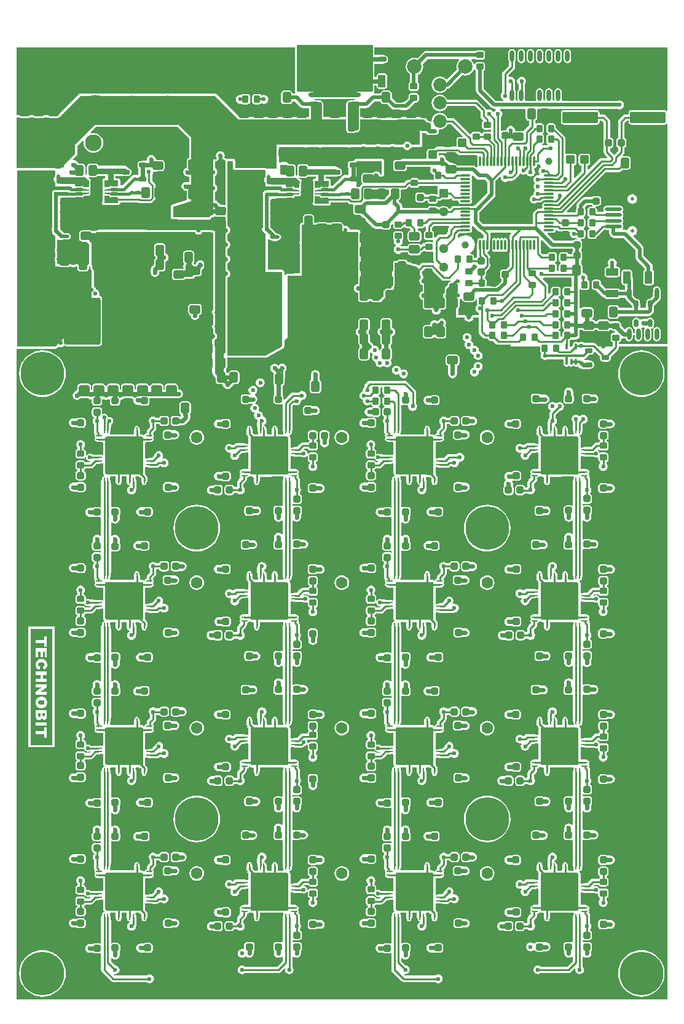
<source format=gtl>
%FSLAX44Y44*%
%MOMM*%
G71*
G01*
G75*
G04 Layer_Physical_Order=1*
G04 Layer_Color=128*
G04:AMPARAMS|DCode=10|XSize=1mm|YSize=0.9mm|CornerRadius=0.198mm|HoleSize=0mm|Usage=FLASHONLY|Rotation=270.000|XOffset=0mm|YOffset=0mm|HoleType=Round|Shape=RoundedRectangle|*
%AMROUNDEDRECTD10*
21,1,1.0000,0.5040,0,0,270.0*
21,1,0.6040,0.9000,0,0,270.0*
1,1,0.3960,-0.2520,-0.3020*
1,1,0.3960,-0.2520,0.3020*
1,1,0.3960,0.2520,0.3020*
1,1,0.3960,0.2520,-0.3020*
%
%ADD10ROUNDEDRECTD10*%
G04:AMPARAMS|DCode=11|XSize=0.9mm|YSize=0.4mm|CornerRadius=0.15mm|HoleSize=0mm|Usage=FLASHONLY|Rotation=90.000|XOffset=0mm|YOffset=0mm|HoleType=Round|Shape=RoundedRectangle|*
%AMROUNDEDRECTD11*
21,1,0.9000,0.1000,0,0,90.0*
21,1,0.6000,0.4000,0,0,90.0*
1,1,0.3000,0.0500,0.3000*
1,1,0.3000,0.0500,-0.3000*
1,1,0.3000,-0.0500,-0.3000*
1,1,0.3000,-0.0500,0.3000*
%
%ADD11ROUNDEDRECTD11*%
%ADD12O,0.6000X1.5500*%
G04:AMPARAMS|DCode=13|XSize=1mm|YSize=0.9mm|CornerRadius=0.198mm|HoleSize=0mm|Usage=FLASHONLY|Rotation=0.000|XOffset=0mm|YOffset=0mm|HoleType=Round|Shape=RoundedRectangle|*
%AMROUNDEDRECTD13*
21,1,1.0000,0.5040,0,0,0.0*
21,1,0.6040,0.9000,0,0,0.0*
1,1,0.3960,0.3020,-0.2520*
1,1,0.3960,-0.3020,-0.2520*
1,1,0.3960,-0.3020,0.2520*
1,1,0.3960,0.3020,0.2520*
%
%ADD13ROUNDEDRECTD13*%
G04:AMPARAMS|DCode=14|XSize=1.05mm|YSize=0.65mm|CornerRadius=0.2015mm|HoleSize=0mm|Usage=FLASHONLY|Rotation=0.000|XOffset=0mm|YOffset=0mm|HoleType=Round|Shape=RoundedRectangle|*
%AMROUNDEDRECTD14*
21,1,1.0500,0.2470,0,0,0.0*
21,1,0.6470,0.6500,0,0,0.0*
1,1,0.4030,0.3235,-0.1235*
1,1,0.4030,-0.3235,-0.1235*
1,1,0.4030,-0.3235,0.1235*
1,1,0.4030,0.3235,0.1235*
%
%ADD14ROUNDEDRECTD14*%
G04:AMPARAMS|DCode=15|XSize=1mm|YSize=0.95mm|CornerRadius=0.1995mm|HoleSize=0mm|Usage=FLASHONLY|Rotation=180.000|XOffset=0mm|YOffset=0mm|HoleType=Round|Shape=RoundedRectangle|*
%AMROUNDEDRECTD15*
21,1,1.0000,0.5510,0,0,180.0*
21,1,0.6010,0.9500,0,0,180.0*
1,1,0.3990,-0.3005,0.2755*
1,1,0.3990,0.3005,0.2755*
1,1,0.3990,0.3005,-0.2755*
1,1,0.3990,-0.3005,-0.2755*
%
%ADD15ROUNDEDRECTD15*%
%ADD16C,0.4000*%
%ADD17O,0.8500X0.2500*%
%ADD18O,0.2500X0.8500*%
G04:AMPARAMS|DCode=19|XSize=1mm|YSize=0.95mm|CornerRadius=0.1995mm|HoleSize=0mm|Usage=FLASHONLY|Rotation=90.000|XOffset=0mm|YOffset=0mm|HoleType=Round|Shape=RoundedRectangle|*
%AMROUNDEDRECTD19*
21,1,1.0000,0.5510,0,0,90.0*
21,1,0.6010,0.9500,0,0,90.0*
1,1,0.3990,0.2755,0.3005*
1,1,0.3990,0.2755,-0.3005*
1,1,0.3990,-0.2755,-0.3005*
1,1,0.3990,-0.2755,0.3005*
%
%ADD19ROUNDEDRECTD19*%
G04:AMPARAMS|DCode=20|XSize=1.45mm|YSize=1.15mm|CornerRadius=0.2013mm|HoleSize=0mm|Usage=FLASHONLY|Rotation=270.000|XOffset=0mm|YOffset=0mm|HoleType=Round|Shape=RoundedRectangle|*
%AMROUNDEDRECTD20*
21,1,1.4500,0.7475,0,0,270.0*
21,1,1.0475,1.1500,0,0,270.0*
1,1,0.4025,-0.3738,-0.5238*
1,1,0.4025,-0.3738,0.5238*
1,1,0.4025,0.3738,0.5238*
1,1,0.4025,0.3738,-0.5238*
%
%ADD20ROUNDEDRECTD20*%
G04:AMPARAMS|DCode=21|XSize=1.45mm|YSize=1.15mm|CornerRadius=0.2013mm|HoleSize=0mm|Usage=FLASHONLY|Rotation=0.000|XOffset=0mm|YOffset=0mm|HoleType=Round|Shape=RoundedRectangle|*
%AMROUNDEDRECTD21*
21,1,1.4500,0.7475,0,0,0.0*
21,1,1.0475,1.1500,0,0,0.0*
1,1,0.4025,0.5238,-0.3738*
1,1,0.4025,-0.5238,-0.3738*
1,1,0.4025,-0.5238,0.3738*
1,1,0.4025,0.5238,0.3738*
%
%ADD21ROUNDEDRECTD21*%
%ADD22C,0.6000*%
%ADD23O,1.3500X0.5000*%
G04:AMPARAMS|DCode=24|XSize=1.75mm|YSize=1.05mm|CornerRadius=0.1995mm|HoleSize=0mm|Usage=FLASHONLY|Rotation=90.000|XOffset=0mm|YOffset=0mm|HoleType=Round|Shape=RoundedRectangle|*
%AMROUNDEDRECTD24*
21,1,1.7500,0.6510,0,0,90.0*
21,1,1.3510,1.0500,0,0,90.0*
1,1,0.3990,0.3255,0.6755*
1,1,0.3990,0.3255,-0.6755*
1,1,0.3990,-0.3255,-0.6755*
1,1,0.3990,-0.3255,0.6755*
%
%ADD24ROUNDEDRECTD24*%
G04:AMPARAMS|DCode=25|XSize=1.75mm|YSize=1.05mm|CornerRadius=0.1995mm|HoleSize=0mm|Usage=FLASHONLY|Rotation=0.000|XOffset=0mm|YOffset=0mm|HoleType=Round|Shape=RoundedRectangle|*
%AMROUNDEDRECTD25*
21,1,1.7500,0.6510,0,0,0.0*
21,1,1.3510,1.0500,0,0,0.0*
1,1,0.3990,0.6755,-0.3255*
1,1,0.3990,-0.6755,-0.3255*
1,1,0.3990,-0.6755,0.3255*
1,1,0.3990,0.6755,0.3255*
%
%ADD25ROUNDEDRECTD25*%
%ADD26O,1.5500X0.6000*%
%ADD27O,0.5000X1.3500*%
G04:AMPARAMS|DCode=28|XSize=6.5mm|YSize=5mm|CornerRadius=0.25mm|HoleSize=0mm|Usage=FLASHONLY|Rotation=90.000|XOffset=0mm|YOffset=0mm|HoleType=Round|Shape=RoundedRectangle|*
%AMROUNDEDRECTD28*
21,1,6.5000,4.5000,0,0,90.0*
21,1,6.0000,5.0000,0,0,90.0*
1,1,0.5000,2.2500,3.0000*
1,1,0.5000,2.2500,-3.0000*
1,1,0.5000,-2.2500,-3.0000*
1,1,0.5000,-2.2500,3.0000*
%
%ADD28ROUNDEDRECTD28*%
%ADD29C,1.3000*%
%ADD30R,1.3000X1.3000*%
G04:AMPARAMS|DCode=31|XSize=4.9mm|YSize=1.6mm|CornerRadius=0.2mm|HoleSize=0mm|Usage=FLASHONLY|Rotation=180.000|XOffset=0mm|YOffset=0mm|HoleType=Round|Shape=RoundedRectangle|*
%AMROUNDEDRECTD31*
21,1,4.9000,1.2000,0,0,180.0*
21,1,4.5000,1.6000,0,0,180.0*
1,1,0.4000,-2.2500,0.6000*
1,1,0.4000,2.2500,0.6000*
1,1,0.4000,2.2500,-0.6000*
1,1,0.4000,-2.2500,-0.6000*
%
%ADD31ROUNDEDRECTD31*%
%ADD32O,1.5000X0.3000*%
%ADD33O,0.3000X1.5000*%
%ADD34C,1.0000*%
G04:AMPARAMS|DCode=35|XSize=1.1mm|YSize=0.6mm|CornerRadius=0.201mm|HoleSize=0mm|Usage=FLASHONLY|Rotation=270.000|XOffset=0mm|YOffset=0mm|HoleType=Round|Shape=RoundedRectangle|*
%AMROUNDEDRECTD35*
21,1,1.1000,0.1980,0,0,270.0*
21,1,0.6980,0.6000,0,0,270.0*
1,1,0.4020,-0.0990,-0.3490*
1,1,0.4020,-0.0990,0.3490*
1,1,0.4020,0.0990,0.3490*
1,1,0.4020,0.0990,-0.3490*
%
%ADD35ROUNDEDRECTD35*%
G04:AMPARAMS|DCode=36|XSize=2.5mm|YSize=2mm|CornerRadius=0.2mm|HoleSize=0mm|Usage=FLASHONLY|Rotation=180.000|XOffset=0mm|YOffset=0mm|HoleType=Round|Shape=RoundedRectangle|*
%AMROUNDEDRECTD36*
21,1,2.5000,1.6000,0,0,180.0*
21,1,2.1000,2.0000,0,0,180.0*
1,1,0.4000,-1.0500,0.8000*
1,1,0.4000,1.0500,0.8000*
1,1,0.4000,1.0500,-0.8000*
1,1,0.4000,-1.0500,-0.8000*
%
%ADD36ROUNDEDRECTD36*%
G04:AMPARAMS|DCode=37|XSize=2.3mm|YSize=0.5mm|CornerRadius=0.2mm|HoleSize=0mm|Usage=FLASHONLY|Rotation=180.000|XOffset=0mm|YOffset=0mm|HoleType=Round|Shape=RoundedRectangle|*
%AMROUNDEDRECTD37*
21,1,2.3000,0.1000,0,0,180.0*
21,1,1.9000,0.5000,0,0,180.0*
1,1,0.4000,-0.9500,0.0500*
1,1,0.4000,0.9500,0.0500*
1,1,0.4000,0.9500,-0.0500*
1,1,0.4000,-0.9500,-0.0500*
%
%ADD37ROUNDEDRECTD37*%
G04:AMPARAMS|DCode=38|XSize=1mm|YSize=0.45mm|CornerRadius=0.1125mm|HoleSize=0mm|Usage=FLASHONLY|Rotation=0.000|XOffset=0mm|YOffset=0mm|HoleType=Round|Shape=RoundedRectangle|*
%AMROUNDEDRECTD38*
21,1,1.0000,0.2250,0,0,0.0*
21,1,0.7750,0.4500,0,0,0.0*
1,1,0.2250,0.3875,-0.1125*
1,1,0.2250,-0.3875,-0.1125*
1,1,0.2250,-0.3875,0.1125*
1,1,0.2250,0.3875,0.1125*
%
%ADD38ROUNDEDRECTD38*%
G04:AMPARAMS|DCode=39|XSize=1.35mm|YSize=1.65mm|CornerRadius=0.27mm|HoleSize=0mm|Usage=FLASHONLY|Rotation=90.000|XOffset=0mm|YOffset=0mm|HoleType=Round|Shape=RoundedRectangle|*
%AMROUNDEDRECTD39*
21,1,1.3500,1.1100,0,0,90.0*
21,1,0.8100,1.6500,0,0,90.0*
1,1,0.5400,0.5550,0.4050*
1,1,0.5400,0.5550,-0.4050*
1,1,0.5400,-0.5550,-0.4050*
1,1,0.5400,-0.5550,0.4050*
%
%ADD39ROUNDEDRECTD39*%
G04:AMPARAMS|DCode=40|XSize=0.7mm|YSize=0.25mm|CornerRadius=0.0838mm|HoleSize=0mm|Usage=FLASHONLY|Rotation=0.000|XOffset=0mm|YOffset=0mm|HoleType=Round|Shape=RoundedRectangle|*
%AMROUNDEDRECTD40*
21,1,0.7000,0.0825,0,0,0.0*
21,1,0.5325,0.2500,0,0,0.0*
1,1,0.1675,0.2662,-0.0413*
1,1,0.1675,-0.2662,-0.0413*
1,1,0.1675,-0.2662,0.0413*
1,1,0.1675,0.2662,0.0413*
%
%ADD40ROUNDEDRECTD40*%
G04:AMPARAMS|DCode=41|XSize=3mm|YSize=1.65mm|CornerRadius=0.1073mm|HoleSize=0mm|Usage=FLASHONLY|Rotation=90.000|XOffset=0mm|YOffset=0mm|HoleType=Round|Shape=RoundedRectangle|*
%AMROUNDEDRECTD41*
21,1,3.0000,1.4355,0,0,90.0*
21,1,2.7855,1.6500,0,0,90.0*
1,1,0.2145,0.7178,1.3927*
1,1,0.2145,0.7178,-1.3927*
1,1,0.2145,-0.7178,-1.3927*
1,1,0.2145,-0.7178,1.3927*
%
%ADD41ROUNDEDRECTD41*%
G04:AMPARAMS|DCode=42|XSize=1.2mm|YSize=1.2mm|CornerRadius=0.198mm|HoleSize=0mm|Usage=FLASHONLY|Rotation=0.000|XOffset=0mm|YOffset=0mm|HoleType=Round|Shape=RoundedRectangle|*
%AMROUNDEDRECTD42*
21,1,1.2000,0.8040,0,0,0.0*
21,1,0.8040,1.2000,0,0,0.0*
1,1,0.3960,0.4020,-0.4020*
1,1,0.3960,-0.4020,-0.4020*
1,1,0.3960,-0.4020,0.4020*
1,1,0.3960,0.4020,0.4020*
%
%ADD42ROUNDEDRECTD42*%
G04:AMPARAMS|DCode=43|XSize=1.2mm|YSize=1.2mm|CornerRadius=0.198mm|HoleSize=0mm|Usage=FLASHONLY|Rotation=270.000|XOffset=0mm|YOffset=0mm|HoleType=Round|Shape=RoundedRectangle|*
%AMROUNDEDRECTD43*
21,1,1.2000,0.8040,0,0,270.0*
21,1,0.8040,1.2000,0,0,270.0*
1,1,0.3960,-0.4020,-0.4020*
1,1,0.3960,-0.4020,0.4020*
1,1,0.3960,0.4020,0.4020*
1,1,0.3960,0.4020,-0.4020*
%
%ADD43ROUNDEDRECTD43*%
G04:AMPARAMS|DCode=44|XSize=6.45mm|YSize=6mm|CornerRadius=0.21mm|HoleSize=0mm|Usage=FLASHONLY|Rotation=90.000|XOffset=0mm|YOffset=0mm|HoleType=Round|Shape=RoundedRectangle|*
%AMROUNDEDRECTD44*
21,1,6.4500,5.5800,0,0,90.0*
21,1,6.0300,6.0000,0,0,90.0*
1,1,0.4200,2.7900,3.0150*
1,1,0.4200,2.7900,-3.0150*
1,1,0.4200,-2.7900,-3.0150*
1,1,0.4200,-2.7900,3.0150*
%
%ADD44ROUNDEDRECTD44*%
G04:AMPARAMS|DCode=45|XSize=2.85mm|YSize=1mm|CornerRadius=0.2mm|HoleSize=0mm|Usage=FLASHONLY|Rotation=90.000|XOffset=0mm|YOffset=0mm|HoleType=Round|Shape=RoundedRectangle|*
%AMROUNDEDRECTD45*
21,1,2.8500,0.6000,0,0,90.0*
21,1,2.4500,1.0000,0,0,90.0*
1,1,0.4000,0.3000,1.2250*
1,1,0.4000,0.3000,-1.2250*
1,1,0.4000,-0.3000,-1.2250*
1,1,0.4000,-0.3000,1.2250*
%
%ADD45ROUNDEDRECTD45*%
G04:AMPARAMS|DCode=46|XSize=3.95mm|YSize=1.5mm|CornerRadius=0.2475mm|HoleSize=0mm|Usage=FLASHONLY|Rotation=90.000|XOffset=0mm|YOffset=0mm|HoleType=Round|Shape=RoundedRectangle|*
%AMROUNDEDRECTD46*
21,1,3.9500,1.0050,0,0,90.0*
21,1,3.4550,1.5000,0,0,90.0*
1,1,0.4950,0.5025,1.7275*
1,1,0.4950,0.5025,-1.7275*
1,1,0.4950,-0.5025,-1.7275*
1,1,0.4950,-0.5025,1.7275*
%
%ADD46ROUNDEDRECTD46*%
G04:AMPARAMS|DCode=47|XSize=6.4mm|YSize=10.5mm|CornerRadius=0.128mm|HoleSize=0mm|Usage=FLASHONLY|Rotation=90.000|XOffset=0mm|YOffset=0mm|HoleType=Round|Shape=RoundedRectangle|*
%AMROUNDEDRECTD47*
21,1,6.4000,10.2440,0,0,90.0*
21,1,6.1440,10.5000,0,0,90.0*
1,1,0.2560,5.1220,3.0720*
1,1,0.2560,5.1220,-3.0720*
1,1,0.2560,-5.1220,-3.0720*
1,1,0.2560,-5.1220,3.0720*
%
%ADD47ROUNDEDRECTD47*%
%ADD48C,0.2500*%
%ADD49C,0.3000*%
%ADD50C,0.5000*%
%ADD51C,0.6000*%
%ADD52C,0.2540*%
%ADD53C,1.0000*%
%ADD54C,0.4000*%
%ADD55C,0.4500*%
%ADD56C,0.8000*%
%ADD57C,0.5500*%
%ADD58C,1.6000*%
%ADD59R,1.6000X1.6000*%
%ADD60C,6.0000*%
%ADD61C,3.0000*%
%ADD62C,2.0000*%
%ADD63C,0.5000*%
%ADD64C,1.8500*%
%ADD65C,3.5000*%
%ADD66C,2.3000*%
G36*
X-62500Y658750D02*
X-66250D01*
X-68250Y656750D01*
X-77250D01*
X-77250Y661000D01*
X-62500D01*
X-62500Y658750D01*
D02*
G37*
G36*
X-18750Y656750D02*
X-27750D01*
X-29750Y658750D01*
X-33500D01*
Y661000D01*
X-18750D01*
Y656750D01*
D02*
G37*
G36*
X-352450Y659500D02*
X-356200D01*
X-358200Y657500D01*
X-367200D01*
X-367200Y661750D01*
X-352450D01*
X-352450Y659500D01*
D02*
G37*
G36*
X-29000Y654250D02*
X-20750D01*
X-18500Y652500D01*
Y646750D01*
X-37500D01*
X-37250Y656250D01*
X-31000D01*
X-29000Y654250D01*
D02*
G37*
G36*
X-318950Y655000D02*
X-310700D01*
X-308450Y653250D01*
Y647500D01*
X-327450D01*
X-327200Y657000D01*
X-320950D01*
X-318950Y655000D01*
D02*
G37*
G36*
X65171Y665238D02*
Y659917D01*
X58362Y653108D01*
X33500D01*
X33147Y653038D01*
X31833Y654116D01*
Y665622D01*
X32378Y666167D01*
X64409D01*
X65171Y665238D01*
D02*
G37*
G36*
X-18750Y663500D02*
X-33500D01*
X-33500Y665750D01*
X-29750D01*
X-27750Y667750D01*
X-18750D01*
X-18750Y663500D01*
D02*
G37*
G36*
X-356200Y666500D02*
X-352450D01*
Y664250D01*
X-367200D01*
Y668500D01*
X-358200D01*
X-356200Y666500D01*
D02*
G37*
G36*
X-308700Y664250D02*
X-323450D01*
X-323450Y666500D01*
X-319700D01*
X-317700Y668500D01*
X-308700D01*
X-308700Y664250D01*
D02*
G37*
G36*
Y657500D02*
X-317700D01*
X-319700Y659500D01*
X-323450D01*
Y661750D01*
X-308700D01*
Y657500D01*
D02*
G37*
G36*
X185035Y681035D02*
X186854Y679819D01*
X189000Y679392D01*
X196960D01*
X200392Y675960D01*
Y661073D01*
X183653Y644333D01*
X155000D01*
X153342Y644003D01*
X151936Y643064D01*
X148655Y639783D01*
X146959Y639894D01*
X146062Y641062D01*
X144287Y642425D01*
X142219Y643281D01*
X140000Y643573D01*
X137781Y643281D01*
X135713Y642425D01*
X134116Y641199D01*
X132646Y642181D01*
X130589Y642590D01*
X129573Y643269D01*
X128020Y643578D01*
X121980D01*
X120427Y643269D01*
X119111Y642389D01*
X118231Y641073D01*
X118138Y640608D01*
X83257D01*
Y642351D01*
X82830Y644497D01*
X81615Y646316D01*
X78438Y649492D01*
X78605Y651184D01*
X79630Y651870D01*
X80517Y653197D01*
X80829Y654762D01*
Y665238D01*
X81591Y666167D01*
X86661D01*
X88319Y666497D01*
X89725Y667436D01*
X89725Y667436D01*
X89725Y667436D01*
X92278Y669988D01*
X93969Y669822D01*
X94111Y669611D01*
X95427Y668731D01*
X96980Y668422D01*
X103020D01*
X104573Y668731D01*
X105889Y669611D01*
X106595Y670667D01*
X131500D01*
Y669000D01*
X131500D01*
Y659354D01*
X129148D01*
X128020Y659578D01*
X121980D01*
X120852Y659354D01*
X114560D01*
X114518Y659564D01*
X113635Y660885D01*
X112314Y661768D01*
X110755Y662078D01*
X105245D01*
X103686Y661768D01*
X102365Y660885D01*
X101482Y659564D01*
X101172Y658005D01*
Y651995D01*
X101482Y650436D01*
X102365Y649115D01*
X103686Y648232D01*
X105245Y647922D01*
X110755D01*
X112314Y648232D01*
X113635Y649115D01*
X114518Y650436D01*
X114560Y650646D01*
X117922D01*
Y650480D01*
X118231Y648927D01*
X119111Y647611D01*
X120427Y646731D01*
X121980Y646422D01*
X128020D01*
X129573Y646731D01*
X130889Y647611D01*
X131769Y648927D01*
X132078Y650480D01*
Y650646D01*
X134500D01*
X136166Y650978D01*
X137578Y651921D01*
X137657Y652000D01*
X148500D01*
Y653122D01*
X150070Y653773D01*
X151922Y651921D01*
X153334Y650978D01*
X155000Y650646D01*
X159750D01*
X159853Y650667D01*
X159853Y650667D01*
Y650667D01*
X160431Y650000D01*
D01*
X160703Y648634D01*
X161477Y647477D01*
X162634Y646703D01*
X164000Y646431D01*
X176000D01*
X177366Y646703D01*
X178523Y647477D01*
X179297Y648634D01*
X179569Y650000D01*
X179297Y651366D01*
X178539Y652500D01*
X179297Y653634D01*
X179569Y655000D01*
X179297Y656366D01*
X178539Y657500D01*
X179297Y658634D01*
X179569Y660000D01*
X179297Y661366D01*
X178539Y662500D01*
X179297Y663634D01*
X179569Y665000D01*
X179297Y666366D01*
X178539Y667500D01*
X179297Y668634D01*
X179569Y670000D01*
X179297Y671366D01*
X178539Y672500D01*
X179297Y673634D01*
X179569Y675000D01*
X179297Y676366D01*
X178539Y677500D01*
X179297Y678634D01*
X179569Y680000D01*
X179297Y681366D01*
X178539Y682500D01*
X179297Y683634D01*
X179466Y684483D01*
X181093Y684977D01*
X185035Y681035D01*
D02*
G37*
G36*
X-66250Y665750D02*
X-62500D01*
Y663500D01*
X-77250D01*
Y667750D01*
X-68250D01*
X-66250Y665750D01*
D02*
G37*
G36*
X371611Y472611D02*
X372927Y471731D01*
X374480Y471422D01*
X374926D01*
X376200Y470149D01*
X375549Y468578D01*
X374480D01*
X372927Y468269D01*
X371611Y467389D01*
X370731Y466073D01*
X370422Y464520D01*
Y459480D01*
X370731Y457927D01*
X371611Y456611D01*
X372927Y455731D01*
X373167Y455683D01*
Y450795D01*
X372372Y450000D01*
X353628D01*
X350064Y453564D01*
X348658Y454503D01*
X347000Y454833D01*
X334314D01*
X332341Y456152D01*
X330000Y456618D01*
X327659Y456152D01*
X326444Y455340D01*
X325523Y455523D01*
X325523Y455523D01*
Y455523D01*
X324366Y456297D01*
X323000Y456569D01*
X322000D01*
X320634Y456297D01*
X319477Y455523D01*
X318703Y454366D01*
X318431Y453000D01*
Y452060D01*
X316372Y450000D01*
X313833D01*
Y458084D01*
X314573Y458231D01*
X315889Y459111D01*
X316078Y459392D01*
X322000D01*
X324146Y459819D01*
X325965Y461035D01*
X327181Y462854D01*
X327608Y465000D01*
Y472882D01*
X331527D01*
X331870Y472370D01*
X333197Y471483D01*
X334762Y471171D01*
X345238D01*
X346803Y471483D01*
X348130Y472370D01*
X348473Y472882D01*
X351527D01*
X351870Y472370D01*
X353197Y471483D01*
X354762Y471171D01*
X365238D01*
X366803Y471483D01*
X368130Y472370D01*
X368473Y472882D01*
X371429D01*
X371611Y472611D01*
D02*
G37*
G36*
X165740Y514919D02*
X165983Y513697D01*
X166870Y512370D01*
X168197Y511483D01*
X169762Y511171D01*
X180238D01*
X181803Y511483D01*
X183130Y512370D01*
X184017Y513697D01*
X184230Y514768D01*
X185922Y514601D01*
Y509480D01*
X186231Y507927D01*
X186568Y507422D01*
X185672Y506823D01*
X184346Y504839D01*
X183881Y502498D01*
X184346Y500157D01*
X185672Y498172D01*
X187657Y496846D01*
X188167Y496744D01*
Y493059D01*
X181117D01*
X180822Y493000D01*
X180521D01*
X180242Y492885D01*
X179947Y492826D01*
X179697Y492659D01*
X179418Y492543D01*
X179205Y492330D01*
X178955Y492163D01*
X178787Y491912D01*
X178574Y491699D01*
X178459Y491421D01*
X178292Y491171D01*
X178233Y490875D01*
X178118Y490597D01*
X177771Y488852D01*
X177120Y487879D01*
X176148Y487229D01*
X175000Y487001D01*
X173852Y487229D01*
X172880Y487879D01*
X172229Y488852D01*
X171882Y490597D01*
X171767Y490875D01*
X171708Y491171D01*
X171541Y491421D01*
X171426Y491699D01*
X171213Y491912D01*
X171045Y492163D01*
X170795Y492330D01*
X170582Y492543D01*
X170303Y492659D01*
X170053Y492826D01*
X169758Y492885D01*
X169479Y493000D01*
X169178D01*
X168882Y493059D01*
X160559D01*
Y501822D01*
X160630Y501870D01*
X161517Y503197D01*
X161829Y504762D01*
Y514246D01*
X162341Y514348D01*
X164169Y515570D01*
X165740Y514919D01*
D02*
G37*
G36*
X126771Y552518D02*
X127186Y551897D01*
X137147Y541936D01*
X137147D01*
X137147Y541936D01*
X137147D01*
X137147Y541936D01*
Y541936D01*
X137147Y541936D01*
Y541936D01*
X138553Y540997D01*
X140211Y540667D01*
X147500D01*
X149158Y540997D01*
X149520Y541238D01*
X149923Y540748D01*
X149350Y539147D01*
X148697Y539017D01*
X147370Y538130D01*
X146483Y536803D01*
X146236Y535562D01*
X141666Y530992D01*
X141003Y529999D01*
X140770Y528829D01*
X140770Y528829D01*
Y525064D01*
X140636Y524390D01*
X140340Y523947D01*
X140337Y523945D01*
X140170Y523695D01*
X139957Y523482D01*
X139841Y523204D01*
X139674Y522953D01*
X139615Y522658D01*
X139500Y522379D01*
Y522078D01*
X139441Y521782D01*
Y518217D01*
X139500Y517922D01*
Y517621D01*
X139615Y517342D01*
X139674Y517047D01*
X139841Y516796D01*
X139957Y516518D01*
X140170Y516305D01*
X140337Y516054D01*
X140340Y516053D01*
X140636Y515610D01*
X140770Y514936D01*
Y505064D01*
X140636Y504390D01*
X140425Y504075D01*
X140110Y503864D01*
X139436Y503730D01*
X136669D01*
X136520Y503700D01*
X136369Y503715D01*
X135939Y503585D01*
X135498Y503497D01*
X135372Y503413D01*
X135227Y503369D01*
X134879Y503084D01*
X134506Y502834D01*
X134421Y502708D01*
X134304Y502612D01*
X133753Y501940D01*
X133681Y501807D01*
X133574Y501699D01*
X133402Y501284D01*
X133190Y500888D01*
X133176Y500737D01*
X133118Y500597D01*
X132771Y498852D01*
X132121Y497879D01*
X131148Y497229D01*
X130000Y497001D01*
X128852Y497229D01*
X127879Y497879D01*
X127229Y498852D01*
X126882Y500597D01*
X126767Y500875D01*
X126708Y501170D01*
X126541Y501421D01*
X126426Y501699D01*
X126213Y501912D01*
X126045Y502163D01*
X125295Y502913D01*
X125045Y503080D01*
X124832Y503293D01*
X124553Y503409D01*
X124303Y503576D01*
X124008Y503635D01*
X123729Y503750D01*
X123428D01*
X123132Y503809D01*
X122837Y503750D01*
X122536D01*
X122436Y503730D01*
X115564D01*
X114890Y503864D01*
X114575Y504075D01*
X114364Y504390D01*
X114230Y505064D01*
Y514147D01*
X114171Y514442D01*
Y514743D01*
X114056Y515022D01*
X113997Y515317D01*
X113830Y515568D01*
X113715Y515846D01*
X113502Y516059D01*
X113334Y516310D01*
X113084Y516477D01*
X112871Y516690D01*
X112592Y516805D01*
X112342Y516973D01*
X112046Y517031D01*
X111768Y517147D01*
X111352Y517229D01*
X110379Y517879D01*
X109729Y518852D01*
X109501Y520000D01*
X109729Y521148D01*
X110379Y522121D01*
X111352Y522771D01*
X111768Y522853D01*
X112046Y522969D01*
X112342Y523027D01*
X112592Y523195D01*
X112871Y523310D01*
X113084Y523523D01*
X113334Y523690D01*
X113502Y523941D01*
X113715Y524154D01*
X113830Y524432D01*
X113997Y524683D01*
X114056Y524978D01*
X114171Y525257D01*
Y525558D01*
X114230Y525853D01*
Y534147D01*
X114171Y534442D01*
Y534743D01*
X114056Y535022D01*
X113997Y535317D01*
X113830Y535568D01*
X113715Y535846D01*
X113502Y536059D01*
X113334Y536310D01*
X113084Y536477D01*
X112871Y536690D01*
X112592Y536805D01*
X112342Y536973D01*
X112046Y537031D01*
X111768Y537147D01*
X111352Y537229D01*
X110379Y537879D01*
X109729Y538852D01*
X109501Y540000D01*
X109729Y541148D01*
X110379Y542121D01*
X110806Y542405D01*
X110950Y542550D01*
X111126Y542652D01*
X111368Y542968D01*
X111649Y543249D01*
X111728Y543438D01*
X111852Y543600D01*
X111954Y543984D01*
X112106Y544352D01*
Y544556D01*
X112159Y544753D01*
X112106Y545148D01*
X112106Y545545D01*
X112028Y545734D01*
X112001Y545936D01*
X109728Y552600D01*
X113295Y556167D01*
X123122D01*
X126771Y552518D01*
D02*
G37*
G36*
X2500Y607500D02*
X22500D01*
Y536118D01*
X20159Y535652D01*
X18174Y534326D01*
X16848Y532341D01*
X16382Y530000D01*
X16848Y527659D01*
X18174Y525674D01*
X20159Y524348D01*
X22500Y523882D01*
Y512500D01*
X23448D01*
X23870Y511870D01*
X25197Y510983D01*
X26762Y510671D01*
X34237D01*
X35803Y510983D01*
X37130Y511870D01*
X37552Y512500D01*
X40448D01*
X40870Y511870D01*
X42197Y510983D01*
X43762Y510671D01*
X51238D01*
X52803Y510983D01*
X54130Y511870D01*
X54552Y512500D01*
X55000D01*
X72500Y530000D01*
Y533171D01*
X72517Y533197D01*
X72829Y534762D01*
Y545238D01*
X72517Y546803D01*
X72500Y546829D01*
Y553171D01*
X72517Y553197D01*
X72829Y554762D01*
Y565000D01*
X82500D01*
X104200Y559329D01*
X109106Y544948D01*
X108174Y544326D01*
X106848Y542341D01*
X106382Y540000D01*
X106848Y537659D01*
X108174Y535674D01*
X110159Y534348D01*
X111171Y534147D01*
Y525853D01*
X110159Y525652D01*
X108174Y524326D01*
X106848Y522341D01*
X106382Y520000D01*
X106848Y517659D01*
X108174Y515674D01*
X110159Y514348D01*
X111171Y514147D01*
Y504762D01*
X111483Y503197D01*
X112370Y501870D01*
X113697Y500983D01*
X115262Y500671D01*
X122738D01*
X123132Y500750D01*
X123882Y500000D01*
X124348Y497659D01*
X125674Y495674D01*
X127659Y494348D01*
X130000Y493882D01*
X132341Y494348D01*
X134326Y495674D01*
X135652Y497659D01*
X136117Y500000D01*
X136669Y500671D01*
X139738D01*
X141303Y500983D01*
X142630Y501870D01*
X143517Y503197D01*
X143829Y504762D01*
Y515238D01*
X143517Y516803D01*
X142630Y518130D01*
X142500Y518217D01*
Y521782D01*
X142630Y521870D01*
X143517Y523197D01*
X143829Y524762D01*
Y528829D01*
X156327Y541327D01*
X157500Y540841D01*
Y490000D01*
X168882D01*
X169348Y487659D01*
X170674Y485674D01*
X172659Y484348D01*
X175000Y483882D01*
X177341Y484348D01*
X179326Y485674D01*
X180652Y487659D01*
X181117Y490000D01*
X188167D01*
Y470000D01*
X188497Y468342D01*
X189436Y466936D01*
X194436Y461936D01*
X195842Y460997D01*
X197500Y460667D01*
X200683D01*
X200731Y460427D01*
X201611Y459111D01*
X202927Y458231D01*
X204480Y457922D01*
X207950D01*
X212186Y453686D01*
X213592Y452747D01*
X215250Y452417D01*
X232500D01*
Y450000D01*
X272922D01*
Y444480D01*
X273231Y442927D01*
X274111Y441611D01*
X274345Y441454D01*
X274593Y440208D01*
X274348Y439841D01*
X273883Y437500D01*
X274348Y435159D01*
X275674Y433174D01*
X277659Y431848D01*
X280000Y431382D01*
X282341Y431848D01*
X283185Y432412D01*
X304912D01*
Y429000D01*
X305261Y427244D01*
X305431Y426989D01*
Y426000D01*
X305703Y424634D01*
X306477Y423477D01*
X307634Y422703D01*
X309000Y422431D01*
X310000D01*
X311366Y422703D01*
X312523Y423477D01*
X312977D01*
X314134Y422703D01*
X315500Y422431D01*
X316500D01*
X317866Y422703D01*
X319023Y423477D01*
X319477D01*
X320634Y422703D01*
X322000Y422431D01*
X323000D01*
X324366Y422703D01*
X325142Y423222D01*
X325174Y423174D01*
X327674Y420674D01*
X329659Y419348D01*
X332000Y418882D01*
X340000D01*
X342341Y419348D01*
X342825Y419671D01*
X343235D01*
X344802Y419983D01*
X346130Y420870D01*
X347017Y422198D01*
X347329Y423765D01*
Y426235D01*
X347017Y427802D01*
X346130Y429130D01*
X344802Y430017D01*
X343235Y430329D01*
X342825D01*
X342341Y430652D01*
X340000Y431118D01*
X335103D01*
X334346Y432138D01*
X334521Y432714D01*
X334756Y432761D01*
X336244Y433756D01*
X341160Y438671D01*
X343235D01*
X344802Y438983D01*
X346130Y439870D01*
X347017Y441198D01*
X347278Y442510D01*
X348493Y442879D01*
X355671Y435700D01*
Y433265D01*
X355983Y431698D01*
X356870Y430370D01*
X358198Y429483D01*
X359765Y429171D01*
X366235D01*
X367802Y429483D01*
X369130Y430370D01*
X370017Y431698D01*
X370329Y433265D01*
Y435701D01*
X380564Y445936D01*
X381503Y447342D01*
X381833Y449000D01*
Y450000D01*
X448628D01*
Y445000D01*
Y-35000D01*
Y-448628D01*
X-448628D01*
Y446264D01*
X-447646Y447070D01*
X-447000Y446941D01*
X-395000D01*
X-393829Y447174D01*
X-392837Y447837D01*
X-392837Y447837D01*
X-390731Y449943D01*
D01*
D01*
X-389841Y449348D01*
X-387500Y448882D01*
X-385159Y449348D01*
X-384183Y450000D01*
X-383174Y450674D01*
X-382619Y451505D01*
X-381506Y450761D01*
X-379750Y450412D01*
X-334750D01*
X-332994Y450761D01*
X-331506Y451756D01*
X-330511Y453244D01*
X-330162Y455000D01*
Y515000D01*
X-330511Y516756D01*
X-331506Y518244D01*
X-332994Y519239D01*
X-333592Y519358D01*
X-334297Y520414D01*
X-333882Y522500D01*
X-334348Y524841D01*
X-335674Y526826D01*
X-337659Y528152D01*
X-339068Y528432D01*
X-339348Y529841D01*
X-340674Y531826D01*
X-341941Y532672D01*
Y554282D01*
X-342000Y554578D01*
Y554879D01*
X-342115Y555158D01*
X-342174Y555453D01*
X-342341Y555704D01*
X-342457Y555982D01*
X-342670Y556195D01*
X-342837Y556445D01*
X-342840Y556447D01*
X-343136Y556890D01*
X-343270Y557564D01*
Y560000D01*
X-343503Y561171D01*
X-344166Y562163D01*
X-345000Y562720D01*
Y597500D01*
X-335000Y607500D01*
X-202906Y607290D01*
X-201826Y605674D01*
X-199841Y604348D01*
X-197500Y603882D01*
X-195159Y604348D01*
X-193174Y605674D01*
X-192106Y607273D01*
X-180450Y607255D01*
X-179841Y606848D01*
X-177500Y606382D01*
Y500817D01*
X-178152Y499841D01*
X-178618Y497500D01*
X-178152Y495159D01*
X-177500Y494183D01*
Y480817D01*
X-178152Y479841D01*
X-178618Y477500D01*
X-178152Y475159D01*
X-177500Y474183D01*
Y467500D01*
X-174385Y464385D01*
X-174753Y463169D01*
X-174841Y463152D01*
X-176826Y461826D01*
X-178152Y459841D01*
X-178618Y457500D01*
Y450000D01*
Y414000D01*
X-178618Y414000D01*
X-178618D01*
X-178152Y411659D01*
X-176826Y409674D01*
X-173829Y406677D01*
Y402262D01*
X-173517Y400697D01*
X-172630Y399370D01*
X-171303Y398483D01*
X-169737Y398171D01*
X-165323D01*
X-163361Y396209D01*
X-163316Y395983D01*
X-163152Y395159D01*
X-161826Y393174D01*
X-159841Y391848D01*
X-157500Y391382D01*
X-155159Y391848D01*
X-153174Y393174D01*
X-148177Y398171D01*
X-145262D01*
X-143697Y398483D01*
X-142370Y399370D01*
X-141483Y400697D01*
X-141171Y402262D01*
Y412738D01*
X-141483Y414303D01*
X-142370Y415630D01*
X-143697Y416517D01*
X-145262Y416829D01*
X-152738D01*
X-154303Y416517D01*
X-155630Y415630D01*
X-156517Y414303D01*
X-156654Y413618D01*
X-158346D01*
X-158483Y414303D01*
X-159370Y415630D01*
X-159882Y415973D01*
Y419027D01*
X-159370Y419370D01*
X-158483Y420697D01*
X-158171Y422262D01*
Y432738D01*
X-158302Y433396D01*
X-157567Y434432D01*
X-157500Y434441D01*
X-157500Y434441D01*
Y434441D01*
X-105000D01*
X-104827Y434476D01*
X-104651Y434461D01*
X-104246Y434591D01*
X-103829Y434674D01*
X-103683Y434772D01*
X-103515Y434826D01*
X-81015Y447326D01*
X-80691Y447601D01*
X-80337Y447837D01*
X-80239Y447984D01*
X-80104Y448098D01*
X-79910Y448476D01*
X-79674Y448829D01*
X-79640Y449003D01*
X-79559Y449160D01*
X-79524Y449583D01*
X-79441Y450000D01*
Y458059D01*
X-75000Y462500D01*
Y547000D01*
X-55000Y547500D01*
Y617500D01*
X-7500D01*
X2500Y607500D01*
D02*
G37*
G36*
X-150109Y695750D02*
X-149876Y694579D01*
X-149213Y693587D01*
X-148221Y692924D01*
X-147050Y692691D01*
X-105791D01*
X-104894Y691793D01*
X-104898Y685766D01*
X-105239Y685256D01*
X-105588Y683500D01*
Y683183D01*
X-106652Y681591D01*
X-107118Y679250D01*
X-106652Y676909D01*
X-105588Y675317D01*
Y675000D01*
X-105239Y673244D01*
X-104908Y672749D01*
X-104914Y664465D01*
X-106097Y664230D01*
X-107916Y663014D01*
X-109001Y661391D01*
Y612999D01*
X-109889D01*
X-110118Y611850D01*
X-109652Y609509D01*
X-108326Y607524D01*
X-106341Y606198D01*
X-106263Y606183D01*
X-104960Y604879D01*
X-105000Y552500D01*
X-82500D01*
Y450000D01*
X-105000Y437500D01*
X-157500D01*
Y544454D01*
X-155674Y545674D01*
X-154348Y547659D01*
X-153883Y550000D01*
X-154348Y552341D01*
X-155674Y554326D01*
X-157500Y555546D01*
Y564454D01*
X-155674Y565674D01*
X-154348Y567659D01*
X-153883Y570000D01*
X-154348Y572341D01*
X-155674Y574326D01*
X-157500Y575546D01*
Y584454D01*
X-155674Y585674D01*
X-154348Y587659D01*
X-153883Y590000D01*
X-154348Y592341D01*
X-155674Y594326D01*
X-157500Y595546D01*
Y604454D01*
X-155674Y605674D01*
X-154348Y607659D01*
X-153883Y610000D01*
X-154348Y612341D01*
X-155674Y614326D01*
X-157500Y615546D01*
Y705000D01*
X-150109D01*
Y695750D01*
D02*
G37*
G36*
X-394883Y691601D02*
X-394888Y686456D01*
X-395189Y686006D01*
X-395538Y684250D01*
Y683933D01*
X-396602Y682341D01*
X-397068Y680000D01*
X-396602Y677659D01*
X-395538Y676067D01*
Y675750D01*
X-395189Y673994D01*
X-394899Y673561D01*
X-394906Y665677D01*
X-396291Y665402D01*
X-398276Y664076D01*
X-398951Y663066D01*
Y613749D01*
X-399558D01*
Y611357D01*
X-399602Y611291D01*
X-399958Y609500D01*
X-399000D01*
Y605708D01*
X-398276Y604624D01*
X-394963Y601312D01*
X-394977Y585851D01*
X-395652Y584841D01*
X-396118Y582500D01*
X-395652Y580159D01*
X-394983Y579158D01*
X-394988Y573334D01*
X-395652Y572341D01*
X-396118Y570000D01*
X-395652Y567659D01*
X-394994Y566674D01*
X-395000Y560000D01*
X-389687D01*
X-388506Y559211D01*
X-386750Y558862D01*
X-378250D01*
X-376494Y559211D01*
X-375313Y560000D01*
X-373317D01*
X-372341Y559348D01*
X-370000Y558882D01*
X-367659Y559348D01*
X-366683Y560000D01*
X-364329D01*
Y557262D01*
X-364017Y555697D01*
X-363130Y554370D01*
X-361803Y553483D01*
X-360238Y553171D01*
X-352762D01*
X-351197Y553483D01*
X-349870Y554370D01*
X-348983Y555697D01*
X-348671Y557262D01*
Y560000D01*
X-346329D01*
Y557262D01*
X-346017Y555697D01*
X-345130Y554370D01*
X-345000Y554282D01*
Y500000D01*
X-395000Y450000D01*
X-447000D01*
Y692500D01*
X-395781D01*
X-394883Y691601D01*
D02*
G37*
G36*
X296936Y609436D02*
X298342Y608497D01*
X300000Y608167D01*
X313172D01*
X314251Y606853D01*
X313882Y605000D01*
X314348Y602659D01*
X315674Y600674D01*
X317659Y599348D01*
X320000Y598882D01*
X322341Y599348D01*
X322358Y599360D01*
X323058Y599221D01*
X323932Y597762D01*
X323724Y597078D01*
X321245D01*
X319686Y596768D01*
X318365Y595885D01*
X318179Y595608D01*
X292323D01*
X283070Y604861D01*
X283720Y606431D01*
X291000D01*
X292366Y606703D01*
X293523Y607477D01*
X294297Y608634D01*
X294516Y609736D01*
X296143Y610229D01*
X296936Y609436D01*
D02*
G37*
G36*
X188535Y608535D02*
D01*
X188535D01*
Y608535D01*
D01*
X188535D01*
Y608535D01*
X188535D01*
X188535Y608535D01*
Y608535D01*
X188535Y608535D01*
Y608535D01*
X190354Y607319D01*
X191850Y607021D01*
X195667Y603205D01*
Y600116D01*
X195000Y599568D01*
X193634Y599297D01*
X192500Y598539D01*
X191366Y599297D01*
X190000Y599568D01*
X188634Y599297D01*
X187477Y598523D01*
X186703Y597366D01*
X186431Y596000D01*
Y592309D01*
X185997Y591658D01*
X185667Y590000D01*
Y575000D01*
X185997Y573342D01*
X186003Y573332D01*
X185201Y571833D01*
X182078D01*
Y573020D01*
X181769Y574573D01*
X180889Y575889D01*
X179573Y576769D01*
X178020Y577078D01*
X177604D01*
X176797Y578286D01*
X176693Y578733D01*
X176905Y578838D01*
X178994Y580441D01*
X179258Y580742D01*
X179559Y581006D01*
X181162Y583095D01*
X181339Y583454D01*
X181561Y583786D01*
X182568Y586219D01*
X182647Y586611D01*
X182775Y586990D01*
X183119Y589601D01*
X183093Y590000D01*
X183119Y590399D01*
X182775Y593010D01*
X182647Y593389D01*
X182568Y593781D01*
X181561Y596214D01*
X181339Y596546D01*
X181162Y596905D01*
X179559Y598994D01*
X179258Y599258D01*
X178994Y599559D01*
X176905Y601162D01*
X176546Y601339D01*
X176214Y601561D01*
X173781Y602569D01*
X173389Y602646D01*
X173010Y602775D01*
X170399Y603119D01*
X170000Y603093D01*
X169601Y603119D01*
X166990Y602775D01*
X166611Y602646D01*
X166219Y602569D01*
X163786Y601561D01*
X163454Y601339D01*
X163095Y601162D01*
X161006Y599559D01*
X160924Y599466D01*
X159333Y600065D01*
Y603205D01*
X161795Y605667D01*
X170000D01*
X171658Y605997D01*
X172309Y606431D01*
X176000D01*
X177366Y606703D01*
X178523Y607477D01*
X179297Y608634D01*
X179569Y610000D01*
X179297Y611366D01*
X178539Y612500D01*
X179297Y613634D01*
X179569Y615000D01*
X179519Y615250D01*
X181018Y616051D01*
X188535Y608535D01*
D02*
G37*
G36*
X147968Y614096D02*
X146936Y613064D01*
X145997Y611658D01*
X145667Y610000D01*
Y606795D01*
X143205Y604333D01*
X135000D01*
X133342Y604003D01*
X131936Y603064D01*
X128975Y600103D01*
X127078Y600480D01*
Y605520D01*
X126769Y607073D01*
X125889Y608389D01*
X124573Y609269D01*
X124333Y609317D01*
Y613205D01*
X126795Y615667D01*
X147317D01*
X147968Y614096D01*
D02*
G37*
G36*
X316392Y532356D02*
X314893Y531555D01*
X314573Y531769D01*
X313020Y532078D01*
X307980D01*
X306427Y531769D01*
X305111Y530889D01*
X304231Y529573D01*
X303922Y528020D01*
Y521980D01*
X304231Y520427D01*
X305111Y519110D01*
X306249Y518350D01*
Y516650D01*
X305111Y515889D01*
X304231Y514573D01*
X303922Y513020D01*
Y506980D01*
X304231Y505427D01*
X305111Y504110D01*
X306249Y503350D01*
Y501650D01*
X305111Y500889D01*
X304231Y499573D01*
X303922Y498020D01*
Y491980D01*
X304231Y490427D01*
X305111Y489111D01*
X306249Y488350D01*
Y486650D01*
X305111Y485889D01*
X304231Y484573D01*
X303922Y483020D01*
Y476980D01*
X304231Y475427D01*
X305111Y474111D01*
X306249Y473350D01*
Y471650D01*
X305111Y470889D01*
X304231Y469573D01*
X303922Y468020D01*
Y464550D01*
X302649Y463277D01*
X301078Y463927D01*
Y468020D01*
X300769Y469573D01*
X299889Y470889D01*
X298751Y471650D01*
Y473350D01*
X299889Y474111D01*
X300769Y475427D01*
X301078Y476980D01*
Y483020D01*
X300769Y484573D01*
X299889Y485889D01*
X298751Y486650D01*
Y488350D01*
X299889Y489111D01*
X300769Y490427D01*
X301078Y491980D01*
Y498020D01*
X300769Y499573D01*
X299889Y500889D01*
X298751Y501650D01*
Y503350D01*
X299889Y504110D01*
X300769Y505427D01*
X301078Y506980D01*
Y513020D01*
X300769Y514573D01*
X299889Y515889D01*
X298751Y516650D01*
Y518350D01*
X299889Y519110D01*
X300769Y520427D01*
X301078Y521980D01*
Y528020D01*
X300769Y529573D01*
X299889Y530889D01*
X298573Y531769D01*
X297020Y532078D01*
X291980D01*
X290427Y531769D01*
X289111Y530889D01*
X288231Y529573D01*
X287922Y528020D01*
Y524479D01*
X285904Y522461D01*
X284333Y523111D01*
Y533000D01*
X284003Y534658D01*
X283064Y536064D01*
X276480Y542648D01*
X276973Y544275D01*
X277341Y544348D01*
X278192Y544917D01*
X316392D01*
Y532356D01*
D02*
G37*
G36*
X233193Y605322D02*
X231936Y604064D01*
X230997Y602658D01*
X230667Y601000D01*
Y590000D01*
X230667Y590000D01*
Y560795D01*
X225700Y555828D01*
X221995D01*
X220436Y555518D01*
X219115Y554635D01*
X218232Y553314D01*
X217922Y551755D01*
Y546245D01*
X218232Y544686D01*
X219115Y543365D01*
X219392Y543179D01*
Y539823D01*
X212677Y533108D01*
X200145D01*
X199066Y534422D01*
X199078Y534480D01*
Y540520D01*
X198769Y542073D01*
X197889Y543389D01*
X196621Y544237D01*
X196621Y545937D01*
X197635Y546615D01*
X198518Y547936D01*
X198828Y549495D01*
Y553200D01*
X203064Y557436D01*
X204003Y558842D01*
X204333Y560500D01*
Y562500D01*
Y572677D01*
X204003Y574336D01*
X203064Y575742D01*
X199919Y578887D01*
X200412Y580513D01*
X201366Y580703D01*
X202523Y581477D01*
X203297Y582634D01*
X203569Y584000D01*
Y587691D01*
X204003Y588342D01*
X204333Y590000D01*
Y605000D01*
X204218Y605578D01*
X205297Y606892D01*
X232543D01*
X233193Y605322D01*
D02*
G37*
G36*
X286035Y586035D02*
D01*
X286035D01*
Y586035D01*
D01*
X286035D01*
Y586035D01*
X286035D01*
X286035Y586035D01*
Y586035D01*
X286035Y586035D01*
Y586035D01*
X287854Y584819D01*
X290000Y584392D01*
X318179D01*
X318365Y584115D01*
X318392Y584096D01*
Y580904D01*
X318365Y580885D01*
X317482Y579564D01*
X317172Y578005D01*
Y576833D01*
X311817D01*
X311769Y577073D01*
X310889Y578389D01*
X309573Y579269D01*
X308020Y579578D01*
X302980D01*
X301427Y579269D01*
X300111Y578389D01*
X299231Y577073D01*
X298922Y575520D01*
Y569480D01*
X299231Y567927D01*
X300111Y566611D01*
X301249Y565850D01*
Y564150D01*
X300111Y563389D01*
X299231Y562073D01*
X298922Y560520D01*
Y554480D01*
X298350Y553783D01*
X296650D01*
X296078Y554480D01*
Y560520D01*
X295769Y562073D01*
X294889Y563389D01*
X293751Y564150D01*
Y565850D01*
X294889Y566611D01*
X295769Y567927D01*
X296078Y569480D01*
Y575520D01*
X295769Y577073D01*
X294889Y578389D01*
X293573Y579269D01*
X292020Y579578D01*
X286980D01*
X285427Y579269D01*
X284111Y578389D01*
X283231Y577073D01*
X283183Y576833D01*
X276795D01*
X274333Y579295D01*
Y595515D01*
X275904Y596166D01*
X286035Y586035D01*
D02*
G37*
G36*
X-58500Y668250D02*
X-64750D01*
X-66750Y670250D01*
X-75250D01*
X-77500Y672000D01*
Y677750D01*
X-58500D01*
Y668250D01*
D02*
G37*
G36*
X253239Y775578D02*
X253171Y775238D01*
Y764762D01*
X253483Y763197D01*
X254370Y761870D01*
X255697Y760983D01*
X257262Y760671D01*
X257667D01*
Y754116D01*
X251186Y747635D01*
X250247Y746229D01*
X249468Y745907D01*
X249303Y746017D01*
X247738Y746329D01*
X239579D01*
X238617Y747500D01*
X238152Y749841D01*
X236826Y751826D01*
X234841Y753152D01*
X232500Y753617D01*
X230159Y753152D01*
X228174Y751826D01*
X226848Y749841D01*
X226383Y747500D01*
X225831Y746828D01*
X221995D01*
X220647Y746560D01*
X219333Y747639D01*
Y765685D01*
X220652Y767659D01*
X221117Y770000D01*
X220652Y772341D01*
X219326Y774326D01*
X217919Y775266D01*
X218413Y776892D01*
X252161D01*
X253239Y775578D01*
D02*
G37*
G36*
X166723Y739649D02*
X166073Y738078D01*
X161980D01*
X160427Y737769D01*
X159111Y736889D01*
X158231Y735573D01*
X157922Y734020D01*
Y725980D01*
X156981Y724833D01*
X131500D01*
X129842Y724503D01*
X128436Y723564D01*
X126950Y722078D01*
X120980D01*
X119427Y721769D01*
X118111Y720889D01*
X117231Y719573D01*
X116922Y718020D01*
Y709980D01*
X117033Y709422D01*
X115955Y708108D01*
X83750D01*
X81604Y707681D01*
X79954Y706579D01*
X74763D01*
X73197Y706267D01*
X71870Y705380D01*
X70983Y704053D01*
X70671Y702487D01*
Y695013D01*
X70983Y693447D01*
X71870Y692120D01*
X73197Y691233D01*
X74763Y690921D01*
X85238D01*
X86803Y691233D01*
X88130Y692120D01*
X89017Y693447D01*
X89329Y695013D01*
Y696892D01*
X121416D01*
X122217Y695393D01*
X121848Y694841D01*
X121382Y692500D01*
X121848Y690159D01*
X123174Y688174D01*
X125159Y686848D01*
X126422Y686597D01*
Y681980D01*
X126687Y680647D01*
X125609Y679333D01*
X106595D01*
X105889Y680389D01*
X104573Y681269D01*
X103020Y681578D01*
X96980D01*
X95427Y681269D01*
X94111Y680389D01*
X93405Y679333D01*
X91161D01*
X89503Y679003D01*
X88097Y678064D01*
X84866Y674833D01*
X31118D01*
X31004Y675108D01*
X30945Y675403D01*
X30900Y675472D01*
X30879Y675552D01*
X30747Y675729D01*
X30663Y675932D01*
X30114Y676753D01*
X29980Y677427D01*
Y684299D01*
X30114Y684973D01*
X30325Y685288D01*
X30640Y685499D01*
X31314Y685633D01*
X41186D01*
X42006Y685470D01*
X42006Y685470D01*
X43199Y685470D01*
X44302Y685927D01*
X44302Y685927D01*
X44302Y685927D01*
X44724Y686349D01*
X45146Y686771D01*
X45380Y687121D01*
X46352Y687771D01*
X47500Y687999D01*
X48648Y687771D01*
X49620Y687121D01*
X50271Y686148D01*
X50281Y686095D01*
Y686095D01*
X50738Y684992D01*
D01*
X50738Y684992D01*
X51582Y684148D01*
X51582Y684148D01*
X52181Y683748D01*
X52596Y683576D01*
X52992Y683364D01*
X53143Y683349D01*
X53283Y683291D01*
X53732Y683291D01*
X54180Y683247D01*
X54325Y683291D01*
X54477D01*
X54892Y683463D01*
X55322Y683594D01*
X56442Y684192D01*
X56789Y684477D01*
X57163Y684727D01*
X57247Y684853D01*
X57364Y684949D01*
X57576Y685346D01*
X57826Y685719D01*
X57856Y685868D01*
X57927Y686002D01*
X57971Y686449D01*
X58059Y686890D01*
Y705000D01*
X57826Y706171D01*
X57163Y707163D01*
X56171Y707826D01*
X55000Y708059D01*
X20000D01*
X18829Y707826D01*
X17837Y707163D01*
X17174Y706171D01*
X17054Y705568D01*
X15500D01*
X13159Y705103D01*
X12675Y704779D01*
X12265D01*
X10698Y704468D01*
X9370Y703580D01*
X8483Y702252D01*
X8171Y700686D01*
Y698216D01*
X8483Y696649D01*
X9370Y695321D01*
X9382Y695313D01*
Y685853D01*
X4000D01*
X1952Y685445D01*
X215Y684285D01*
X-511Y683199D01*
X-12913Y670796D01*
X-14611Y670880D01*
X-15459Y671912D01*
X-15441Y672000D01*
Y677750D01*
X-15674Y678921D01*
X-16337Y679913D01*
X-17329Y680576D01*
X-18500Y680809D01*
X-21940D01*
Y683833D01*
X-7500D01*
X-5159Y684299D01*
X-4675Y684622D01*
X-4265D01*
X-2698Y684934D01*
X-1370Y685821D01*
X-483Y687149D01*
X-171Y688716D01*
Y691186D01*
X-483Y692752D01*
X-1370Y694080D01*
X-2698Y694968D01*
X-4155Y695258D01*
X-4924Y696027D01*
X-6909Y697353D01*
X-9250Y697818D01*
X-45846D01*
X-45983Y698504D01*
X-46870Y699831D01*
X-48197Y700718D01*
X-49763Y701029D01*
X-57238D01*
X-58803Y700718D01*
X-60130Y699831D01*
X-61017Y698504D01*
X-61329Y696938D01*
Y686463D01*
X-61200Y685816D01*
X-62352Y685046D01*
X-63766Y685991D01*
X-63671Y686463D01*
Y696938D01*
X-63983Y698504D01*
X-64870Y699831D01*
X-66197Y700718D01*
X-67762Y701029D01*
X-72177D01*
X-72973Y701826D01*
X-74958Y703152D01*
X-77299Y703617D01*
X-82500D01*
X-84841Y703152D01*
X-85442Y702750D01*
X-86941Y703552D01*
Y724441D01*
X-52480D01*
X-52341Y724348D01*
X-50000Y723882D01*
X-47659Y724348D01*
X-47520Y724441D01*
X-32480D01*
X-32341Y724348D01*
X-30000Y723882D01*
X-27659Y724348D01*
X-27520Y724441D01*
X7520D01*
X7659Y724348D01*
X10000Y723882D01*
X12341Y724348D01*
X12480Y724441D01*
X26683D01*
X26979Y724500D01*
X27280D01*
X27558Y724615D01*
X27854Y724674D01*
X28104Y724841D01*
X28383Y724957D01*
X28852Y725271D01*
X30000Y725499D01*
X31148Y725271D01*
X31617Y724957D01*
X31896Y724841D01*
X32146Y724674D01*
X32442Y724615D01*
X32720Y724500D01*
X33021D01*
X33317Y724441D01*
X46683D01*
X46979Y724500D01*
X47280D01*
X47558Y724615D01*
X47854Y724674D01*
X48104Y724841D01*
X48383Y724957D01*
X48852Y725271D01*
X50000Y725499D01*
X51148Y725271D01*
X51617Y724957D01*
X51896Y724841D01*
X52146Y724674D01*
X52442Y724615D01*
X52720Y724500D01*
X53021D01*
X53317Y724441D01*
X66683D01*
X66979Y724500D01*
X67280D01*
X67558Y724615D01*
X67854Y724674D01*
X68104Y724841D01*
X68383Y724957D01*
X68852Y725271D01*
X70000Y725499D01*
X71148Y725271D01*
X71617Y724957D01*
X71896Y724841D01*
X72146Y724674D01*
X72442Y724615D01*
X72720Y724500D01*
X73021D01*
X73317Y724441D01*
X84181D01*
X84194Y724432D01*
X84348Y723659D01*
X85674Y721674D01*
X87659Y720348D01*
X90000Y719882D01*
X92341Y720348D01*
X94326Y721674D01*
X95652Y723659D01*
X95806Y724432D01*
X95819Y724441D01*
X107500D01*
X108671Y724674D01*
X109663Y725337D01*
X110326Y726329D01*
X110559Y727500D01*
Y744171D01*
X114177D01*
X116174Y742174D01*
X116174D01*
X116174Y742174D01*
X116174Y742174D01*
Y742174D01*
X118159Y740848D01*
X120500Y740382D01*
X127500D01*
X129841Y740848D01*
X131826Y742174D01*
X133152Y744159D01*
X133617Y746500D01*
X133425Y747467D01*
X134587Y748707D01*
X135000Y748653D01*
X137937Y749040D01*
X140674Y750173D01*
X143024Y751976D01*
X144827Y754326D01*
X145382Y755667D01*
X150705D01*
X166723Y739649D01*
D02*
G37*
G36*
X394922Y759000D02*
X395232Y757439D01*
X396116Y756116D01*
X397439Y755232D01*
X399000Y754922D01*
X444000D01*
X445561Y755232D01*
X446884Y756116D01*
X447001Y756291D01*
X448628Y755798D01*
Y453059D01*
X381833D01*
Y455683D01*
X382073Y455731D01*
X383389Y456611D01*
X384269Y457927D01*
X384578Y459480D01*
Y460223D01*
X385892Y461302D01*
X388000Y460882D01*
X390874D01*
X390990Y460299D01*
X392095Y458645D01*
X393749Y457540D01*
X395700Y457152D01*
X397651Y457540D01*
X399305Y458645D01*
X400410Y460299D01*
X400798Y462250D01*
Y463830D01*
X401352Y464659D01*
X401610Y465958D01*
X403302Y465791D01*
Y462250D01*
X403690Y460299D01*
X404795Y458645D01*
X406449Y457540D01*
X408400Y457152D01*
X410351Y457540D01*
X412005Y458645D01*
X413110Y460299D01*
X413498Y462250D01*
Y471750D01*
X413110Y473701D01*
X412373Y474804D01*
X413317Y476217D01*
X415000Y475882D01*
X416045D01*
X416846Y474383D01*
X416390Y473701D01*
X416002Y471750D01*
Y462250D01*
X416390Y460299D01*
X417495Y458645D01*
X419149Y457540D01*
X421100Y457152D01*
X423051Y457540D01*
X424705Y458645D01*
X425810Y460299D01*
X426198Y462250D01*
Y471750D01*
X425810Y473701D01*
X425810Y473701D01*
X425810Y473701D01*
X425490Y474421D01*
X425490Y474421D01*
X427055Y474733D01*
X428355Y475601D01*
X429403Y474553D01*
D01*
X429557Y474399D01*
X429090Y473701D01*
X428702Y471750D01*
Y462250D01*
X429090Y460299D01*
X430195Y458645D01*
X431849Y457540D01*
X433800Y457152D01*
X435751Y457540D01*
X437405Y458645D01*
X438510Y460299D01*
X438898Y462250D01*
Y471750D01*
X438510Y473701D01*
X437405Y475355D01*
X435751Y476460D01*
X433800Y476848D01*
X431849Y476460D01*
X430222Y475372D01*
X429174Y476420D01*
X429174Y476420D01*
X429020Y476575D01*
X429267Y476945D01*
X429579Y478510D01*
Y478801D01*
X430152Y479659D01*
X430617Y482000D01*
X430152Y484341D01*
X429579Y485199D01*
Y485490D01*
X429267Y487055D01*
X428381Y488381D01*
X427055Y489267D01*
X425490Y489579D01*
X423510D01*
X421945Y489267D01*
X420619Y488381D01*
X420443Y488117D01*
X415000D01*
X412659Y487652D01*
X412400Y487479D01*
X410938Y487188D01*
X410062Y487362D01*
X409381Y488381D01*
X408055Y489267D01*
X406490Y489579D01*
X404510D01*
X402945Y489267D01*
X401619Y488381D01*
X400733Y487055D01*
X400421Y485490D01*
Y478510D01*
X400733Y476945D01*
X401619Y475619D01*
X402945Y474733D01*
X402945Y474733D01*
X402945D01*
X403690Y473701D01*
D01*
X403690D01*
X403302Y471750D01*
Y468209D01*
X401610Y468042D01*
X401352Y469341D01*
X400798Y470170D01*
Y471750D01*
X400410Y473701D01*
X399305Y475355D01*
X397651Y476460D01*
X395700Y476848D01*
X393749Y476460D01*
X392095Y475355D01*
X391318Y474192D01*
X389626Y474025D01*
X384578Y479073D01*
Y480520D01*
X384269Y482073D01*
X383389Y483389D01*
X382073Y484269D01*
X380520Y484578D01*
X378452D01*
X378341Y484652D01*
X376000Y485117D01*
X368473D01*
X368130Y485630D01*
X366803Y486517D01*
X365238Y486829D01*
X354762D01*
X353197Y486517D01*
X351870Y485630D01*
X351527Y485117D01*
X348473D01*
X348130Y485630D01*
X346803Y486517D01*
X345238Y486829D01*
X344632D01*
X344303Y488483D01*
X345630Y489370D01*
X346517Y490697D01*
X346829Y492262D01*
Y499738D01*
X346517Y501303D01*
X345630Y502630D01*
X344303Y503517D01*
X342738Y503829D01*
X332262D01*
X330697Y503517D01*
X329370Y502630D01*
X329235Y502428D01*
X327608Y502922D01*
Y510000D01*
X327608Y510000D01*
X327608Y510000D01*
Y510000D01*
Y525000D01*
X327608Y525000D01*
X327608Y525000D01*
Y525000D01*
Y528106D01*
X329111Y529110D01*
X330427Y528231D01*
X331980Y527922D01*
X337020D01*
X338573Y528231D01*
X339889Y529110D01*
X340769Y530427D01*
X341078Y531980D01*
Y538020D01*
X340769Y539573D01*
X339889Y540889D01*
X338573Y541769D01*
X338516Y541780D01*
X338152Y542659D01*
X338618Y545000D01*
X338152Y547341D01*
X336826Y549326D01*
X334841Y550652D01*
X332500Y551118D01*
X331329Y552079D01*
Y560238D01*
X331017Y561803D01*
X330130Y563130D01*
X329608Y563479D01*
Y569096D01*
X329635Y569115D01*
X330518Y570436D01*
X330828Y571995D01*
Y578005D01*
X330518Y579564D01*
X329635Y580885D01*
X329608Y580904D01*
Y584096D01*
X329635Y584115D01*
X330518Y585436D01*
X330828Y586995D01*
Y593005D01*
X330518Y594564D01*
X329635Y595885D01*
X329021Y596295D01*
X329515Y597922D01*
X331520D01*
X333073Y598231D01*
X334389Y599111D01*
X335269Y600427D01*
X335578Y601980D01*
Y608020D01*
X335269Y609573D01*
X334389Y610889D01*
X333251Y611650D01*
Y613350D01*
X334389Y614111D01*
X335269Y615427D01*
X335578Y616980D01*
Y623020D01*
X335269Y624573D01*
X334389Y625889D01*
X333251Y626650D01*
Y628350D01*
X334389Y629111D01*
X335269Y630427D01*
X335578Y631980D01*
Y638020D01*
X335269Y639573D01*
X334608Y640563D01*
Y641677D01*
X337323Y644392D01*
X343884D01*
X344897Y643027D01*
X344609Y642078D01*
X342480D01*
X340927Y641769D01*
X339610Y640889D01*
X338731Y639573D01*
X338422Y638020D01*
Y631980D01*
X338731Y630427D01*
X339610Y629111D01*
X340749Y628350D01*
Y626650D01*
X339610Y625889D01*
X338731Y624573D01*
X338422Y623020D01*
Y616980D01*
X338731Y615427D01*
X339610Y614111D01*
X340749Y613350D01*
Y611650D01*
X339610Y610889D01*
X338731Y609573D01*
X338422Y608020D01*
Y601980D01*
X338731Y600427D01*
X339610Y599111D01*
X340927Y598231D01*
X342480Y597922D01*
X347520D01*
X349073Y598231D01*
X350389Y599111D01*
X351269Y600427D01*
X351417Y601169D01*
X352564Y601936D01*
X361295Y610667D01*
X363268D01*
X364500Y610422D01*
X368392D01*
Y606000D01*
X368819Y603854D01*
X370035Y602035D01*
X370035Y602035D01*
X370035Y602035D01*
X371035Y601035D01*
X372854Y599819D01*
X375000Y599392D01*
X387677D01*
X404392Y582677D01*
Y572500D01*
X404819Y570354D01*
X406035Y568535D01*
X406035Y568535D01*
X406035Y568535D01*
X416892Y557677D01*
Y554988D01*
X416365Y554635D01*
X415482Y553314D01*
X415172Y551755D01*
Y538245D01*
X415482Y536686D01*
X416365Y535365D01*
X417686Y534482D01*
X419245Y534172D01*
X425755D01*
X427314Y534482D01*
X428635Y535365D01*
X429518Y536686D01*
X429828Y538245D01*
Y551755D01*
X429518Y553314D01*
X428635Y554635D01*
X428108Y554988D01*
Y560000D01*
X427681Y562146D01*
X426465Y563965D01*
X415608Y574823D01*
Y585000D01*
X415181Y587146D01*
X413965Y588965D01*
X401765Y601166D01*
X402097Y602833D01*
X403278Y603322D01*
X404636Y604364D01*
X405678Y605722D01*
X406333Y607303D01*
X406556Y609000D01*
X406333Y610697D01*
X405678Y612278D01*
X404636Y613636D01*
X403278Y614678D01*
X401697Y615333D01*
X400000Y615556D01*
X398303Y615333D01*
X396722Y614678D01*
X395364Y613636D01*
X394322Y612278D01*
X393667Y610697D01*
X392301Y610078D01*
X392146Y610181D01*
X390000Y610608D01*
X387513D01*
X386712Y612107D01*
X387268Y612939D01*
X387578Y614500D01*
Y615500D01*
X387268Y617061D01*
X386384Y618384D01*
Y619616D01*
X387268Y620939D01*
X387578Y622500D01*
Y623500D01*
X387268Y625061D01*
X386384Y626384D01*
Y627616D01*
X387268Y628939D01*
X387578Y630500D01*
Y631500D01*
X387268Y633061D01*
X386384Y634384D01*
Y635616D01*
X387268Y636939D01*
X387578Y638500D01*
Y639500D01*
X387268Y641061D01*
X386384Y642384D01*
X385061Y643268D01*
X383500Y643578D01*
X364500D01*
X362939Y643268D01*
X361616Y642384D01*
X360732Y641061D01*
X360422Y639500D01*
Y638500D01*
X360732Y636939D01*
X360803Y636833D01*
X360002Y635333D01*
X351578D01*
Y638020D01*
X351269Y639573D01*
X350389Y640889D01*
X349408Y641545D01*
X349902Y643172D01*
X353005D01*
X354564Y643482D01*
X355885Y644365D01*
X356768Y645686D01*
X357078Y647245D01*
Y652755D01*
X356768Y654314D01*
X355885Y655635D01*
X354564Y656518D01*
X353005Y656828D01*
X346995D01*
X345436Y656518D01*
X344115Y655635D01*
X344096Y655608D01*
X335000D01*
X332854Y655181D01*
X331035Y653965D01*
X325035Y647965D01*
X323819Y646146D01*
X323392Y644000D01*
Y640563D01*
X322731Y639573D01*
X322422Y638020D01*
Y634550D01*
X322205Y634333D01*
X310182D01*
X309532Y635904D01*
X363625Y689997D01*
X381831D01*
X383489Y690327D01*
X384895Y691266D01*
X386800Y693171D01*
X393737D01*
X395303Y693483D01*
X396630Y694370D01*
X397517Y695697D01*
X397829Y697262D01*
Y707738D01*
X397517Y709303D01*
X396630Y710630D01*
X395303Y711517D01*
X393737Y711829D01*
X387678D01*
X387027Y713399D01*
X388064Y714436D01*
X389003Y715842D01*
X389003Y715842D01*
X389003Y715842D01*
X389333Y717500D01*
Y723245D01*
X390635Y724115D01*
X391518Y725436D01*
X391828Y726995D01*
Y733005D01*
X391518Y734564D01*
X390635Y735885D01*
X389333Y736755D01*
Y757705D01*
X392295Y760667D01*
X394922D01*
Y759000D01*
D02*
G37*
G36*
X-210559Y736233D02*
Y710000D01*
X-210559Y710000D01*
D01*
D01*
D01*
X-210559Y710000D01*
Y709165D01*
X-211303Y709017D01*
X-212630Y708130D01*
X-213517Y706803D01*
X-213829Y705238D01*
Y695853D01*
X-214841Y695652D01*
X-216826Y694326D01*
X-218152Y692341D01*
X-218618Y690000D01*
X-218152Y687659D01*
X-216826Y685674D01*
X-214841Y684348D01*
X-212500Y683882D01*
X-210559D01*
X-210559Y677320D01*
X-211761Y676117D01*
X-215000D01*
X-217341Y675652D01*
X-219326Y674326D01*
X-220652Y672341D01*
X-221118Y670000D01*
X-220652Y667659D01*
X-219326Y665674D01*
X-217341Y664348D01*
X-215000Y663882D01*
X-213829D01*
Y654762D01*
X-213517Y653197D01*
X-213305Y652879D01*
X-213880Y651279D01*
X-233379Y645430D01*
X-233517Y645356D01*
X-233671Y645326D01*
X-234040Y645079D01*
X-234433Y644870D01*
X-234533Y644750D01*
X-234663Y644663D01*
X-234910Y644293D01*
X-235193Y643950D01*
X-235239Y643801D01*
X-235326Y643671D01*
X-235413Y643234D01*
X-235543Y642809D01*
X-235528Y642653D01*
X-235559Y642500D01*
X-235559Y628398D01*
X-235559Y628398D01*
X-235326Y627228D01*
X-234663Y626235D01*
X-233765Y625337D01*
X-232773Y624674D01*
X-231602Y624441D01*
X-231602Y624441D01*
X-205000Y624441D01*
X-183046D01*
X-182750Y624500D01*
X-182449D01*
X-182171Y624615D01*
X-181875Y624674D01*
X-181625Y624841D01*
X-181346Y624957D01*
X-181133Y625170D01*
X-180883Y625337D01*
X-180715Y625588D01*
X-180502Y625801D01*
X-179620Y627121D01*
X-178648Y627771D01*
X-176903Y628117D01*
X-176625Y628233D01*
X-176329Y628292D01*
X-176079Y628459D01*
X-175801Y628574D01*
X-175588Y628787D01*
X-175337Y628955D01*
X-175170Y629205D01*
X-174957Y629418D01*
X-174955Y629419D01*
X-174303Y628983D01*
X-172738Y628671D01*
X-162262D01*
X-161873Y628749D01*
X-160559Y627670D01*
Y615546D01*
X-160500Y615250D01*
Y614949D01*
X-160385Y614671D01*
X-160326Y614375D01*
X-160159Y614125D01*
X-160043Y613846D01*
X-159830Y613633D01*
X-159663Y613383D01*
X-159412Y613215D01*
X-159199Y613002D01*
X-157879Y612121D01*
X-157229Y611148D01*
X-157001Y610000D01*
X-157229Y608852D01*
X-157879Y607879D01*
X-159199Y606997D01*
X-159412Y606785D01*
X-159663Y606617D01*
X-159830Y606367D01*
X-160043Y606154D01*
X-160159Y605875D01*
X-160326Y605625D01*
X-160385Y605329D01*
X-160500Y605051D01*
X-160500Y604750D01*
X-160559Y604454D01*
Y595546D01*
X-160500Y595250D01*
Y594949D01*
X-160385Y594671D01*
X-160326Y594375D01*
X-160159Y594125D01*
X-160043Y593846D01*
X-159830Y593633D01*
X-159663Y593383D01*
X-159412Y593215D01*
X-159199Y593002D01*
X-157879Y592121D01*
X-157229Y591148D01*
X-157001Y590000D01*
X-157229Y588852D01*
X-157879Y587879D01*
X-159199Y586998D01*
X-159412Y586785D01*
X-159663Y586617D01*
X-159830Y586367D01*
X-160043Y586154D01*
X-160159Y585875D01*
X-160326Y585625D01*
X-160385Y585330D01*
X-160500Y585051D01*
X-160500Y584750D01*
X-160559Y584454D01*
Y575546D01*
X-160500Y575250D01*
Y574949D01*
X-160385Y574671D01*
X-160326Y574375D01*
X-160159Y574125D01*
X-160043Y573846D01*
X-159830Y573633D01*
X-159663Y573383D01*
X-159412Y573215D01*
X-159199Y573002D01*
X-157879Y572121D01*
X-157229Y571148D01*
X-157001Y570000D01*
X-157229Y568852D01*
X-157879Y567879D01*
X-159199Y566997D01*
X-159412Y566785D01*
X-159663Y566617D01*
X-159830Y566367D01*
X-160043Y566154D01*
X-160159Y565875D01*
X-160326Y565625D01*
X-160385Y565330D01*
X-160500Y565051D01*
X-160500Y564750D01*
X-160559Y564454D01*
Y555546D01*
X-160500Y555250D01*
Y554949D01*
X-160385Y554670D01*
X-160326Y554375D01*
X-160159Y554125D01*
X-160043Y553846D01*
X-159830Y553633D01*
X-159663Y553383D01*
X-159412Y553215D01*
X-159199Y553002D01*
X-157879Y552121D01*
X-157229Y551148D01*
X-157001Y550000D01*
X-157229Y548852D01*
X-157879Y547879D01*
X-159199Y546997D01*
X-159412Y546785D01*
X-159663Y546617D01*
X-159830Y546367D01*
X-160043Y546154D01*
X-160159Y545875D01*
X-160326Y545625D01*
X-160385Y545329D01*
X-160500Y545051D01*
X-160500Y544750D01*
X-160559Y544454D01*
Y450000D01*
X-175559D01*
Y457199D01*
X-175271Y458648D01*
X-174620Y459621D01*
X-173376Y460452D01*
X-173311Y460472D01*
X-173194Y460568D01*
X-173054Y460626D01*
X-172736Y460944D01*
X-172389Y461229D01*
X-172318Y461362D01*
X-172210Y461470D01*
X-172038Y461885D01*
X-171826Y462281D01*
X-171458Y463497D01*
X-171414Y463944D01*
X-171326Y464385D01*
X-171355Y464534D01*
X-171341Y464684D01*
X-171471Y465115D01*
X-171559Y465555D01*
X-171643Y465681D01*
X-171687Y465827D01*
X-171972Y466174D01*
X-172222Y466548D01*
X-174441Y468767D01*
Y474183D01*
X-174500Y474479D01*
Y474780D01*
X-174615Y475058D01*
X-174674Y475354D01*
X-174841Y475604D01*
X-174957Y475883D01*
X-175271Y476352D01*
X-175499Y477500D01*
X-175271Y478648D01*
X-174957Y479117D01*
X-174841Y479396D01*
X-174674Y479646D01*
X-174615Y479942D01*
X-174500Y480220D01*
Y480521D01*
X-174441Y480817D01*
Y494183D01*
X-174500Y494479D01*
Y494780D01*
X-174615Y495058D01*
X-174674Y495354D01*
X-174841Y495604D01*
X-174957Y495883D01*
X-175271Y496352D01*
X-175499Y497500D01*
X-175271Y498648D01*
X-174957Y499117D01*
X-174841Y499396D01*
X-174674Y499646D01*
X-174615Y499942D01*
X-174500Y500220D01*
Y500521D01*
X-174441Y500817D01*
Y606382D01*
X-174500Y606678D01*
Y606979D01*
X-174615Y607258D01*
X-174674Y607553D01*
X-174841Y607803D01*
X-174957Y608082D01*
X-175170Y608295D01*
X-175337Y608545D01*
X-175588Y608713D01*
X-175801Y608926D01*
X-176079Y609041D01*
X-176329Y609208D01*
X-176625Y609267D01*
X-176903Y609382D01*
X-178648Y609729D01*
X-178750Y609798D01*
X-179026Y609912D01*
X-179275Y610079D01*
X-179572Y610139D01*
X-179853Y610255D01*
X-180152D01*
X-180445Y610313D01*
X-192101Y610332D01*
X-192399Y610273D01*
X-192703Y610273D01*
X-192979Y610159D01*
X-193272Y610101D01*
X-193525Y609933D01*
X-193805Y609816D01*
X-194016Y609605D01*
X-194265Y609440D01*
X-194435Y609187D01*
X-194649Y608973D01*
X-195380Y607879D01*
X-196352Y607229D01*
X-197500Y607001D01*
X-198648Y607229D01*
X-199621Y607879D01*
X-200362Y608990D01*
X-200574Y609201D01*
X-200739Y609450D01*
X-200992Y609619D01*
X-201206Y609834D01*
X-201482Y609948D01*
X-201731Y610114D01*
X-202028Y610174D01*
X-202309Y610290D01*
X-202608Y610290D01*
X-202901Y610349D01*
X-334995Y610559D01*
X-334998Y610558D01*
X-335000Y610559D01*
X-335582Y610443D01*
X-336166Y610328D01*
X-336168Y610326D01*
X-336171Y610326D01*
X-336660Y609999D01*
X-337160Y609666D01*
X-337161Y609664D01*
X-337163Y609663D01*
X-337248Y609578D01*
X-337688D01*
X-339254Y609266D01*
X-339562Y609060D01*
X-345013D01*
X-345697Y609517D01*
X-347262Y609829D01*
X-357738D01*
X-359303Y609517D01*
X-360630Y608630D01*
X-361517Y607303D01*
X-361829Y605737D01*
Y598262D01*
X-361517Y596697D01*
X-360630Y595370D01*
X-359303Y594483D01*
X-357738Y594171D01*
X-351656D01*
X-348059Y590574D01*
Y563059D01*
X-348671D01*
X-349842Y562826D01*
X-350834Y562163D01*
X-351497Y561171D01*
X-351730Y560000D01*
Y557564D01*
X-351864Y556890D01*
X-352075Y556575D01*
X-352390Y556364D01*
X-353064Y556230D01*
X-359936D01*
X-360610Y556364D01*
X-360925Y556575D01*
X-361136Y556890D01*
X-361270Y557564D01*
Y560000D01*
X-361503Y561171D01*
X-362166Y562163D01*
X-363158Y562826D01*
X-364329Y563059D01*
X-366683D01*
X-366979Y563000D01*
X-367280Y563000D01*
X-367558Y562885D01*
X-367854Y562826D01*
X-368104Y562659D01*
X-368383Y562543D01*
X-368852Y562229D01*
X-370000Y562001D01*
X-371148Y562229D01*
X-371617Y562543D01*
X-371896Y562659D01*
X-372146Y562826D01*
X-372442Y562885D01*
X-372720Y563000D01*
X-373021Y563000D01*
X-373317Y563059D01*
X-375313D01*
X-375609Y563000D01*
X-375910D01*
X-376189Y562885D01*
X-376484Y562826D01*
X-376735Y562659D01*
X-377013Y562543D01*
X-377688Y562092D01*
X-378551Y561921D01*
X-386449D01*
X-387312Y562092D01*
X-387987Y562543D01*
X-388265Y562659D01*
X-388516Y562826D01*
X-388811Y562885D01*
X-389090Y563000D01*
X-389391D01*
X-389687Y563059D01*
X-390736D01*
X-391937Y564261D01*
X-391935Y566672D01*
X-391994Y566969D01*
X-391994Y567271D01*
X-392109Y567548D01*
X-392167Y567842D01*
X-392335Y568094D01*
X-392451Y568374D01*
X-392771Y568852D01*
X-392999Y570000D01*
X-392771Y571147D01*
X-392445Y571635D01*
X-392330Y571912D01*
X-392163Y572161D01*
X-392104Y572458D01*
X-391988Y572738D01*
X-391988Y573037D01*
X-391929Y573332D01*
X-391924Y579155D01*
X-391983Y579452D01*
X-391983Y579755D01*
X-392098Y580032D01*
X-392156Y580326D01*
X-392324Y580578D01*
X-392440Y580857D01*
X-392771Y581352D01*
X-392999Y582500D01*
X-392771Y583648D01*
X-392434Y584151D01*
X-392319Y584429D01*
X-392152Y584678D01*
X-392093Y584975D01*
X-391977Y585254D01*
X-391977Y585554D01*
X-391918Y585848D01*
X-391909Y596427D01*
X-390409Y597228D01*
X-389841Y596848D01*
X-387500Y596382D01*
X-385159Y596848D01*
X-384989Y596962D01*
X-378250D01*
X-376494Y597311D01*
X-375006Y598306D01*
X-374011Y599794D01*
X-373662Y601550D01*
X-374011Y603306D01*
X-375006Y604794D01*
X-376494Y605789D01*
X-378250Y606138D01*
X-382715D01*
X-383174Y606826D01*
X-388342Y611994D01*
Y654142D01*
X-387950D01*
X-385804Y654569D01*
X-385680Y654652D01*
X-368260D01*
X-367433Y654488D01*
X-367200Y654441D01*
X-365663D01*
X-365200Y654750D01*
X-357200D01*
X-355450Y656500D01*
X-352154D01*
X-351751Y656580D01*
X-351279Y656674D01*
X-351279Y656674D01*
X-351279D01*
X-350682Y657073D01*
X-350287Y657337D01*
X-350287Y657337D01*
X-350287Y657337D01*
X-350215Y657444D01*
X-349287D01*
X-348180Y657665D01*
X-347242Y658292D01*
X-346615Y659230D01*
X-346394Y660338D01*
Y661162D01*
X-346615Y662270D01*
X-347103Y663000D01*
X-346615Y663730D01*
X-346394Y664837D01*
Y665663D01*
X-346588Y666636D01*
X-346287Y666837D01*
X-345624Y667829D01*
X-345391Y669000D01*
Y676205D01*
X-345332Y676500D01*
X-345391Y676796D01*
Y678500D01*
X-345624Y679670D01*
X-346287Y680663D01*
X-347280Y681326D01*
X-347710Y681412D01*
X-349145Y682847D01*
X-347188Y683122D01*
X-347188Y683122D01*
Y683122D01*
D01*
D01*
X-339712D01*
X-338147Y683434D01*
X-336820Y684320D01*
X-336644Y684583D01*
X-326010D01*
Y681559D01*
X-327200D01*
X-328371Y681326D01*
X-329363Y680663D01*
X-330026Y679670D01*
X-330259Y678500D01*
Y669000D01*
X-330026Y667829D01*
X-329363Y666837D01*
X-329289Y666788D01*
X-329285Y666770D01*
X-329285D01*
X-329285Y666770D01*
X-329506Y665663D01*
Y664837D01*
X-329285Y663730D01*
X-328797Y663000D01*
X-329285Y662270D01*
X-329506Y661162D01*
Y660338D01*
X-329286Y659231D01*
X-329305Y659219D01*
X-329329Y659186D01*
X-329363Y659163D01*
X-329673Y658699D01*
X-329994Y658244D01*
X-330003Y658204D01*
X-330026Y658170D01*
X-330135Y657624D01*
X-330258Y657080D01*
X-330508Y647580D01*
X-330501Y647540D01*
X-330509Y647500D01*
X-330400Y646953D01*
X-330306Y646404D01*
X-330284Y646370D01*
X-330276Y646329D01*
X-329966Y645866D01*
X-329669Y645395D01*
X-329636Y645371D01*
X-329613Y645337D01*
X-329149Y645027D01*
X-328694Y644706D01*
X-328655Y644697D01*
X-328621Y644674D01*
X-328074Y644565D01*
X-327531Y644442D01*
X-327490Y644449D01*
X-327450Y644441D01*
X-308450D01*
X-307279Y644674D01*
X-306287Y645337D01*
X-305624Y646329D01*
X-305391Y647500D01*
Y648167D01*
X-281285D01*
X-279908Y647247D01*
X-278249Y646918D01*
X-264332D01*
X-262674Y647247D01*
X-261268Y648187D01*
X-261268Y648187D01*
X-261268Y648187D01*
X-258185Y651270D01*
X-257246Y652675D01*
X-256916Y654333D01*
X-256916Y654333D01*
X-256916Y654333D01*
Y654333D01*
Y671947D01*
X-257246Y673605D01*
X-258185Y675011D01*
X-261417Y678242D01*
Y685935D01*
X-260098Y687909D01*
X-259632Y690250D01*
X-259632Y690250D01*
D01*
X-248512Y691035D01*
X-248512Y691035D01*
Y691035D01*
X-246946Y691347D01*
X-245619Y692234D01*
X-244732Y693561D01*
X-244421Y695126D01*
Y702601D01*
X-244732Y704167D01*
X-245619Y705494D01*
X-246946Y706381D01*
X-248512Y706693D01*
X-256383D01*
Y707364D01*
X-256848Y709705D01*
X-258174Y711690D01*
X-260159Y713016D01*
X-262500Y713482D01*
X-264841Y713016D01*
X-266826Y711690D01*
X-268152Y709705D01*
X-268618Y707364D01*
Y705569D01*
X-274499D01*
X-276840Y705104D01*
X-277233Y704841D01*
X-277324Y704780D01*
X-277734D01*
X-279301Y704469D01*
X-280629Y703581D01*
X-281516Y702253D01*
X-281828Y700687D01*
Y698217D01*
X-281516Y696650D01*
X-280629Y695322D01*
X-280617Y695314D01*
Y685854D01*
X-283840D01*
X-283999Y685960D01*
X-285950Y686348D01*
X-287901Y685960D01*
X-289555Y684855D01*
X-302863Y671546D01*
X-304561Y671629D01*
X-305409Y672662D01*
X-305391Y672750D01*
Y678500D01*
X-305624Y679670D01*
X-306287Y680663D01*
X-307279Y681326D01*
X-308450Y681559D01*
X-311890D01*
Y684583D01*
X-297450D01*
X-297250Y684623D01*
X-294264D01*
X-292698Y684934D01*
X-291370Y685822D01*
X-290482Y687150D01*
X-290171Y688717D01*
Y691187D01*
X-290482Y692753D01*
X-291370Y694081D01*
X-292698Y694969D01*
X-293158Y695060D01*
X-294874Y696777D01*
X-296859Y698103D01*
X-299200Y698568D01*
X-335796D01*
X-335933Y699254D01*
X-336820Y700581D01*
X-338147Y701468D01*
X-339712Y701779D01*
X-347188D01*
X-348753Y701468D01*
X-350080Y700581D01*
X-350967Y699254D01*
X-351279Y697688D01*
Y687213D01*
X-351150Y686566D01*
X-352302Y685796D01*
X-353715Y686740D01*
X-353621Y687213D01*
Y697688D01*
X-353933Y699254D01*
X-354820Y700581D01*
X-356147Y701468D01*
X-357713Y701779D01*
X-362127D01*
X-364674Y704326D01*
X-366658Y705652D01*
X-368999Y706117D01*
X-369836D01*
X-370056Y706649D01*
X-370299Y707875D01*
X-365337Y712837D01*
X-364674Y713829D01*
X-364441Y715000D01*
X-364441Y715000D01*
Y726233D01*
X-357180Y733494D01*
X-355656Y732742D01*
X-356017Y730000D01*
X-355552Y726476D01*
X-354192Y723192D01*
X-352028Y720372D01*
X-349208Y718208D01*
X-345924Y716848D01*
X-342400Y716384D01*
X-338876Y716848D01*
X-335592Y718208D01*
X-332772Y720372D01*
X-330608Y723192D01*
X-329248Y726476D01*
X-328783Y730000D01*
X-329248Y733524D01*
X-330608Y736808D01*
X-332772Y739628D01*
X-335592Y741792D01*
X-338876Y743152D01*
X-342400Y743616D01*
X-345142Y743255D01*
X-345894Y744780D01*
X-338733Y751941D01*
X-226267D01*
X-210559Y736233D01*
D02*
G37*
G36*
X448628Y774202D02*
X447001Y773709D01*
X446884Y773884D01*
X445561Y774768D01*
X444000Y775078D01*
X399000D01*
X397439Y774768D01*
X396116Y773884D01*
X395232Y772561D01*
X394922Y771000D01*
Y769333D01*
X390500D01*
X388842Y769003D01*
X387436Y768064D01*
X381936Y762564D01*
X380997Y761158D01*
X380667Y759500D01*
Y736755D01*
X379365Y735885D01*
X378482Y734564D01*
X378172Y733005D01*
Y726995D01*
X378482Y725436D01*
X379365Y724115D01*
X380667Y723245D01*
Y719295D01*
X375000Y713628D01*
X369333Y719295D01*
Y722922D01*
X370255D01*
X371814Y723232D01*
X373135Y724115D01*
X374018Y725436D01*
X374328Y726995D01*
Y733005D01*
X374018Y734564D01*
X373135Y735885D01*
X371814Y736768D01*
X370255Y737078D01*
X369333D01*
Y760000D01*
X369003Y761658D01*
X368064Y763064D01*
X363064Y768064D01*
X361658Y769003D01*
X360000Y769333D01*
X355078D01*
Y771000D01*
X354768Y772561D01*
X353884Y773884D01*
X352561Y774768D01*
X351000Y775078D01*
X306000D01*
X304439Y774768D01*
X303116Y773884D01*
X302232Y772561D01*
X301922Y771000D01*
Y759000D01*
X302232Y757439D01*
X303116Y756116D01*
X304439Y755232D01*
X306000Y754922D01*
X351000D01*
X352561Y755232D01*
X353884Y756116D01*
X354768Y757439D01*
X355078Y759000D01*
Y760667D01*
X358205D01*
X360667Y758205D01*
Y717500D01*
X360997Y715842D01*
X360997Y715842D01*
X360997Y715842D01*
X361936Y714436D01*
X365468Y710904D01*
X364818Y709333D01*
X357500D01*
X355842Y709003D01*
X355279Y708627D01*
X354436Y708064D01*
X339904Y693532D01*
X338333Y694183D01*
Y698984D01*
X339573Y699231D01*
X340889Y700111D01*
X341769Y701427D01*
X342078Y702980D01*
Y711020D01*
X341769Y712573D01*
X340889Y713889D01*
X339573Y714769D01*
X338020Y715078D01*
X329980D01*
X328427Y714769D01*
X327110Y713889D01*
X326231Y712573D01*
X325922Y711020D01*
Y702980D01*
X326231Y701427D01*
X327110Y700111D01*
X328427Y699231D01*
X329667Y698984D01*
Y690795D01*
X320904Y682032D01*
X319333Y682682D01*
Y698984D01*
X320573Y699231D01*
X321889Y700111D01*
X322769Y701427D01*
X323078Y702980D01*
Y711020D01*
X322769Y712573D01*
X321889Y713889D01*
X320573Y714769D01*
X319020Y715078D01*
X310980D01*
X309427Y714769D01*
X309169Y714596D01*
X307670Y715398D01*
Y736664D01*
X307340Y738322D01*
X306400Y739728D01*
X294578Y751550D01*
Y753020D01*
X294269Y754573D01*
X293389Y755889D01*
X292073Y756769D01*
X290520Y757078D01*
X285480D01*
X283927Y756769D01*
X282611Y755889D01*
X281731Y754573D01*
X281422Y753020D01*
Y746980D01*
X281731Y745427D01*
X282611Y744111D01*
X283749Y743350D01*
Y741650D01*
X282611Y740889D01*
X281731Y739573D01*
X281422Y738020D01*
Y731980D01*
X281731Y730427D01*
X282611Y729111D01*
X283330Y728630D01*
X283330Y728035D01*
X282128Y726833D01*
X277500D01*
X276763Y726687D01*
X276112Y728257D01*
X277389Y729111D01*
X278269Y730427D01*
X278578Y731980D01*
Y738020D01*
X278269Y739573D01*
X277389Y740889D01*
X276251Y741650D01*
Y743350D01*
X277389Y744111D01*
X278269Y745427D01*
X278578Y746980D01*
Y753020D01*
X278269Y754573D01*
X277389Y755889D01*
X276073Y756769D01*
X274520Y757078D01*
X269480D01*
X267927Y756769D01*
X267833Y756706D01*
X266333Y757507D01*
Y761003D01*
X267630Y761870D01*
X268517Y763197D01*
X268829Y764762D01*
Y775238D01*
X268761Y775578D01*
X269839Y776892D01*
X380093D01*
X380159Y776848D01*
X382500Y776382D01*
X384841Y776848D01*
X386826Y778174D01*
X388152Y780159D01*
X388618Y782500D01*
X388152Y784841D01*
X386826Y786826D01*
X384841Y788152D01*
X382500Y788617D01*
X380159Y788152D01*
X380093Y788108D01*
X303812D01*
X302734Y789422D01*
X302998Y790750D01*
Y800250D01*
X302610Y802201D01*
X301505Y803855D01*
X299851Y804960D01*
X297900Y805348D01*
X295949Y804960D01*
X294295Y803855D01*
X293190Y802201D01*
X292802Y800250D01*
Y790750D01*
X293066Y789422D01*
X292400Y788610D01*
X290700D01*
X290034Y789422D01*
X290298Y790750D01*
Y800250D01*
X289910Y802201D01*
X288805Y803855D01*
X287151Y804960D01*
X285200Y805348D01*
X283249Y804960D01*
X281595Y803855D01*
X280490Y802201D01*
X280102Y800250D01*
Y790750D01*
X280366Y789422D01*
X279700Y788610D01*
X278000D01*
X277334Y789422D01*
X277598Y790750D01*
Y800250D01*
X277210Y802201D01*
X276105Y803855D01*
X274451Y804960D01*
X272500Y805348D01*
X270549Y804960D01*
X268895Y803855D01*
X267790Y802201D01*
X267402Y800250D01*
Y790750D01*
X267666Y789422D01*
X266588Y788108D01*
X253012D01*
X251934Y789422D01*
X252198Y790750D01*
Y800250D01*
X251833Y802084D01*
Y810686D01*
X253152Y812659D01*
X253617Y815000D01*
X253152Y817341D01*
X251826Y819326D01*
X249841Y820652D01*
X247500Y821117D01*
X245159Y820652D01*
X243174Y819326D01*
X241848Y817341D01*
X241382Y815000D01*
X241848Y812659D01*
X243167Y810686D01*
Y803363D01*
X242390Y802201D01*
X242002Y800250D01*
Y790750D01*
X242266Y789422D01*
X241600Y788610D01*
X239900D01*
X239234Y789422D01*
X239498Y790750D01*
Y800250D01*
X239110Y802201D01*
X238733Y802765D01*
Y813100D01*
X238486Y814341D01*
X238617Y815000D01*
X238152Y817341D01*
X236826Y819326D01*
X234841Y820652D01*
X232500Y821117D01*
X230647Y820749D01*
X229555Y821646D01*
X229472Y823344D01*
X237464Y831336D01*
X238403Y832742D01*
X238403Y832742D01*
X238403Y832742D01*
X238733Y834400D01*
Y842235D01*
X239110Y842799D01*
X239498Y844750D01*
Y854250D01*
X239110Y856201D01*
X238005Y857855D01*
X236351Y858960D01*
X234400Y859348D01*
X232449Y858960D01*
X230795Y857855D01*
X229690Y856201D01*
X229302Y854250D01*
Y844750D01*
X229690Y842799D01*
X230067Y842235D01*
Y836195D01*
X221936Y828064D01*
X220997Y826658D01*
X220667Y825000D01*
Y799315D01*
X219348Y797341D01*
X218883Y795000D01*
X219348Y792659D01*
X220674Y790674D01*
X222081Y789734D01*
X221587Y788108D01*
X212323D01*
X195608Y804823D01*
Y829422D01*
X195889Y829611D01*
X196769Y830927D01*
X197078Y832480D01*
Y837520D01*
X196769Y839073D01*
X195889Y840389D01*
X194573Y841269D01*
X193020Y841578D01*
X186980D01*
X185427Y841269D01*
X184111Y840389D01*
X183231Y839073D01*
X183176Y838798D01*
X181484Y838632D01*
X180482Y841052D01*
X178559Y843559D01*
X178267Y843783D01*
X178813Y845392D01*
X184437D01*
X185427Y844731D01*
X186980Y844422D01*
X193020D01*
X194573Y844731D01*
X195889Y845611D01*
X196769Y846927D01*
X197078Y848480D01*
Y853520D01*
X196769Y855073D01*
X195889Y856389D01*
X194573Y857269D01*
X193020Y857578D01*
X186980D01*
X185427Y857269D01*
X184437Y856608D01*
X116000D01*
X113854Y856181D01*
X112035Y854965D01*
X103577Y846507D01*
X103133Y846691D01*
X100000Y847104D01*
X96867Y846691D01*
X93948Y845482D01*
X91441Y843559D01*
X89518Y841052D01*
X88309Y838133D01*
X87896Y835000D01*
X88309Y831867D01*
X89518Y828948D01*
X91441Y826441D01*
X93392Y824945D01*
Y813578D01*
X93111Y813389D01*
X92231Y812073D01*
X91922Y810520D01*
Y805480D01*
X92231Y803927D01*
X93111Y802611D01*
X94427Y801731D01*
X95980Y801422D01*
X102020D01*
X103573Y801731D01*
X104889Y802611D01*
X105769Y803927D01*
X106078Y805480D01*
Y810520D01*
X105769Y812073D01*
X104889Y813389D01*
X104608Y813578D01*
Y823920D01*
X106052Y824518D01*
X108559Y826441D01*
X110482Y828948D01*
X111691Y831867D01*
X112104Y835000D01*
X111691Y838133D01*
X111507Y838577D01*
X118323Y845392D01*
X161187D01*
X161733Y843783D01*
X161441Y843559D01*
X159518Y841052D01*
X158309Y838133D01*
X157896Y835000D01*
X158309Y831867D01*
X158493Y831423D01*
X144834Y817764D01*
X143137Y817875D01*
X143024Y818024D01*
X140674Y819827D01*
X137937Y820960D01*
X135000Y821347D01*
X132063Y820960D01*
X129326Y819827D01*
X126976Y818024D01*
X125173Y815674D01*
X124040Y812937D01*
X123653Y810000D01*
X124040Y807063D01*
X125173Y804326D01*
X126976Y801976D01*
X129326Y800173D01*
X132063Y799040D01*
X135000Y798653D01*
X137937Y799040D01*
X140674Y800173D01*
X143024Y801976D01*
X144827Y804326D01*
X144854Y804392D01*
X145000D01*
X147146Y804819D01*
X148965Y806035D01*
X148965Y806035D01*
X148965Y806035D01*
X166423Y823493D01*
X166867Y823309D01*
X170000Y822896D01*
X173133Y823309D01*
X176052Y824518D01*
X178559Y826441D01*
X180482Y828948D01*
X181484Y831368D01*
X183176Y831202D01*
X183231Y830927D01*
X184111Y829611D01*
X184392Y829422D01*
Y802500D01*
X184819Y800354D01*
X186035Y798535D01*
X186035Y798535D01*
X186035Y798535D01*
X186035Y798535D01*
X206035Y778535D01*
D01*
X206035D01*
Y778535D01*
D01*
X206035D01*
Y778535D01*
X206035D01*
X206035Y778535D01*
Y778535D01*
X206035Y778535D01*
Y778535D01*
X207854Y777319D01*
X210000Y776892D01*
X211587D01*
X212081Y775266D01*
X210674Y774326D01*
X209600Y772718D01*
X207900D01*
X206826Y774326D01*
X204841Y775652D01*
X202500Y776117D01*
X200159Y775652D01*
X199118Y776083D01*
X199003Y776658D01*
X198064Y778064D01*
X188064Y788064D01*
X186658Y789003D01*
X185000Y789333D01*
X145382D01*
X144827Y790674D01*
X143024Y793024D01*
X140674Y794827D01*
X137937Y795960D01*
X135000Y796347D01*
X132063Y795960D01*
X129326Y794827D01*
X126976Y793024D01*
X125173Y790674D01*
X124040Y787937D01*
X123653Y785000D01*
X124040Y782063D01*
X125173Y779326D01*
X126976Y776976D01*
X129326Y775173D01*
X132063Y774040D01*
X135000Y773653D01*
X137937Y774040D01*
X140674Y775173D01*
X143024Y776976D01*
X144827Y779326D01*
X145382Y780667D01*
X183205D01*
X190667Y773205D01*
Y767000D01*
X190997Y765342D01*
X190996Y765342D01*
X190997Y765342D01*
X191936Y763936D01*
X194233Y761638D01*
X194111Y760389D01*
X193231Y759073D01*
X192922Y757520D01*
Y752480D01*
X193231Y750927D01*
X194111Y749611D01*
X195427Y748731D01*
X196980Y748422D01*
X203020D01*
X204353Y748687D01*
X205373Y747850D01*
Y746150D01*
X204353Y745313D01*
X203020Y745578D01*
X196980D01*
X195427Y745269D01*
X194111Y744389D01*
X193405Y743333D01*
X191595D01*
X190889Y744389D01*
X189573Y745269D01*
X188020Y745578D01*
X181980D01*
X180427Y745269D01*
X179111Y744389D01*
X178231Y743073D01*
X178139Y742610D01*
X176512Y742116D01*
X155564Y763064D01*
X154158Y764003D01*
X152500Y764333D01*
X145382D01*
X144827Y765674D01*
X143024Y768024D01*
X140674Y769827D01*
X137937Y770960D01*
X135000Y771347D01*
X132063Y770960D01*
X129326Y769827D01*
X126976Y768024D01*
X125173Y765674D01*
X124040Y762937D01*
X123655Y760016D01*
X122107Y759314D01*
X121803Y759517D01*
X120238Y759829D01*
X119497D01*
X114992Y764334D01*
X113999Y764997D01*
X112829Y765230D01*
X112829Y765230D01*
X110064D01*
X108824Y765477D01*
X108768Y765500D01*
X108467Y765500D01*
X108171Y765559D01*
X101829D01*
X101533Y765500D01*
X101232Y765500D01*
X101176Y765477D01*
X99936Y765230D01*
X90064D01*
X88824Y765477D01*
X88768Y765500D01*
X88467Y765500D01*
X88171Y765559D01*
X81829D01*
X81533Y765500D01*
X81232Y765500D01*
X81176Y765477D01*
X79936Y765230D01*
X76826D01*
X76628Y765191D01*
X76427Y765204D01*
X74799Y764990D01*
X55201D01*
X53573Y765204D01*
X53372Y765191D01*
X53174Y765230D01*
X50064D01*
X48824Y765477D01*
X48768Y765500D01*
X48467Y765500D01*
X48171Y765559D01*
X41829D01*
X41533Y765500D01*
X41232Y765500D01*
X41176Y765477D01*
X39936Y765230D01*
X30064D01*
X28824Y765477D01*
X28768Y765500D01*
X28467Y765500D01*
X28171Y765559D01*
X24988D01*
Y777842D01*
X33450D01*
X35596Y778269D01*
X37415Y779485D01*
X37415Y779485D01*
X37415Y779485D01*
X44823Y786892D01*
X53245D01*
X53483Y785697D01*
X54370Y784370D01*
X55697Y783483D01*
X57263Y783171D01*
X62213D01*
X68600Y776785D01*
X68600D01*
X68600Y776785D01*
X68600Y776785D01*
Y776785D01*
X70419Y775569D01*
X72565Y775142D01*
X88250D01*
X90396Y775569D01*
X92215Y776785D01*
X92263Y776833D01*
X92341Y776848D01*
X94326Y778174D01*
X95652Y780159D01*
X95667Y780237D01*
X100852Y785422D01*
X102020D01*
X103573Y785731D01*
X104889Y786610D01*
X105769Y787927D01*
X106078Y789480D01*
Y794520D01*
X105769Y796073D01*
X104889Y797389D01*
X103573Y798269D01*
X102020Y798578D01*
X95980D01*
X94427Y798269D01*
X93111Y797389D01*
X92231Y796073D01*
X91922Y794520D01*
Y792353D01*
X87737Y788167D01*
X87659Y788152D01*
X85674Y786826D01*
X85361Y786358D01*
X74888D01*
X68829Y792417D01*
Y797738D01*
X68517Y799303D01*
X67630Y800630D01*
X66303Y801517D01*
X64738Y801829D01*
X57263D01*
X55697Y801517D01*
X54370Y800630D01*
X53483Y799303D01*
X53245Y798108D01*
X44514D01*
X43713Y799607D01*
X44310Y800500D01*
X44564Y801780D01*
Y808882D01*
X47672D01*
Y808245D01*
X47982Y806686D01*
X48865Y805365D01*
X50186Y804482D01*
X51745Y804172D01*
X58255D01*
X59814Y804482D01*
X61135Y805365D01*
X62018Y806686D01*
X62328Y808245D01*
Y821755D01*
X62018Y823314D01*
X61135Y824635D01*
X59814Y825518D01*
X58255Y825828D01*
X51745D01*
X50186Y825518D01*
X48865Y824635D01*
X47982Y823314D01*
X47672Y821755D01*
Y821117D01*
X44564D01*
Y838882D01*
X56000D01*
X58341Y839348D01*
X58825Y839671D01*
X59235D01*
X60802Y839983D01*
X62130Y840870D01*
X63017Y842198D01*
X63329Y843765D01*
Y846235D01*
X63017Y847802D01*
X62130Y849130D01*
X60802Y850017D01*
X59235Y850329D01*
X58825D01*
X58341Y850652D01*
X56000Y851117D01*
X44564D01*
Y861628D01*
X448628D01*
Y774202D01*
D02*
G37*
G36*
X-64564Y801780D02*
X-64310Y800500D01*
X-63713Y799607D01*
X-64514Y798108D01*
X-68245D01*
X-68483Y799303D01*
X-69370Y800630D01*
X-70697Y801517D01*
X-72263Y801829D01*
X-79738D01*
X-81303Y801517D01*
X-82630Y800630D01*
X-83517Y799303D01*
X-83829Y797738D01*
Y787262D01*
X-83517Y785697D01*
X-82630Y784370D01*
X-81303Y783483D01*
X-79738Y783171D01*
X-72263D01*
X-70697Y783483D01*
X-69370Y784370D01*
X-68483Y785697D01*
X-68245Y786892D01*
X-64823D01*
X-57415Y779485D01*
X-57415D01*
X-57415Y779485D01*
X-57415Y779485D01*
Y779485D01*
X-55596Y778269D01*
X-53450Y777842D01*
X-44988D01*
Y765559D01*
X-48171D01*
X-48467Y765500D01*
X-48768Y765500D01*
X-48824Y765477D01*
X-50064Y765230D01*
X-59936D01*
X-61176Y765477D01*
X-61232Y765500D01*
X-61533Y765500D01*
X-61829Y765559D01*
X-68171D01*
X-68467Y765500D01*
X-68768Y765500D01*
X-68824Y765477D01*
X-70064Y765230D01*
X-79936D01*
X-81176Y765477D01*
X-81232Y765500D01*
X-81533Y765500D01*
X-81829Y765559D01*
X-88171D01*
X-88467Y765500D01*
X-88768Y765500D01*
X-88824Y765477D01*
X-90064Y765230D01*
X-99936D01*
X-101176Y765477D01*
X-101232Y765500D01*
X-101533Y765500D01*
X-101829Y765559D01*
X-108171D01*
X-108467Y765500D01*
X-108768Y765500D01*
X-108824Y765477D01*
X-110064Y765230D01*
X-119936D01*
X-121176Y765477D01*
X-121232Y765500D01*
X-121533Y765500D01*
X-121829Y765559D01*
X-128171D01*
X-128467Y765500D01*
X-128768Y765500D01*
X-128824Y765477D01*
X-130064Y765230D01*
X-139936D01*
X-141145Y765471D01*
X-172837Y797163D01*
X-173829Y797826D01*
X-175000Y798059D01*
X-175000Y798059D01*
X-360000D01*
X-361171Y797826D01*
X-361568Y797560D01*
X-362163Y797163D01*
X-362163Y797163D01*
X-391361Y767965D01*
X-391483Y767782D01*
X-391667Y767659D01*
X-391667Y767659D01*
X-391668Y767658D01*
X-391717Y767638D01*
X-392514Y767479D01*
X-402387D01*
X-403184Y767638D01*
X-403234Y767659D01*
X-403484Y767826D01*
X-403780Y767885D01*
X-404058Y768000D01*
X-404360D01*
X-404655Y768059D01*
X-410247D01*
X-410542Y768000D01*
X-410843D01*
X-411122Y767885D01*
X-411417Y767826D01*
X-411668Y767658D01*
X-411717Y767638D01*
X-412514Y767479D01*
X-422387D01*
X-423184Y767638D01*
X-423234Y767659D01*
X-423484Y767826D01*
X-423780Y767885D01*
X-424058Y768000D01*
X-424360D01*
X-424655Y768059D01*
X-430247D01*
X-430542Y768000D01*
X-430843D01*
X-431122Y767885D01*
X-431417Y767826D01*
X-431668Y767658D01*
X-431717Y767638D01*
X-432514Y767479D01*
X-442387D01*
X-443184Y767638D01*
X-443234Y767659D01*
X-443484Y767826D01*
X-443780Y767885D01*
X-444058Y768000D01*
X-444360D01*
X-444655Y768059D01*
X-448628D01*
Y861628D01*
X-64564D01*
Y801780D01*
D02*
G37*
G36*
X-142500Y762500D02*
X-141829D01*
X-141803Y762483D01*
X-140238Y762171D01*
X-129762D01*
X-128197Y762483D01*
X-128171Y762500D01*
X-121829D01*
X-121803Y762483D01*
X-120238Y762171D01*
X-109762D01*
X-108197Y762483D01*
X-108171Y762500D01*
X-101829D01*
X-101803Y762483D01*
X-100238Y762171D01*
X-89762D01*
X-88197Y762483D01*
X-88171Y762500D01*
X-81829D01*
X-81803Y762483D01*
X-80238Y762171D01*
X-69763D01*
X-68197Y762483D01*
X-68171Y762500D01*
X-61829D01*
X-61803Y762483D01*
X-60237Y762171D01*
X-49763D01*
X-48197Y762483D01*
X-48171Y762500D01*
X-16829D01*
X-16803Y762483D01*
X-15237Y762171D01*
X-4762D01*
X-3197Y762483D01*
X-3171Y762500D01*
X5812D01*
Y749225D01*
X5822Y749178D01*
Y747750D01*
X6132Y746189D01*
X7016Y744866D01*
X8339Y743982D01*
X9900Y743672D01*
X15900D01*
X17461Y743982D01*
X18479Y744662D01*
X20425D01*
X22171Y745010D01*
X23651Y745999D01*
X24640Y747479D01*
X24988Y749225D01*
Y762500D01*
X28171D01*
X28197Y762483D01*
X29762Y762171D01*
X40237D01*
X41803Y762483D01*
X41829Y762500D01*
X48171D01*
X48197Y762483D01*
X49763Y762171D01*
X53174D01*
X55000Y761931D01*
X75000D01*
X76826Y762171D01*
X80238D01*
X81803Y762483D01*
X81829Y762500D01*
X88171D01*
X88197Y762483D01*
X89762Y762171D01*
X100238D01*
X101803Y762483D01*
X101829Y762500D01*
X108171D01*
X108197Y762483D01*
X109762Y762171D01*
X112829D01*
X117500Y757500D01*
Y747500D01*
X107500D01*
Y727500D01*
X95819D01*
X95652Y728341D01*
X94326Y730326D01*
X92341Y731652D01*
X90000Y732117D01*
X87659Y731652D01*
X85674Y730326D01*
X84348Y728341D01*
X84181Y727500D01*
X73317D01*
X72341Y728152D01*
X70000Y728617D01*
X67659Y728152D01*
X66683Y727500D01*
X53317D01*
X52341Y728152D01*
X50000Y728617D01*
X47659Y728152D01*
X46683Y727500D01*
X33317D01*
X32341Y728152D01*
X30000Y728617D01*
X27659Y728152D01*
X26683Y727500D01*
X-90000D01*
Y695000D01*
X-103847D01*
X-104143Y695198D01*
X-104620Y695517D01*
X-104620Y695517D01*
X-104621Y695517D01*
X-105184Y695629D01*
X-105790Y695750D01*
X-105790D01*
X-105791Y695750D01*
X-105791Y695750D01*
X-147050D01*
Y696051D01*
Y705000D01*
X-147283Y706171D01*
X-147946Y707163D01*
X-148938Y707826D01*
X-150109Y708059D01*
X-157500D01*
X-158671Y707826D01*
X-159013Y707597D01*
X-159370Y708130D01*
X-160697Y709017D01*
X-161142Y709106D01*
X-161848Y710159D01*
D01*
Y710159D01*
X-161848Y710159D01*
X-161383Y712500D01*
X-161848Y714841D01*
X-163174Y716826D01*
X-165159Y718152D01*
X-167500Y718617D01*
X-169841Y718152D01*
X-171826Y716826D01*
X-173152Y714841D01*
X-173618Y712500D01*
X-173152Y710159D01*
X-172439Y709092D01*
X-172630Y708130D01*
X-172630Y708130D01*
X-172630D01*
X-173052Y707500D01*
X-177500D01*
Y631118D01*
X-179841Y630652D01*
X-181826Y629326D01*
X-183046Y627500D01*
X-205000D01*
X-231602Y627500D01*
X-232500Y628398D01*
X-232500Y642500D01*
X-207500Y650000D01*
X-207500Y710000D01*
X-207500Y710000D01*
Y737500D01*
X-225000Y755000D01*
X-340000D01*
X-357500Y737500D01*
X-367500Y727500D01*
Y715000D01*
X-383000Y699500D01*
Y696500D01*
X-386000D01*
X-387500Y695000D01*
X-394123D01*
X-394124Y695001D01*
X-394609Y695325D01*
X-394610Y695325D01*
X-394611Y695326D01*
X-395160Y695435D01*
X-395780Y695559D01*
X-395780Y695559D01*
X-395781Y695559D01*
X-447000D01*
X-447646Y695430D01*
X-448628Y696236D01*
Y765000D01*
X-444655D01*
X-444254Y764732D01*
X-442688Y764420D01*
X-432213D01*
X-430648Y764732D01*
X-430247Y765000D01*
X-424655D01*
X-424254Y764732D01*
X-422688Y764420D01*
X-412213D01*
X-410648Y764732D01*
X-410247Y765000D01*
X-404655D01*
X-404254Y764732D01*
X-402688Y764420D01*
X-392213D01*
X-390648Y764732D01*
X-390247Y765000D01*
X-390000D01*
X-389504Y765496D01*
X-389320Y765619D01*
X-389198Y765802D01*
X-360000Y795000D01*
X-175000D01*
X-142500Y762500D01*
D02*
G37*
G36*
X17599Y788978D02*
X15854Y788631D01*
X15730Y788548D01*
X13250D01*
X12193Y788338D01*
X10375D01*
X8629Y787990D01*
X7149Y787001D01*
X6160Y785521D01*
X5812Y783775D01*
Y765559D01*
X-3171D01*
X-3467Y765500D01*
X-3768Y765500D01*
X-3824Y765477D01*
X-5064Y765230D01*
X-14936D01*
X-16176Y765477D01*
X-16232Y765500D01*
X-16533Y765500D01*
X-16829Y765559D01*
X-25812D01*
Y783775D01*
X-26160Y785521D01*
X-27149Y787001D01*
X-28629Y787990D01*
X-30375Y788338D01*
X-32193D01*
X-33250Y788548D01*
X-35730D01*
X-35854Y788631D01*
X-37599Y788978D01*
X-37432Y790670D01*
X17432D01*
X17599Y788978D01*
D02*
G37*
G36*
X-308450Y672750D02*
X-310700Y671000D01*
X-318950D01*
X-320950Y669000D01*
X-327200D01*
Y678500D01*
X-308450D01*
Y672750D01*
D02*
G37*
G36*
X-36060Y680809D02*
X-37250D01*
X-38421Y680576D01*
X-39413Y679913D01*
X-40076Y678921D01*
X-40309Y677750D01*
Y668250D01*
X-40076Y667079D01*
X-39413Y666087D01*
X-39339Y666038D01*
X-39335Y666020D01*
X-39335D01*
X-39335Y666020D01*
X-39556Y664912D01*
Y664088D01*
X-39335Y662980D01*
X-38847Y662250D01*
X-39335Y661520D01*
X-39556Y660413D01*
Y659587D01*
X-39336Y658481D01*
X-39355Y658469D01*
X-39379Y658436D01*
X-39413Y658413D01*
X-39723Y657949D01*
X-40044Y657494D01*
X-40053Y657455D01*
X-40076Y657421D01*
X-40185Y656874D01*
X-40308Y656330D01*
X-40558Y646831D01*
X-40551Y646790D01*
X-40559Y646750D01*
X-40450Y646203D01*
X-40356Y645654D01*
X-40334Y645620D01*
X-40326Y645580D01*
X-40016Y645116D01*
X-39719Y644645D01*
X-39686Y644621D01*
X-39663Y644587D01*
X-39199Y644277D01*
X-38744Y643956D01*
X-38705Y643947D01*
X-38671Y643924D01*
X-38124Y643815D01*
X-37580Y643692D01*
X-37540Y643699D01*
X-37500Y643691D01*
X-18500D01*
X-17329Y643924D01*
X-16337Y644587D01*
X-15674Y645580D01*
X-15441Y646750D01*
Y648167D01*
X7788D01*
X9519Y646436D01*
X10924Y645497D01*
X10924Y645497D01*
X10924Y645497D01*
D01*
X10924Y645497D01*
X10925Y645497D01*
X12583Y645167D01*
X14815D01*
X15893Y643853D01*
X15671Y642738D01*
Y635262D01*
X15983Y633697D01*
X16870Y632370D01*
X18197Y631483D01*
X19763Y631171D01*
X25083D01*
X42720Y613535D01*
X44539Y612319D01*
X46685Y611892D01*
X54596D01*
X54615Y611865D01*
X55936Y610982D01*
X57495Y610672D01*
X63505D01*
X65064Y610982D01*
X66385Y611865D01*
X67268Y613186D01*
X67578Y614745D01*
Y616998D01*
X68851Y618271D01*
X70422Y617621D01*
Y615480D01*
X70731Y613927D01*
X71611Y612611D01*
X72927Y611731D01*
X74480Y611422D01*
X80520D01*
X82073Y611731D01*
X83389Y612611D01*
X84263Y613918D01*
X84658Y613997D01*
X85238Y614384D01*
X86610Y614111D01*
X86611Y614110D01*
Y614110D01*
X87927Y613231D01*
X89480Y612922D01*
X92950D01*
X94762Y611109D01*
X94762Y610206D01*
X94479Y609272D01*
X93197Y609017D01*
X91870Y608130D01*
X90983Y606803D01*
X90671Y605238D01*
Y597762D01*
X90983Y596197D01*
X91870Y594870D01*
X93197Y593983D01*
X94762Y593671D01*
X105238D01*
X106803Y593983D01*
X108130Y594870D01*
X109017Y596197D01*
X109329Y597762D01*
Y605238D01*
X109017Y606803D01*
X108130Y608130D01*
X106803Y609017D01*
X105238Y609329D01*
X104333D01*
Y612000D01*
X104333Y612000D01*
D01*
X105480Y612922D01*
X110520D01*
X112073Y613231D01*
X113389Y614111D01*
X114040Y615084D01*
X115667Y614591D01*
Y609317D01*
X115427Y609269D01*
X114110Y608389D01*
X113231Y607073D01*
X112922Y605520D01*
Y600480D01*
X113231Y598927D01*
X114110Y597611D01*
X115427Y596731D01*
X116980Y596422D01*
X123020D01*
X124570Y596730D01*
X124580Y596720D01*
X125681Y595072D01*
X125667Y595000D01*
Y594391D01*
X124353Y593313D01*
X123020Y593578D01*
X116980D01*
X115427Y593269D01*
X114110Y592389D01*
X113739Y591833D01*
X112500D01*
X110842Y591503D01*
X109436Y590564D01*
X108924Y590052D01*
X108130Y590130D01*
X106803Y591017D01*
X105238Y591329D01*
X94762D01*
X93197Y591017D01*
X91870Y590130D01*
X90983Y588803D01*
X90790Y587833D01*
X81814D01*
X80966Y588400D01*
Y590100D01*
X81826Y590674D01*
X83152Y592659D01*
X83617Y595000D01*
X83308Y596556D01*
X83389Y596610D01*
X84269Y597927D01*
X84578Y599480D01*
Y604520D01*
X84269Y606073D01*
X83389Y607389D01*
X82073Y608269D01*
X80520Y608578D01*
X78783D01*
X77500Y608833D01*
X76217Y608578D01*
X74480D01*
X72927Y608269D01*
X71611Y607389D01*
X70731Y606073D01*
X70422Y604520D01*
Y599480D01*
X70731Y597927D01*
X71611Y596610D01*
X71692Y596556D01*
X71382Y595000D01*
X71848Y592659D01*
X73174Y590674D01*
X74034Y590100D01*
Y588400D01*
X73174Y587826D01*
X71848Y585841D01*
X71382Y583500D01*
X71848Y581159D01*
X73174Y579174D01*
X75159Y577848D01*
X77500Y577382D01*
X79841Y577848D01*
X81814Y579167D01*
X90790D01*
X90983Y578197D01*
X91870Y576870D01*
X93197Y575983D01*
X94762Y575671D01*
X105238D01*
X106803Y575983D01*
X108130Y576870D01*
X109017Y578197D01*
X109239Y579314D01*
X110158Y579497D01*
X111564Y580436D01*
X112862Y581734D01*
X114111Y581610D01*
X115427Y580731D01*
X116980Y580422D01*
X123020D01*
X124353Y580687D01*
X125667Y579609D01*
Y569000D01*
X125997Y567342D01*
X125997Y567342D01*
X125997Y567342D01*
X126861Y566048D01*
X126485Y565485D01*
X125681Y564681D01*
X124917Y564833D01*
X111500D01*
X109842Y564503D01*
X108436Y563564D01*
X106636Y561764D01*
X106047Y561767D01*
X106047Y561767D01*
Y561767D01*
X106047D01*
X106047D01*
D01*
X105783Y561895D01*
X105549Y562074D01*
X105251Y562153D01*
X104974Y562288D01*
X96600Y564476D01*
X94841Y565652D01*
X92500Y566118D01*
X91263Y565871D01*
X90672Y566026D01*
X90517Y566803D01*
X89630Y568130D01*
X88303Y569017D01*
X86737Y569329D01*
X79262D01*
X77697Y569017D01*
X76370Y568130D01*
X76322Y568059D01*
X72829D01*
X71658Y567826D01*
X70666Y567163D01*
X70003Y566171D01*
X69770Y565000D01*
Y555064D01*
X69523Y553824D01*
X69500Y553768D01*
X69500Y553466D01*
X69441Y553171D01*
Y546829D01*
X69500Y546534D01*
X69500Y546232D01*
X69523Y546176D01*
X69770Y544936D01*
Y535064D01*
X69601Y534217D01*
X68348Y532341D01*
X67882Y530000D01*
X64507Y529329D01*
X61762D01*
X60197Y529017D01*
X58870Y528130D01*
X57983Y526803D01*
X57671Y525238D01*
Y519497D01*
X53530Y515355D01*
X53381Y515326D01*
X53130Y515159D01*
X52852Y515043D01*
X52639Y514830D01*
X52389Y514663D01*
X52221Y514412D01*
X52008Y514199D01*
X51925Y514075D01*
X51610Y513864D01*
X50936Y513730D01*
X44064D01*
X43390Y513864D01*
X43075Y514075D01*
X42992Y514199D01*
X42779Y514412D01*
X42611Y514663D01*
X42361Y514830D01*
X42148Y515043D01*
X41870Y515159D01*
X41619Y515326D01*
X41323Y515385D01*
X41045Y515500D01*
X40744D01*
X40448Y515559D01*
X37552D01*
X37256Y515500D01*
X36955D01*
X36676Y515385D01*
X36381Y515326D01*
X36130Y515159D01*
X35852Y515043D01*
X35639Y514830D01*
X35389Y514663D01*
X35221Y514412D01*
X35008Y514199D01*
X34925Y514075D01*
X34610Y513864D01*
X33936Y513730D01*
X27064D01*
X26390Y513864D01*
X26075Y514075D01*
X25992Y514199D01*
X25779Y514412D01*
X25611Y514663D01*
X25559Y514698D01*
Y523882D01*
X25500Y524178D01*
Y524479D01*
X25385Y524758D01*
X25326Y525053D01*
X25159Y525303D01*
X25043Y525582D01*
X24830Y525795D01*
X24663Y526045D01*
X24412Y526213D01*
X24199Y526426D01*
X23921Y526541D01*
X23670Y526708D01*
X23375Y526767D01*
X23097Y526882D01*
X21352Y527229D01*
X20380Y527879D01*
X19729Y528852D01*
X19501Y530000D01*
X19729Y531148D01*
X20380Y532121D01*
X21352Y532771D01*
X23097Y533117D01*
X23375Y533233D01*
X23670Y533292D01*
X23921Y533459D01*
X24199Y533574D01*
X24412Y533787D01*
X24663Y533955D01*
X24830Y534205D01*
X25043Y534418D01*
X25159Y534697D01*
X25326Y534947D01*
X25385Y535242D01*
X25500Y535521D01*
Y535822D01*
X25559Y536118D01*
Y607500D01*
X25326Y608671D01*
X24663Y609663D01*
X23670Y610326D01*
X22500Y610559D01*
X11006D01*
X10652Y612341D01*
X9326Y614326D01*
X7341Y615652D01*
X5000Y616118D01*
X2659Y615652D01*
X1829Y616738D01*
X1517Y618303D01*
X630Y619630D01*
X-697Y620517D01*
X-2262Y620829D01*
X-12737D01*
X-14094Y620559D01*
X-20906D01*
X-22262Y620829D01*
X-32738D01*
X-34094Y620559D01*
X-38171D01*
Y627738D01*
X-38483Y629303D01*
X-39370Y630630D01*
X-40697Y631517D01*
X-42263Y631829D01*
X-49738D01*
X-51303Y631517D01*
X-52630Y630630D01*
X-53517Y629303D01*
X-53829Y627738D01*
Y620559D01*
X-55000D01*
X-56171Y620326D01*
X-57163Y619663D01*
X-57826Y618671D01*
X-58059Y617500D01*
Y594980D01*
X-58152Y594841D01*
X-58618Y592500D01*
X-58152Y590159D01*
X-58059Y590019D01*
Y550483D01*
X-75076Y550058D01*
X-75622Y549935D01*
X-76171Y549826D01*
X-76203Y549804D01*
X-76241Y549796D01*
X-76698Y549473D01*
X-77163Y549163D01*
X-77185Y549131D01*
X-77216Y549108D01*
X-77515Y548635D01*
X-77814Y548188D01*
X-78019Y548250D01*
X-79441Y549149D01*
Y552500D01*
X-79674Y553671D01*
X-80337Y554663D01*
X-81329Y555326D01*
X-82500Y555559D01*
X-100736D01*
X-101938Y556761D01*
X-101907Y597041D01*
X-100280Y597533D01*
X-99994Y597106D01*
X-98506Y596111D01*
X-96750Y595762D01*
X-95533D01*
X-94646Y595169D01*
X-92500Y594742D01*
X-90354Y595169D01*
X-89467Y595762D01*
X-88250D01*
X-86494Y596111D01*
X-85006Y597106D01*
X-84011Y598594D01*
X-83662Y600350D01*
X-84011Y602106D01*
X-85006Y603594D01*
X-86494Y604589D01*
X-88250Y604938D01*
X-89158D01*
X-98333Y614113D01*
X-98348Y614191D01*
X-98392Y614257D01*
Y650093D01*
X-98348Y650159D01*
X-97882Y652500D01*
X-97110Y653441D01*
X-92501D01*
X-90355Y653868D01*
X-89776Y654255D01*
X-88000Y653902D01*
X-78310D01*
X-77483Y653737D01*
X-77250Y653691D01*
X-75713D01*
X-75250Y654000D01*
X-67250D01*
X-65500Y655750D01*
X-62204D01*
X-61801Y655830D01*
X-61329Y655924D01*
X-61329Y655924D01*
X-61329D01*
X-60732Y656323D01*
X-60337Y656587D01*
X-60337Y656587D01*
X-60337Y656587D01*
X-60265Y656694D01*
X-59338D01*
X-58230Y656915D01*
X-57292Y657542D01*
X-56665Y658480D01*
X-56444Y659587D01*
Y660413D01*
X-56665Y661520D01*
X-57153Y662250D01*
X-56665Y662980D01*
X-56444Y664088D01*
Y664912D01*
X-56638Y665886D01*
X-56337Y666087D01*
X-55674Y667079D01*
X-55441Y668250D01*
Y675454D01*
X-55382Y675750D01*
X-55441Y676046D01*
Y677750D01*
X-55674Y678921D01*
X-56337Y679913D01*
X-57330Y680576D01*
X-57760Y680662D01*
X-59195Y682097D01*
X-57238Y682372D01*
X-57238Y682372D01*
Y682372D01*
D01*
D01*
X-49763D01*
X-48197Y682684D01*
X-46870Y683570D01*
X-46694Y683833D01*
X-36060D01*
Y680809D01*
D02*
G37*
G36*
X-18500Y672000D02*
X-20750Y670250D01*
X-29000D01*
X-31000Y668250D01*
X-37250D01*
Y677750D01*
X-18500D01*
Y672000D01*
D02*
G37*
G36*
X-348450Y669000D02*
X-354700D01*
X-356700Y671000D01*
X-365200D01*
X-367450Y672750D01*
Y678500D01*
X-348450D01*
Y669000D01*
D02*
G37*
G36*
X272432Y701219D02*
X273439Y698786D01*
X273661Y698454D01*
X273838Y698095D01*
X274143Y697698D01*
X273866Y696020D01*
X272674Y695224D01*
X271348Y693239D01*
X270882Y690898D01*
X271348Y688557D01*
X272453Y686904D01*
X271508Y685490D01*
X269727Y685845D01*
X267386Y685379D01*
X265401Y684053D01*
X264075Y682068D01*
X263610Y679727D01*
X264075Y677386D01*
X265401Y675401D01*
X265401Y675401D01*
X265401D01*
X265749Y674251D01*
X265748Y674251D01*
X265749D01*
X264422Y672267D01*
X263957Y669926D01*
X264422Y667585D01*
X265749Y665600D01*
Y664375D01*
X265674Y664326D01*
X264348Y662341D01*
X263882Y660000D01*
X264189Y658456D01*
X262659Y658152D01*
X260674Y656826D01*
X259348Y654841D01*
X258882Y652500D01*
X259348Y650159D01*
X260674Y648174D01*
X262659Y646848D01*
X265000Y646382D01*
X267341Y646848D01*
X269314Y648167D01*
X272500D01*
X274158Y648497D01*
X275564Y649436D01*
X275564Y649436D01*
X275564Y649436D01*
X276795Y650667D01*
X282011D01*
X282167Y649883D01*
X281088Y648569D01*
X279000D01*
X277634Y648297D01*
X276477Y647523D01*
X275703Y646366D01*
X275431Y645000D01*
X275703Y643634D01*
X276461Y642500D01*
X275703Y641366D01*
X275431Y640000D01*
X274884Y639333D01*
X270000D01*
X268342Y639003D01*
X266936Y638064D01*
X264436Y635564D01*
X263497Y634158D01*
X263167Y632500D01*
Y620000D01*
X263167Y620000D01*
X263167D01*
Y618108D01*
X194823D01*
X189733Y623198D01*
Y634552D01*
X191215Y636035D01*
X209965Y654785D01*
X209965Y654785D01*
X209965Y654785D01*
X211181Y656604D01*
X211608Y658750D01*
Y677762D01*
X217442Y683596D01*
X218941Y682795D01*
X218882Y682500D01*
X219348Y680159D01*
X220674Y678174D01*
X222659Y676848D01*
X225000Y676382D01*
X227341Y676848D01*
X229314Y678167D01*
X234546D01*
X236204Y678497D01*
X237610Y679436D01*
X243064Y684890D01*
X244003Y686296D01*
X244178Y687175D01*
X245133Y687812D01*
X245801Y688089D01*
X247659Y686848D01*
X250000Y686382D01*
X252341Y686848D01*
X253104Y687358D01*
X254771Y687026D01*
X255674Y685674D01*
X257659Y684348D01*
X260000Y683882D01*
X262341Y684348D01*
X264326Y685674D01*
X265652Y687659D01*
X266117Y690000D01*
X265652Y692341D01*
X264603Y693911D01*
X265253Y695482D01*
X266366Y695703D01*
X267523Y696477D01*
X268297Y697634D01*
X268569Y699000D01*
Y700667D01*
X270000D01*
X271658Y700997D01*
X271658Y700997D01*
X271658Y700997D01*
X272431Y701219D01*
X272432D01*
D01*
D02*
G37*
G36*
X-166352Y715271D02*
X-165380Y714621D01*
X-164729Y713648D01*
X-164501Y712500D01*
X-164848Y710756D01*
Y710753D01*
X-164849Y710751D01*
X-164849Y710452D01*
X-164907Y710159D01*
X-164848Y709863D01*
Y709562D01*
X-164847Y709560D01*
Y709557D01*
X-164732Y709281D01*
X-164674Y708988D01*
X-164542Y708791D01*
X-164507Y708738D01*
X-164391Y708459D01*
X-164390Y708458D01*
X-164389Y708456D01*
X-163685Y707406D01*
D01*
D01*
X-163683Y707402D01*
X-163264Y706985D01*
X-162841Y706562D01*
X-162839Y706561D01*
X-162837Y706560D01*
X-162293Y706335D01*
X-162019Y706222D01*
X-161575Y705925D01*
X-161556Y705898D01*
X-161556Y705898D01*
X-160713Y705054D01*
X-160713Y705054D01*
D01*
X-160559Y704990D01*
Y645330D01*
X-161873Y644251D01*
X-162262Y644329D01*
X-166677D01*
X-169263Y646915D01*
X-169264Y646918D01*
X-169348Y647341D01*
X-170674Y649326D01*
X-172659Y650652D01*
X-173868Y650892D01*
X-174441Y651006D01*
Y662328D01*
X-173174Y663174D01*
X-171848Y665159D01*
X-171383Y667500D01*
X-171848Y669841D01*
X-173174Y671826D01*
X-174441Y672672D01*
Y684828D01*
X-173174Y685674D01*
X-171848Y687659D01*
X-171383Y690000D01*
X-171848Y692341D01*
X-173174Y694326D01*
X-174441Y695172D01*
Y704441D01*
X-173052D01*
X-172756Y704500D01*
X-172455D01*
X-172176Y704615D01*
X-171881Y704674D01*
X-171631Y704841D01*
X-171352Y704957D01*
X-171139Y705170D01*
X-170889Y705337D01*
X-170721Y705588D01*
X-170508Y705801D01*
X-170087Y706431D01*
X-170087Y706431D01*
D01*
X-169972Y706709D01*
X-169804Y706960D01*
X-169783Y707067D01*
X-169729Y707163D01*
X-169704Y707355D01*
X-169630Y707534D01*
X-169439Y708495D01*
X-169439Y708495D01*
Y708495D01*
X-169439Y708495D01*
X-169439Y708495D01*
D01*
X-169439Y709689D01*
D01*
X-169439Y709689D01*
X-169439Y709689D01*
X-169896Y710791D01*
Y710791D01*
X-169896Y710791D01*
X-169896Y710791D01*
X-170271Y711352D01*
X-170499Y712500D01*
X-170271Y713648D01*
X-169620Y714621D01*
X-168648Y715271D01*
X-167500Y715499D01*
X-166352Y715271D01*
D02*
G37*
G36*
X159936Y714436D02*
X161342Y713497D01*
X163000Y713167D01*
X185523D01*
X186601Y711853D01*
X186431Y711000D01*
Y699000D01*
X186703Y697634D01*
X186732Y697591D01*
X185418Y696513D01*
X184465Y697465D01*
X182646Y698681D01*
X180500Y699108D01*
X158814D01*
X158130Y700130D01*
X156803Y701017D01*
X155238Y701329D01*
X154053D01*
X153963Y701462D01*
X152144Y702678D01*
X149998Y703105D01*
X148603Y702827D01*
X145965Y705465D01*
X144146Y706681D01*
X143617Y706786D01*
Y707500D01*
X143152Y709841D01*
X141826Y711826D01*
X139841Y713152D01*
X137500Y713617D01*
X135159Y713152D01*
X134577Y712763D01*
X133078Y713565D01*
Y715950D01*
X133295Y716167D01*
X158205D01*
X159936Y714436D01*
D02*
G37*
G36*
X55000Y686890D02*
X53880Y686291D01*
X53281Y686691D01*
X53152Y687341D01*
X51826Y689326D01*
X49841Y690652D01*
X47500Y691117D01*
X45159Y690652D01*
X43174Y689326D01*
X42603Y688470D01*
X41487Y688692D01*
X31012D01*
X29447Y688380D01*
X28120Y687494D01*
X27233Y686166D01*
X26921Y684601D01*
Y677126D01*
X27233Y675560D01*
X28120Y674233D01*
X28120Y674233D01*
X27519Y673564D01*
X27519Y673564D01*
X27519D01*
X24436Y670481D01*
X23498Y669078D01*
X22238Y669329D01*
X20000D01*
Y705000D01*
X55000D01*
Y686890D01*
D02*
G37*
%LPC*%
G36*
X-36995Y-49672D02*
X-43005D01*
X-44564Y-49982D01*
X-45885Y-50865D01*
X-46768Y-52186D01*
X-47078Y-53745D01*
Y-59255D01*
X-46768Y-60814D01*
X-45885Y-62135D01*
X-44564Y-63018D01*
X-43005Y-63328D01*
X-36995D01*
X-35436Y-63018D01*
X-34837Y-62618D01*
X-30000D01*
X-27659Y-62152D01*
X-25674Y-60826D01*
X-24348Y-58841D01*
X-23883Y-56500D01*
X-24348Y-54159D01*
X-25674Y-52174D01*
X-27659Y-50848D01*
X-30000Y-50382D01*
X-34837D01*
X-35436Y-49982D01*
X-36995Y-49672D01*
D02*
G37*
G36*
X242505D02*
X236495D01*
X234936Y-49982D01*
X234337Y-50382D01*
X230000D01*
X227659Y-50848D01*
X225674Y-52174D01*
X224348Y-54159D01*
X223883Y-56500D01*
X224348Y-58841D01*
X225674Y-60826D01*
X227659Y-62152D01*
X230000Y-62618D01*
X234337D01*
X234936Y-63018D01*
X236495Y-63328D01*
X242505D01*
X244064Y-63018D01*
X245385Y-62135D01*
X246268Y-60814D01*
X246578Y-59255D01*
Y-53745D01*
X246268Y-52186D01*
X245385Y-50865D01*
X244064Y-49982D01*
X242505Y-49672D01*
D02*
G37*
G36*
X163005Y-64672D02*
X156995D01*
X155436Y-64982D01*
X154115Y-65865D01*
X153232Y-67186D01*
X152922Y-68745D01*
Y-74255D01*
X153232Y-75814D01*
X154115Y-77135D01*
X155436Y-78018D01*
X156995Y-78328D01*
X163005D01*
X164564Y-78018D01*
X165163Y-77618D01*
X170000D01*
X172341Y-77152D01*
X174326Y-75826D01*
X175652Y-73841D01*
X176117Y-71500D01*
X175652Y-69159D01*
X174326Y-67174D01*
X172341Y-65848D01*
X170000Y-65382D01*
X165163D01*
X164564Y-64982D01*
X163005Y-64672D01*
D02*
G37*
G36*
X-157495Y-49672D02*
X-163505D01*
X-165064Y-49982D01*
X-165663Y-50382D01*
X-170000D01*
X-172341Y-50848D01*
X-174326Y-52174D01*
X-175652Y-54159D01*
X-176118Y-56500D01*
X-175652Y-58841D01*
X-174326Y-60826D01*
X-172341Y-62152D01*
X-170000Y-62618D01*
X-165663D01*
X-165064Y-63018D01*
X-163505Y-63328D01*
X-157495D01*
X-155936Y-63018D01*
X-154615Y-62135D01*
X-153732Y-60814D01*
X-153422Y-59255D01*
Y-53745D01*
X-153732Y-52186D01*
X-154615Y-50865D01*
X-155936Y-49982D01*
X-157495Y-49672D01*
D02*
G37*
G36*
X-226245Y-45422D02*
X-231755D01*
X-233314Y-45732D01*
X-234635Y-46615D01*
X-235518Y-47936D01*
X-235828Y-49495D01*
Y-55505D01*
X-235518Y-57064D01*
X-234635Y-58385D01*
X-233314Y-59268D01*
X-231755Y-59578D01*
X-226245D01*
X-224686Y-59268D01*
X-223713Y-58618D01*
X-220000D01*
X-217659Y-58152D01*
X-215674Y-56826D01*
X-214348Y-54841D01*
X-213883Y-52500D01*
X-214348Y-50159D01*
X-215674Y-48174D01*
X-217659Y-46848D01*
X-220000Y-46382D01*
X-223713D01*
X-224686Y-45732D01*
X-226245Y-45422D01*
D02*
G37*
G36*
X173755D02*
X168245D01*
X166686Y-45732D01*
X165365Y-46615D01*
X164482Y-47936D01*
X164172Y-49495D01*
Y-55505D01*
X164482Y-57064D01*
X165365Y-58385D01*
X166686Y-59268D01*
X168245Y-59578D01*
X173755D01*
X175314Y-59268D01*
X176287Y-58618D01*
X180000D01*
X182341Y-58152D01*
X184326Y-56826D01*
X185652Y-54841D01*
X186117Y-52500D01*
X185652Y-50159D01*
X184326Y-48174D01*
X182341Y-46848D01*
X180000Y-46382D01*
X176287D01*
X175314Y-45732D01*
X173755Y-45422D01*
D02*
G37*
G36*
X-269425Y-17172D02*
X-275435D01*
X-276994Y-17482D01*
X-277593Y-17882D01*
X-281430D01*
X-283771Y-18348D01*
X-285756Y-19674D01*
X-287082Y-21659D01*
X-287548Y-24000D01*
X-287082Y-26341D01*
X-285756Y-28326D01*
X-283771Y-29652D01*
X-281430Y-30118D01*
X-277593D01*
X-276994Y-30518D01*
X-275435Y-30828D01*
X-269425D01*
X-267866Y-30518D01*
X-266545Y-29635D01*
X-265662Y-28314D01*
X-265352Y-26755D01*
Y-21245D01*
X-265662Y-19686D01*
X-266545Y-18365D01*
X-267866Y-17482D01*
X-269425Y-17172D01*
D02*
G37*
G36*
X363005Y-49672D02*
X356995D01*
X355436Y-49982D01*
X354115Y-50865D01*
X353232Y-52186D01*
X352922Y-53745D01*
Y-59255D01*
X353232Y-60814D01*
X354115Y-62135D01*
X355436Y-63018D01*
X356995Y-63328D01*
X363005D01*
X364564Y-63018D01*
X365163Y-62618D01*
X370000D01*
X372341Y-62152D01*
X374326Y-60826D01*
X375652Y-58841D01*
X376118Y-56500D01*
X375652Y-54159D01*
X374326Y-52174D01*
X372341Y-50848D01*
X370000Y-50382D01*
X365163D01*
X364564Y-49982D01*
X363005Y-49672D01*
D02*
G37*
G36*
X-356995Y-48172D02*
X-363005D01*
X-364564Y-48482D01*
X-365163Y-48882D01*
X-370000D01*
X-372341Y-49348D01*
X-374326Y-50674D01*
X-375652Y-52659D01*
X-376118Y-55000D01*
X-375652Y-57341D01*
X-374326Y-59326D01*
X-372341Y-60652D01*
X-370000Y-61118D01*
X-365163D01*
X-364564Y-61518D01*
X-363005Y-61828D01*
X-356995D01*
X-355436Y-61518D01*
X-354115Y-60635D01*
X-353232Y-59314D01*
X-352922Y-57755D01*
Y-52245D01*
X-353232Y-50686D01*
X-354115Y-49365D01*
X-355436Y-48482D01*
X-356995Y-48172D01*
D02*
G37*
G36*
X43005D02*
X36995D01*
X35436Y-48482D01*
X34837Y-48882D01*
X30000D01*
X27659Y-49348D01*
X25674Y-50674D01*
X24348Y-52659D01*
X23882Y-55000D01*
X24348Y-57341D01*
X25674Y-59326D01*
X27659Y-60652D01*
X30000Y-61118D01*
X34837D01*
X35436Y-61518D01*
X36995Y-61828D01*
X43005D01*
X44564Y-61518D01*
X45885Y-60635D01*
X46768Y-59314D01*
X47078Y-57755D01*
Y-52245D01*
X46768Y-50686D01*
X45885Y-49365D01*
X44564Y-48482D01*
X43005Y-48172D01*
D02*
G37*
G36*
X-236995Y-64672D02*
X-243005D01*
X-244564Y-64982D01*
X-245885Y-65865D01*
X-246768Y-67186D01*
X-247078Y-68745D01*
Y-74255D01*
X-246768Y-75814D01*
X-245885Y-77135D01*
X-244564Y-78018D01*
X-243005Y-78328D01*
X-236995D01*
X-235436Y-78018D01*
X-234837Y-77618D01*
X-230000D01*
X-227659Y-77152D01*
X-225674Y-75826D01*
X-224348Y-73841D01*
X-223883Y-71500D01*
X-224348Y-69159D01*
X-225674Y-67174D01*
X-227659Y-65848D01*
X-230000Y-65382D01*
X-234837D01*
X-235436Y-64982D01*
X-236995Y-64672D01*
D02*
G37*
G36*
X-356995Y-135672D02*
X-363005D01*
X-364564Y-135982D01*
X-365885Y-136865D01*
X-366231Y-137382D01*
X-370000D01*
X-372341Y-137848D01*
X-374326Y-139174D01*
X-375652Y-141159D01*
X-376118Y-143500D01*
X-375652Y-145841D01*
X-374326Y-147826D01*
X-372341Y-149152D01*
X-370000Y-149618D01*
X-360000D01*
X-358546Y-149328D01*
X-356995D01*
X-355436Y-149018D01*
X-354115Y-148135D01*
X-353232Y-146814D01*
X-352922Y-145255D01*
Y-139745D01*
X-353232Y-138186D01*
X-354115Y-136865D01*
X-355436Y-135982D01*
X-356995Y-135672D01*
D02*
G37*
G36*
X-156995Y-121672D02*
X-163005D01*
X-164564Y-121982D01*
X-165163Y-122382D01*
X-170000D01*
X-172341Y-122848D01*
X-174326Y-124174D01*
X-175652Y-126159D01*
X-176118Y-128500D01*
X-175652Y-130841D01*
X-174326Y-132826D01*
X-172341Y-134152D01*
X-170000Y-134618D01*
X-165163D01*
X-164564Y-135018D01*
X-163005Y-135328D01*
X-156995D01*
X-155436Y-135018D01*
X-154115Y-134135D01*
X-153232Y-132814D01*
X-152922Y-131255D01*
Y-125745D01*
X-153232Y-124186D01*
X-154115Y-122865D01*
X-155436Y-121982D01*
X-156995Y-121672D01*
D02*
G37*
G36*
X163505Y-136672D02*
X157495D01*
X155936Y-136982D01*
X154615Y-137865D01*
X153732Y-139186D01*
X153422Y-140745D01*
Y-146255D01*
X153732Y-147814D01*
X154615Y-149135D01*
X155936Y-150018D01*
X157495Y-150328D01*
X163505D01*
X165064Y-150018D01*
X165663Y-149618D01*
X170000D01*
X172341Y-149152D01*
X174326Y-147826D01*
X175652Y-145841D01*
X176117Y-143500D01*
X175652Y-141159D01*
X174326Y-139174D01*
X172341Y-137848D01*
X170000Y-137382D01*
X165663D01*
X165064Y-136982D01*
X163505Y-136672D01*
D02*
G37*
G36*
X-236495D02*
X-242505D01*
X-244064Y-136982D01*
X-245385Y-137865D01*
X-246268Y-139186D01*
X-246578Y-140745D01*
Y-146255D01*
X-246268Y-147814D01*
X-245385Y-149135D01*
X-244064Y-150018D01*
X-242505Y-150328D01*
X-236495D01*
X-234936Y-150018D01*
X-234337Y-149618D01*
X-230000D01*
X-227659Y-149152D01*
X-225674Y-147826D01*
X-224348Y-145841D01*
X-223883Y-143500D01*
X-224348Y-141159D01*
X-225674Y-139174D01*
X-227659Y-137848D01*
X-230000Y-137382D01*
X-234337D01*
X-234936Y-136982D01*
X-236495Y-136672D01*
D02*
G37*
G36*
X43005D02*
X36995D01*
X35436Y-136982D01*
X34837Y-137382D01*
X30000D01*
X27659Y-137848D01*
X25674Y-139174D01*
X24348Y-141159D01*
X23882Y-143500D01*
X24348Y-145841D01*
X25674Y-147826D01*
X27659Y-149152D01*
X30000Y-149618D01*
X34837D01*
X35436Y-150018D01*
X36995Y-150328D01*
X43005D01*
X44564Y-150018D01*
X45885Y-149135D01*
X46768Y-147814D01*
X47078Y-146255D01*
Y-140745D01*
X46768Y-139186D01*
X45885Y-137865D01*
X44564Y-136982D01*
X43005Y-136672D01*
D02*
G37*
G36*
X-0Y-64914D02*
X-2610Y-65258D01*
X-5043Y-66265D01*
X-7132Y-67868D01*
X-8735Y-69957D01*
X-9743Y-72389D01*
X-10086Y-75000D01*
X-9743Y-77611D01*
X-8735Y-80043D01*
X-7132Y-82132D01*
X-5043Y-83735D01*
X-2610Y-84743D01*
X-0Y-85086D01*
X2610Y-84743D01*
X5043Y-83735D01*
X7132Y-82132D01*
X8735Y-80043D01*
X9743Y-77611D01*
X10086Y-75000D01*
X9743Y-72389D01*
X8735Y-69957D01*
X7132Y-67868D01*
X5043Y-66265D01*
X2610Y-65258D01*
X-0Y-64914D01*
D02*
G37*
G36*
X200000D02*
X197390Y-65258D01*
X194957Y-66265D01*
X192868Y-67868D01*
X191265Y-69957D01*
X190257Y-72389D01*
X189914Y-75000D01*
X190257Y-77611D01*
X191265Y-80043D01*
X192868Y-82132D01*
X194957Y-83735D01*
X197390Y-84743D01*
X200000Y-85086D01*
X202610Y-84743D01*
X205043Y-83735D01*
X207132Y-82132D01*
X208735Y-80043D01*
X209743Y-77611D01*
X210086Y-75000D01*
X209743Y-72389D01*
X208735Y-69957D01*
X207132Y-67868D01*
X205043Y-66265D01*
X202610Y-65258D01*
X200000Y-64914D01*
D02*
G37*
G36*
X-200000D02*
X-202610Y-65258D01*
X-205043Y-66265D01*
X-207132Y-67868D01*
X-208735Y-69957D01*
X-209743Y-72389D01*
X-210086Y-75000D01*
X-209743Y-77611D01*
X-208735Y-80043D01*
X-207132Y-82132D01*
X-205043Y-83735D01*
X-202610Y-84743D01*
X-200000Y-85086D01*
X-197390Y-84743D01*
X-194957Y-83735D01*
X-192868Y-82132D01*
X-191265Y-80043D01*
X-190257Y-77611D01*
X-189914Y-75000D01*
X-190257Y-72389D01*
X-191265Y-69957D01*
X-192868Y-67868D01*
X-194957Y-66265D01*
X-197390Y-65258D01*
X-200000Y-64914D01*
D02*
G37*
G36*
X243005Y-121672D02*
X236995D01*
X235436Y-121982D01*
X234837Y-122382D01*
X230000D01*
X227659Y-122848D01*
X225674Y-124174D01*
X224348Y-126159D01*
X223883Y-128500D01*
X224348Y-130841D01*
X225674Y-132826D01*
X227659Y-134152D01*
X230000Y-134618D01*
X234837D01*
X235436Y-135018D01*
X236995Y-135328D01*
X243005D01*
X244564Y-135018D01*
X245885Y-134135D01*
X246768Y-132814D01*
X247078Y-131255D01*
Y-125745D01*
X246768Y-124186D01*
X245885Y-122865D01*
X244564Y-121982D01*
X243005Y-121672D01*
D02*
G37*
G36*
X-395750Y64500D02*
X-431750D01*
Y-101500D01*
X-395750D01*
Y64500D01*
D02*
G37*
G36*
X163505Y63328D02*
X157495D01*
X155936Y63018D01*
X154615Y62135D01*
X153732Y60814D01*
X153422Y59255D01*
Y53745D01*
X153732Y52186D01*
X154615Y50865D01*
X155936Y49982D01*
X157495Y49672D01*
X163505D01*
X165064Y49982D01*
X165663Y50382D01*
X170000D01*
X172341Y50848D01*
X174326Y52174D01*
X175652Y54159D01*
X176117Y56500D01*
X175652Y58841D01*
X174326Y60826D01*
X172341Y62152D01*
X170000Y62618D01*
X165663D01*
X165064Y63018D01*
X163505Y63328D01*
D02*
G37*
G36*
X-156995Y78328D02*
X-163005D01*
X-164564Y78018D01*
X-165163Y77618D01*
X-169500D01*
X-171841Y77152D01*
X-173826Y75826D01*
X-175152Y73841D01*
X-175618Y71500D01*
X-175152Y69159D01*
X-173826Y67174D01*
X-171841Y65848D01*
X-169500Y65382D01*
X-165163D01*
X-164564Y64982D01*
X-163005Y64672D01*
X-156995D01*
X-155436Y64982D01*
X-154115Y65865D01*
X-153232Y67186D01*
X-152922Y68745D01*
Y74255D01*
X-153232Y75814D01*
X-154115Y77135D01*
X-155436Y78018D01*
X-156995Y78328D01*
D02*
G37*
G36*
X43005Y63328D02*
X36995D01*
X35436Y63018D01*
X34837Y62618D01*
X30000D01*
X27659Y62152D01*
X25674Y60826D01*
X24348Y58841D01*
X23882Y56500D01*
X24348Y54159D01*
X25674Y52174D01*
X27659Y50848D01*
X30000Y50382D01*
X34837D01*
X35436Y49982D01*
X36995Y49672D01*
X43005D01*
X44564Y49982D01*
X45885Y50865D01*
X46768Y52186D01*
X47078Y53745D01*
Y59255D01*
X46768Y60814D01*
X45885Y62135D01*
X44564Y63018D01*
X43005Y63328D01*
D02*
G37*
G36*
X-356995D02*
X-363005D01*
X-364564Y63018D01*
X-365163Y62618D01*
X-370000D01*
X-372341Y62152D01*
X-374326Y60826D01*
X-375652Y58841D01*
X-376118Y56500D01*
X-375652Y54159D01*
X-374326Y52174D01*
X-372341Y50848D01*
X-370000Y50382D01*
X-365163D01*
X-364564Y49982D01*
X-363005Y49672D01*
X-356995D01*
X-355436Y49982D01*
X-354115Y50865D01*
X-353232Y52186D01*
X-352922Y53745D01*
Y59255D01*
X-353232Y60814D01*
X-354115Y62135D01*
X-355436Y63018D01*
X-356995Y63328D01*
D02*
G37*
G36*
X-236495D02*
X-242505D01*
X-244064Y63018D01*
X-245385Y62135D01*
X-246268Y60814D01*
X-246578Y59255D01*
Y53745D01*
X-246268Y52186D01*
X-245385Y50865D01*
X-244064Y49982D01*
X-242505Y49672D01*
X-236495D01*
X-234936Y49982D01*
X-234337Y50382D01*
X-230000D01*
X-227659Y50848D01*
X-225674Y52174D01*
X-224348Y54159D01*
X-223883Y56500D01*
X-224348Y58841D01*
X-225674Y60826D01*
X-227659Y62152D01*
X-230000Y62618D01*
X-234337D01*
X-234936Y63018D01*
X-236495Y63328D01*
D02*
G37*
G36*
X200000Y135086D02*
X197390Y134743D01*
X194957Y133735D01*
X192868Y132132D01*
X191265Y130043D01*
X190257Y127611D01*
X189914Y125000D01*
X190257Y122389D01*
X191265Y119957D01*
X192868Y117868D01*
X194957Y116265D01*
X197390Y115257D01*
X200000Y114914D01*
X202610Y115257D01*
X205043Y116265D01*
X207132Y117868D01*
X208735Y119957D01*
X209743Y122389D01*
X210086Y125000D01*
X209743Y127611D01*
X208735Y130043D01*
X207132Y132132D01*
X205043Y133735D01*
X202610Y134743D01*
X200000Y135086D01*
D02*
G37*
G36*
X-236995Y135328D02*
X-243005D01*
X-244564Y135018D01*
X-245885Y134135D01*
X-246768Y132814D01*
X-247078Y131255D01*
Y125745D01*
X-246768Y124186D01*
X-245885Y122865D01*
X-244564Y121982D01*
X-243005Y121672D01*
X-236995D01*
X-235436Y121982D01*
X-234837Y122382D01*
X-230000D01*
X-227659Y122848D01*
X-225674Y124174D01*
X-224348Y126159D01*
X-223883Y128500D01*
X-224348Y130841D01*
X-225674Y132826D01*
X-227659Y134152D01*
X-230000Y134618D01*
X-234837D01*
X-235436Y135018D01*
X-236995Y135328D01*
D02*
G37*
G36*
X-0Y135086D02*
X-2610Y134743D01*
X-5043Y133735D01*
X-7132Y132132D01*
X-8735Y130043D01*
X-9743Y127611D01*
X-10086Y125000D01*
X-9743Y122389D01*
X-8735Y119957D01*
X-7132Y117868D01*
X-5043Y116265D01*
X-2610Y115257D01*
X-0Y114914D01*
X2610Y115257D01*
X5043Y116265D01*
X7132Y117868D01*
X8735Y119957D01*
X9743Y122389D01*
X10086Y125000D01*
X9743Y127611D01*
X8735Y130043D01*
X7132Y132132D01*
X5043Y133735D01*
X2610Y134743D01*
X-0Y135086D01*
D02*
G37*
G36*
X243005Y78328D02*
X236995D01*
X235436Y78018D01*
X234837Y77618D01*
X230000D01*
X227659Y77152D01*
X225674Y75826D01*
X224348Y73841D01*
X223883Y71500D01*
X224348Y69159D01*
X225674Y67174D01*
X227659Y65848D01*
X230000Y65382D01*
X234837D01*
X235436Y64982D01*
X236995Y64672D01*
X243005D01*
X244564Y64982D01*
X245885Y65865D01*
X246768Y67186D01*
X247078Y68745D01*
Y74255D01*
X246768Y75814D01*
X245885Y77135D01*
X244564Y78018D01*
X243005Y78328D01*
D02*
G37*
G36*
X-200000Y135086D02*
X-202610Y134743D01*
X-205043Y133735D01*
X-207132Y132132D01*
X-208735Y130043D01*
X-209743Y127611D01*
X-210086Y125000D01*
X-209743Y122389D01*
X-208735Y119957D01*
X-207132Y117868D01*
X-205043Y116265D01*
X-202610Y115257D01*
X-200000Y114914D01*
X-197390Y115257D01*
X-194957Y116265D01*
X-192868Y117868D01*
X-191265Y119957D01*
X-190257Y122389D01*
X-189914Y125000D01*
X-190257Y127611D01*
X-191265Y130043D01*
X-192868Y132132D01*
X-194957Y133735D01*
X-197390Y134743D01*
X-200000Y135086D01*
D02*
G37*
G36*
X363005Y61828D02*
X356995D01*
X355436Y61518D01*
X354115Y60635D01*
X353232Y59314D01*
X352922Y57755D01*
Y52245D01*
X353232Y50686D01*
X354115Y49365D01*
X355436Y48482D01*
X356995Y48172D01*
X363005D01*
X364564Y48482D01*
X365163Y48882D01*
X370000D01*
X372341Y49348D01*
X374326Y50674D01*
X375652Y52659D01*
X376118Y55000D01*
X375652Y57341D01*
X374326Y59326D01*
X372341Y60652D01*
X370000Y61118D01*
X365163D01*
X364564Y61518D01*
X363005Y61828D01*
D02*
G37*
G36*
X-264495Y29328D02*
X-270505D01*
X-272064Y29018D01*
X-272663Y28617D01*
X-277500D01*
X-279841Y28152D01*
X-281826Y26826D01*
X-283152Y24841D01*
X-283618Y22500D01*
X-283152Y20159D01*
X-281826Y18174D01*
X-279841Y16848D01*
X-277500Y16382D01*
X-272663D01*
X-272064Y15982D01*
X-270505Y15672D01*
X-264495D01*
X-262936Y15982D01*
X-261615Y16865D01*
X-260732Y18186D01*
X-260422Y19745D01*
Y25255D01*
X-260732Y26814D01*
X-261615Y28135D01*
X-262936Y29018D01*
X-264495Y29328D01*
D02*
G37*
G36*
X135505D02*
X129495D01*
X127936Y29018D01*
X127337Y28617D01*
X122500D01*
X120159Y28152D01*
X118174Y26826D01*
X116848Y24841D01*
X116382Y22500D01*
X116848Y20159D01*
X118174Y18174D01*
X120159Y16848D01*
X122500Y16382D01*
X127337D01*
X127936Y15982D01*
X129495Y15672D01*
X135505D01*
X137064Y15982D01*
X138385Y16865D01*
X139268Y18186D01*
X139578Y19745D01*
Y25255D01*
X139268Y26814D01*
X138385Y28135D01*
X137064Y29018D01*
X135505Y29328D01*
D02*
G37*
G36*
X270505Y-15672D02*
X264495D01*
X262936Y-15982D01*
X261615Y-16865D01*
X260732Y-18186D01*
X260422Y-19745D01*
Y-25255D01*
X260732Y-26814D01*
X261615Y-28135D01*
X262936Y-29018D01*
X264495Y-29328D01*
X270505D01*
X272064Y-29018D01*
X272663Y-28618D01*
X277500D01*
X279841Y-28152D01*
X281826Y-26826D01*
X283152Y-24841D01*
X283617Y-22500D01*
X283152Y-20159D01*
X281826Y-18174D01*
X279841Y-16848D01*
X277500Y-16382D01*
X272663D01*
X272064Y-15982D01*
X270505Y-15672D01*
D02*
G37*
G36*
X130575Y-17172D02*
X124565D01*
X123006Y-17482D01*
X122407Y-17882D01*
X118570D01*
X116229Y-18348D01*
X114244Y-19674D01*
X112918Y-21659D01*
X112452Y-24000D01*
X112918Y-26341D01*
X114244Y-28326D01*
X116229Y-29652D01*
X118570Y-30118D01*
X122407D01*
X123006Y-30518D01*
X124565Y-30828D01*
X130575D01*
X132134Y-30518D01*
X133455Y-29635D01*
X134338Y-28314D01*
X134648Y-26755D01*
Y-21245D01*
X134338Y-19686D01*
X133455Y-18365D01*
X132134Y-17482D01*
X130575Y-17172D01*
D02*
G37*
G36*
X-129495Y-15672D02*
X-135505D01*
X-137064Y-15982D01*
X-138385Y-16865D01*
X-139268Y-18186D01*
X-139578Y-19745D01*
Y-25255D01*
X-139268Y-26814D01*
X-138385Y-28135D01*
X-137064Y-29018D01*
X-135505Y-29328D01*
X-129495D01*
X-127936Y-29018D01*
X-127337Y-28618D01*
X-122500D01*
X-120159Y-28152D01*
X-118174Y-26826D01*
X-116848Y-24841D01*
X-116383Y-22500D01*
X-116848Y-20159D01*
X-118174Y-18174D01*
X-120159Y-16848D01*
X-122500Y-16382D01*
X-127337D01*
X-127936Y-15982D01*
X-129495Y-15672D01*
D02*
G37*
G36*
X-168245Y59578D02*
X-173755D01*
X-175314Y59268D01*
X-176288Y58618D01*
X-180500D01*
X-182841Y58152D01*
X-184826Y56826D01*
X-186152Y54841D01*
X-186618Y52500D01*
X-186152Y50159D01*
X-184826Y48174D01*
X-182841Y46848D01*
X-180500Y46382D01*
X-176288D01*
X-175314Y45732D01*
X-173755Y45422D01*
X-168245D01*
X-166686Y45732D01*
X-165365Y46615D01*
X-164482Y47936D01*
X-164172Y49495D01*
Y55505D01*
X-164482Y57064D01*
X-165365Y58385D01*
X-166686Y59268D01*
X-168245Y59578D01*
D02*
G37*
G36*
X232755D02*
X227245D01*
X225686Y59268D01*
X224712Y58618D01*
X221000D01*
X218659Y58152D01*
X216674Y56826D01*
X215348Y54841D01*
X214882Y52500D01*
X215348Y50159D01*
X216674Y48174D01*
X218659Y46848D01*
X221000Y46382D01*
X224712D01*
X225686Y45732D01*
X227245Y45422D01*
X232755D01*
X234314Y45732D01*
X235635Y46615D01*
X236518Y47936D01*
X236828Y49495D01*
Y55505D01*
X236518Y57064D01*
X235635Y58385D01*
X234314Y59268D01*
X232755Y59578D01*
D02*
G37*
G36*
X-36995Y61828D02*
X-43005D01*
X-44564Y61518D01*
X-45885Y60635D01*
X-46768Y59314D01*
X-47078Y57755D01*
Y52245D01*
X-46768Y50686D01*
X-46118Y49712D01*
Y45500D01*
X-45652Y43159D01*
X-44326Y41174D01*
X-42341Y39848D01*
X-40000Y39382D01*
X-37659Y39848D01*
X-35674Y41174D01*
X-34348Y43159D01*
X-33883Y45500D01*
Y49712D01*
X-33232Y50686D01*
X-32922Y52245D01*
Y57755D01*
X-33232Y59314D01*
X-34115Y60635D01*
X-35436Y61518D01*
X-36995Y61828D01*
D02*
G37*
G36*
X-124565Y30828D02*
X-130575D01*
X-132134Y30518D01*
X-133455Y29635D01*
X-134338Y28314D01*
X-134648Y26755D01*
Y21245D01*
X-134338Y19686D01*
X-133455Y18365D01*
X-132134Y17482D01*
X-130575Y17172D01*
X-124565D01*
X-123006Y17482D01*
X-122407Y17882D01*
X-118570D01*
X-116229Y18348D01*
X-114244Y19674D01*
X-112918Y21659D01*
X-112452Y24000D01*
X-112918Y26341D01*
X-114244Y28326D01*
X-116229Y29652D01*
X-118570Y30117D01*
X-122407D01*
X-123006Y30518D01*
X-124565Y30828D01*
D02*
G37*
G36*
X275435D02*
X269425D01*
X267866Y30518D01*
X266545Y29635D01*
X265662Y28314D01*
X265352Y26755D01*
Y21245D01*
X265662Y19686D01*
X266545Y18365D01*
X267866Y17482D01*
X269425Y17172D01*
X275435D01*
X276994Y17482D01*
X277593Y17882D01*
X281430D01*
X283771Y18348D01*
X285756Y19674D01*
X287082Y21659D01*
X287547Y24000D01*
X287082Y26341D01*
X285756Y28326D01*
X283771Y29652D01*
X281430Y30117D01*
X277593D01*
X276994Y30518D01*
X275435Y30828D01*
D02*
G37*
G36*
X363005Y-138672D02*
X356995D01*
X355436Y-138982D01*
X354115Y-139865D01*
X353232Y-141186D01*
X352922Y-142745D01*
Y-148255D01*
X353232Y-149814D01*
X354115Y-151135D01*
X355436Y-152018D01*
X356995Y-152328D01*
X363005D01*
X364564Y-152018D01*
X365885Y-151135D01*
X365897Y-151118D01*
X370000D01*
X372341Y-150652D01*
X374326Y-149326D01*
X375652Y-147341D01*
X376118Y-145000D01*
X375652Y-142659D01*
X374326Y-140674D01*
X372341Y-139348D01*
X370000Y-138883D01*
X364064D01*
X363005Y-138672D01*
D02*
G37*
G36*
X200000Y-264914D02*
X197390Y-265257D01*
X194957Y-266265D01*
X192868Y-267868D01*
X191265Y-269957D01*
X190257Y-272390D01*
X189914Y-275000D01*
X190257Y-277610D01*
X191265Y-280043D01*
X192868Y-282132D01*
X194957Y-283735D01*
X197390Y-284743D01*
X200000Y-285086D01*
X202610Y-284743D01*
X205043Y-283735D01*
X207132Y-282132D01*
X208735Y-280043D01*
X209743Y-277610D01*
X210086Y-275000D01*
X209743Y-272390D01*
X208735Y-269957D01*
X207132Y-267868D01*
X205043Y-266265D01*
X202610Y-265257D01*
X200000Y-264914D01*
D02*
G37*
G36*
X135505Y-370672D02*
X129495D01*
X127936Y-370982D01*
X127337Y-371382D01*
X122500D01*
X120159Y-371848D01*
X118174Y-373174D01*
X116848Y-375159D01*
X116382Y-377500D01*
X116848Y-379841D01*
X118174Y-381826D01*
X120159Y-383152D01*
X122500Y-383618D01*
X127337D01*
X127936Y-384018D01*
X129495Y-384328D01*
X135505D01*
X137064Y-384018D01*
X138385Y-383135D01*
X139268Y-381814D01*
X139578Y-380255D01*
Y-374745D01*
X139268Y-373186D01*
X138385Y-371865D01*
X137064Y-370982D01*
X135505Y-370672D01*
D02*
G37*
G36*
X-0Y-264914D02*
X-2610Y-265257D01*
X-5043Y-266265D01*
X-7132Y-267868D01*
X-8735Y-269957D01*
X-9743Y-272390D01*
X-10086Y-275000D01*
X-9743Y-277610D01*
X-8735Y-280043D01*
X-7132Y-282132D01*
X-5043Y-283735D01*
X-2610Y-284743D01*
X-0Y-285086D01*
X2610Y-284743D01*
X5043Y-283735D01*
X7132Y-282132D01*
X8735Y-280043D01*
X9743Y-277610D01*
X10086Y-275000D01*
X9743Y-272390D01*
X8735Y-269957D01*
X7132Y-267868D01*
X5043Y-266265D01*
X2610Y-265257D01*
X-0Y-264914D01*
D02*
G37*
G36*
X-124565Y-369172D02*
X-130575D01*
X-132134Y-369482D01*
X-133455Y-370365D01*
X-134338Y-371686D01*
X-134648Y-373245D01*
Y-378449D01*
X-135141Y-378853D01*
X-136395Y-379102D01*
X-137500Y-378882D01*
X-139841Y-379348D01*
X-141826Y-380674D01*
X-143152Y-382659D01*
X-143618Y-385000D01*
X-143152Y-387341D01*
X-141826Y-389326D01*
X-139841Y-390652D01*
X-137500Y-391118D01*
X-135159Y-390652D01*
X-133174Y-389326D01*
X-133170Y-389319D01*
X-131900D01*
X-131896Y-389326D01*
X-129911Y-390652D01*
X-127570Y-391118D01*
X-125229Y-390652D01*
X-123244Y-389326D01*
X-121918Y-387341D01*
X-121453Y-385000D01*
Y-381288D01*
X-120802Y-380314D01*
X-120492Y-378755D01*
Y-373245D01*
X-120802Y-371686D01*
X-121685Y-370365D01*
X-123006Y-369482D01*
X-124565Y-369172D01*
D02*
G37*
G36*
X-200000Y-264914D02*
X-202610Y-265257D01*
X-205043Y-266265D01*
X-207132Y-267868D01*
X-208735Y-269957D01*
X-209743Y-272390D01*
X-210086Y-275000D01*
X-209743Y-277610D01*
X-208735Y-280043D01*
X-207132Y-282132D01*
X-205043Y-283735D01*
X-202610Y-284743D01*
X-200000Y-285086D01*
X-197390Y-284743D01*
X-194957Y-283735D01*
X-192868Y-282132D01*
X-191265Y-280043D01*
X-190257Y-277610D01*
X-189914Y-275000D01*
X-190257Y-272390D01*
X-191265Y-269957D01*
X-192868Y-267868D01*
X-194957Y-266265D01*
X-197390Y-265257D01*
X-200000Y-264914D01*
D02*
G37*
G36*
X-157495Y-249672D02*
X-163505D01*
X-165064Y-249982D01*
X-165663Y-250382D01*
X-170000D01*
X-172341Y-250848D01*
X-174326Y-252174D01*
X-175652Y-254159D01*
X-176118Y-256500D01*
X-175652Y-258841D01*
X-174326Y-260826D01*
X-172341Y-262152D01*
X-170000Y-262618D01*
X-165663D01*
X-165064Y-263018D01*
X-163505Y-263328D01*
X-157495D01*
X-155936Y-263018D01*
X-154615Y-262135D01*
X-153732Y-260814D01*
X-153422Y-259255D01*
Y-253745D01*
X-153732Y-252186D01*
X-154615Y-250865D01*
X-155936Y-249982D01*
X-157495Y-249672D01*
D02*
G37*
G36*
X412500Y-380401D02*
X407479Y-380796D01*
X402581Y-381972D01*
X397927Y-383900D01*
X393633Y-386531D01*
X389803Y-389803D01*
X386531Y-393633D01*
X383900Y-397927D01*
X381972Y-402581D01*
X380796Y-407479D01*
X380401Y-412500D01*
X380796Y-417521D01*
X381972Y-422419D01*
X383900Y-427073D01*
X386531Y-431367D01*
X389803Y-435197D01*
X393633Y-438469D01*
X397927Y-441100D01*
X402581Y-443028D01*
X407479Y-444204D01*
X412500Y-444599D01*
X417521Y-444204D01*
X422419Y-443028D01*
X427073Y-441100D01*
X431367Y-438469D01*
X435197Y-435197D01*
X438469Y-431367D01*
X441100Y-427073D01*
X443028Y-422419D01*
X444204Y-417521D01*
X444599Y-412500D01*
X444204Y-407479D01*
X443028Y-402581D01*
X441100Y-397927D01*
X438469Y-393633D01*
X435197Y-389803D01*
X431367Y-386531D01*
X427073Y-383900D01*
X422419Y-381972D01*
X417521Y-380796D01*
X412500Y-380401D01*
D02*
G37*
G36*
X-264495Y-370672D02*
X-270505D01*
X-272064Y-370982D01*
X-272663Y-371382D01*
X-277500D01*
X-279841Y-371848D01*
X-281826Y-373174D01*
X-283152Y-375159D01*
X-283618Y-377500D01*
X-283152Y-379841D01*
X-281826Y-381826D01*
X-279841Y-383152D01*
X-277500Y-383618D01*
X-272663D01*
X-272064Y-384018D01*
X-270505Y-384328D01*
X-264495D01*
X-262936Y-384018D01*
X-261615Y-383135D01*
X-260732Y-381814D01*
X-260422Y-380255D01*
Y-374745D01*
X-260732Y-373186D01*
X-261615Y-371865D01*
X-262936Y-370982D01*
X-264495Y-370672D01*
D02*
G37*
G36*
X-236995Y-264672D02*
X-243005D01*
X-244564Y-264982D01*
X-245885Y-265865D01*
X-246768Y-267186D01*
X-247078Y-268745D01*
Y-274255D01*
X-246768Y-275814D01*
X-245885Y-277135D01*
X-244564Y-278018D01*
X-243005Y-278328D01*
X-236995D01*
X-235436Y-278018D01*
X-234837Y-277618D01*
X-230000D01*
X-227659Y-277152D01*
X-225674Y-275826D01*
X-224348Y-273841D01*
X-223883Y-271500D01*
X-224348Y-269159D01*
X-225674Y-267174D01*
X-227659Y-265848D01*
X-230000Y-265382D01*
X-234837D01*
X-235436Y-264982D01*
X-236995Y-264672D01*
D02*
G37*
G36*
X163005D02*
X156995D01*
X155436Y-264982D01*
X154115Y-265865D01*
X153232Y-267186D01*
X152922Y-268745D01*
Y-274255D01*
X153232Y-275814D01*
X154115Y-277135D01*
X155436Y-278018D01*
X156995Y-278328D01*
X163005D01*
X164564Y-278018D01*
X165163Y-277618D01*
X170000D01*
X172341Y-277152D01*
X174326Y-275826D01*
X175652Y-273841D01*
X176117Y-271500D01*
X175652Y-269159D01*
X174326Y-267174D01*
X172341Y-265848D01*
X170000Y-265382D01*
X165163D01*
X164564Y-264982D01*
X163005Y-264672D01*
D02*
G37*
G36*
X275435Y-369172D02*
X269425D01*
X267866Y-369482D01*
X266545Y-370365D01*
X265662Y-371686D01*
X264489Y-371919D01*
X264326Y-371674D01*
X262341Y-370348D01*
X260000Y-369883D01*
X257659Y-370348D01*
X255674Y-371674D01*
X254348Y-373659D01*
X253882Y-376000D01*
X254348Y-378341D01*
X255674Y-380326D01*
X257659Y-381652D01*
X260000Y-382118D01*
X262341Y-381652D01*
X264326Y-380326D01*
X264489Y-380081D01*
X265662Y-380314D01*
X266545Y-381635D01*
X267866Y-382518D01*
X269425Y-382828D01*
X275435D01*
X276994Y-382518D01*
X277593Y-382118D01*
X281430D01*
X283771Y-381652D01*
X285756Y-380326D01*
X287082Y-378341D01*
X287547Y-376000D01*
X287082Y-373659D01*
X285756Y-371674D01*
X283771Y-370348D01*
X281430Y-369883D01*
X277593D01*
X276994Y-369482D01*
X275435Y-369172D01*
D02*
G37*
G36*
X-168245Y-340422D02*
X-173755D01*
X-175314Y-340732D01*
X-176288Y-341382D01*
X-180000D01*
X-182341Y-341848D01*
X-184326Y-343174D01*
X-185652Y-345159D01*
X-186118Y-347500D01*
X-185652Y-349841D01*
X-184326Y-351826D01*
X-182341Y-353152D01*
X-180000Y-353618D01*
X-176288D01*
X-175314Y-354268D01*
X-173755Y-354578D01*
X-168245D01*
X-166686Y-354268D01*
X-165365Y-353385D01*
X-164482Y-352064D01*
X-164172Y-350505D01*
Y-344495D01*
X-164482Y-342936D01*
X-165365Y-341615D01*
X-166686Y-340732D01*
X-168245Y-340422D01*
D02*
G37*
G36*
X-356995Y-336672D02*
X-363005D01*
X-364564Y-336982D01*
X-365163Y-337383D01*
X-370000D01*
X-372341Y-337848D01*
X-374326Y-339174D01*
X-375652Y-341159D01*
X-376118Y-343500D01*
X-375652Y-345841D01*
X-374326Y-347826D01*
X-372341Y-349152D01*
X-370000Y-349618D01*
X-365163D01*
X-364564Y-350018D01*
X-363005Y-350328D01*
X-356995D01*
X-355436Y-350018D01*
X-354115Y-349135D01*
X-353232Y-347814D01*
X-352922Y-346255D01*
Y-340745D01*
X-353232Y-339186D01*
X-354115Y-337865D01*
X-355436Y-336982D01*
X-356995Y-336672D01*
D02*
G37*
G36*
X231755Y-340422D02*
X226245D01*
X224686Y-340732D01*
X223713Y-341382D01*
X220000D01*
X217659Y-341848D01*
X215674Y-343174D01*
X214348Y-345159D01*
X213883Y-347500D01*
X214348Y-349841D01*
X215674Y-351826D01*
X217659Y-353152D01*
X220000Y-353618D01*
X223713D01*
X224686Y-354268D01*
X226245Y-354578D01*
X231755D01*
X233314Y-354268D01*
X234635Y-353385D01*
X235518Y-352064D01*
X235828Y-350505D01*
Y-344495D01*
X235518Y-342936D01*
X234635Y-341615D01*
X233314Y-340732D01*
X231755Y-340422D01*
D02*
G37*
G36*
X-36995Y-338172D02*
X-43005D01*
X-44564Y-338482D01*
X-45885Y-339365D01*
X-46768Y-340686D01*
X-47078Y-342245D01*
Y-347755D01*
X-46768Y-349314D01*
X-45885Y-350635D01*
X-44564Y-351518D01*
X-43005Y-351828D01*
X-36995D01*
X-35436Y-351518D01*
X-34837Y-351118D01*
X-30000D01*
X-27659Y-350652D01*
X-25674Y-349326D01*
X-24348Y-347341D01*
X-23883Y-345000D01*
X-24348Y-342659D01*
X-25674Y-340674D01*
X-27659Y-339348D01*
X-30000Y-338882D01*
X-34837D01*
X-35436Y-338482D01*
X-36995Y-338172D01*
D02*
G37*
G36*
X363005D02*
X356995D01*
X355436Y-338482D01*
X354115Y-339365D01*
X353232Y-340686D01*
X352922Y-342245D01*
Y-347755D01*
X353232Y-349314D01*
X354115Y-350635D01*
X355436Y-351518D01*
X356995Y-351828D01*
X363005D01*
X364564Y-351518D01*
X365163Y-351118D01*
X370000D01*
X372341Y-350652D01*
X374326Y-349326D01*
X375652Y-347341D01*
X376118Y-345000D01*
X375652Y-342659D01*
X374326Y-340674D01*
X372341Y-339348D01*
X370000Y-338882D01*
X365163D01*
X364564Y-338482D01*
X363005Y-338172D01*
D02*
G37*
G36*
X-156995Y-321672D02*
X-163005D01*
X-164564Y-321982D01*
X-165163Y-322383D01*
X-170000D01*
X-172341Y-322848D01*
X-174326Y-324174D01*
X-175652Y-326159D01*
X-176118Y-328500D01*
X-175652Y-330841D01*
X-174326Y-332826D01*
X-172341Y-334152D01*
X-170000Y-334618D01*
X-165163D01*
X-164564Y-335018D01*
X-163005Y-335328D01*
X-156995D01*
X-155436Y-335018D01*
X-154115Y-334135D01*
X-153232Y-332814D01*
X-152922Y-331255D01*
Y-325745D01*
X-153232Y-324186D01*
X-154115Y-322865D01*
X-155436Y-321982D01*
X-156995Y-321672D01*
D02*
G37*
G36*
X243005D02*
X236995D01*
X235436Y-321982D01*
X234837Y-322383D01*
X230000D01*
X227659Y-322848D01*
X225674Y-324174D01*
X224348Y-326159D01*
X223883Y-328500D01*
X224348Y-330841D01*
X225674Y-332826D01*
X227659Y-334152D01*
X230000Y-334618D01*
X234837D01*
X235436Y-335018D01*
X236995Y-335328D01*
X243005D01*
X244564Y-335018D01*
X245885Y-334135D01*
X246768Y-332814D01*
X247078Y-331255D01*
Y-325745D01*
X246768Y-324186D01*
X245885Y-322865D01*
X244564Y-321982D01*
X243005Y-321672D01*
D02*
G37*
G36*
X163505Y-336672D02*
X157495D01*
X155936Y-336982D01*
X154615Y-337865D01*
X153732Y-339186D01*
X153422Y-340745D01*
Y-346255D01*
X153732Y-347814D01*
X154615Y-349135D01*
X155936Y-350018D01*
X157495Y-350328D01*
X163505D01*
X165064Y-350018D01*
X165663Y-349618D01*
X170000D01*
X172341Y-349152D01*
X174326Y-347826D01*
X175652Y-345841D01*
X176117Y-343500D01*
X175652Y-341159D01*
X174326Y-339174D01*
X172341Y-337848D01*
X170000Y-337383D01*
X165663D01*
X165064Y-336982D01*
X163505Y-336672D01*
D02*
G37*
G36*
X-236495D02*
X-242505D01*
X-244064Y-336982D01*
X-245385Y-337865D01*
X-246268Y-339186D01*
X-246578Y-340745D01*
Y-346255D01*
X-246268Y-347814D01*
X-245385Y-349135D01*
X-244064Y-350018D01*
X-242505Y-350328D01*
X-236495D01*
X-234936Y-350018D01*
X-234337Y-349618D01*
X-230000D01*
X-227659Y-349152D01*
X-225674Y-347826D01*
X-224348Y-345841D01*
X-223883Y-343500D01*
X-224348Y-341159D01*
X-225674Y-339174D01*
X-227659Y-337848D01*
X-230000Y-337383D01*
X-234337D01*
X-234936Y-336982D01*
X-236495Y-336672D01*
D02*
G37*
G36*
X43005D02*
X36995D01*
X35436Y-336982D01*
X34837Y-337383D01*
X30000D01*
X27659Y-337848D01*
X25674Y-339174D01*
X24348Y-341159D01*
X23882Y-343500D01*
X24348Y-345841D01*
X25674Y-347826D01*
X27659Y-349152D01*
X30000Y-349618D01*
X34837D01*
X35436Y-350018D01*
X36995Y-350328D01*
X43005D01*
X44564Y-350018D01*
X45885Y-349135D01*
X46768Y-347814D01*
X47078Y-346255D01*
Y-340745D01*
X46768Y-339186D01*
X45885Y-337865D01*
X44564Y-336982D01*
X43005Y-336672D01*
D02*
G37*
G36*
X-264495Y-170672D02*
X-270505D01*
X-272064Y-170982D01*
X-272663Y-171383D01*
X-277500D01*
X-279841Y-171848D01*
X-281826Y-173174D01*
X-283152Y-175159D01*
X-283618Y-177500D01*
X-283152Y-179841D01*
X-281826Y-181826D01*
X-279841Y-183152D01*
X-277500Y-183618D01*
X-272663D01*
X-272064Y-184018D01*
X-270505Y-184328D01*
X-264495D01*
X-262936Y-184018D01*
X-261615Y-183135D01*
X-260732Y-181814D01*
X-260422Y-180255D01*
Y-174745D01*
X-260732Y-173186D01*
X-261615Y-171865D01*
X-262936Y-170982D01*
X-264495Y-170672D01*
D02*
G37*
G36*
X135505D02*
X129495D01*
X127936Y-170982D01*
X127337Y-171383D01*
X122500D01*
X120159Y-171848D01*
X118174Y-173174D01*
X116848Y-175159D01*
X116382Y-177500D01*
X116848Y-179841D01*
X118174Y-181826D01*
X120159Y-183152D01*
X122500Y-183618D01*
X127337D01*
X127936Y-184018D01*
X129495Y-184328D01*
X135505D01*
X137064Y-184018D01*
X138385Y-183135D01*
X139268Y-181814D01*
X139578Y-180255D01*
Y-174745D01*
X139268Y-173186D01*
X138385Y-171865D01*
X137064Y-170982D01*
X135505Y-170672D01*
D02*
G37*
G36*
X270505Y-215672D02*
X264495D01*
X262936Y-215982D01*
X261615Y-216865D01*
X260732Y-218186D01*
X260422Y-219745D01*
Y-225255D01*
X260732Y-226814D01*
X261615Y-228135D01*
X262936Y-229018D01*
X264495Y-229328D01*
X270505D01*
X272064Y-229018D01*
X272663Y-228618D01*
X277500D01*
X279841Y-228152D01*
X281826Y-226826D01*
X283152Y-224841D01*
X283617Y-222500D01*
X283152Y-220159D01*
X281826Y-218174D01*
X279841Y-216848D01*
X277500Y-216383D01*
X272663D01*
X272064Y-215982D01*
X270505Y-215672D01*
D02*
G37*
G36*
X130575Y-217172D02*
X124565D01*
X123006Y-217482D01*
X122407Y-217882D01*
X118570D01*
X116229Y-218348D01*
X114244Y-219674D01*
X112918Y-221659D01*
X112452Y-224000D01*
X112918Y-226341D01*
X114244Y-228326D01*
X116229Y-229652D01*
X118570Y-230118D01*
X122407D01*
X123006Y-230518D01*
X124565Y-230828D01*
X130575D01*
X132134Y-230518D01*
X133455Y-229635D01*
X134338Y-228314D01*
X134648Y-226755D01*
Y-221245D01*
X134338Y-219686D01*
X133455Y-218365D01*
X132134Y-217482D01*
X130575Y-217172D01*
D02*
G37*
G36*
X-129495Y-215672D02*
X-135505D01*
X-137064Y-215982D01*
X-138385Y-216865D01*
X-139268Y-218186D01*
X-139578Y-219745D01*
Y-225255D01*
X-139268Y-226814D01*
X-138385Y-228135D01*
X-137064Y-229018D01*
X-135505Y-229328D01*
X-129495D01*
X-127936Y-229018D01*
X-127337Y-228618D01*
X-122500D01*
X-120159Y-228152D01*
X-118174Y-226826D01*
X-116848Y-224841D01*
X-116383Y-222500D01*
X-116848Y-220159D01*
X-118174Y-218174D01*
X-120159Y-216848D01*
X-122500Y-216383D01*
X-127337D01*
X-127936Y-215982D01*
X-129495Y-215672D01*
D02*
G37*
G36*
X-168245Y-140422D02*
X-173755D01*
X-175314Y-140732D01*
X-176288Y-141383D01*
X-180000D01*
X-182341Y-141848D01*
X-184326Y-143174D01*
X-185652Y-145159D01*
X-186118Y-147500D01*
X-185652Y-149841D01*
X-184326Y-151826D01*
X-182341Y-153152D01*
X-180000Y-153618D01*
X-176288D01*
X-175314Y-154268D01*
X-173755Y-154578D01*
X-168245D01*
X-166686Y-154268D01*
X-165365Y-153385D01*
X-164482Y-152064D01*
X-164172Y-150505D01*
Y-144495D01*
X-164482Y-142936D01*
X-165365Y-141615D01*
X-166686Y-140732D01*
X-168245Y-140422D01*
D02*
G37*
G36*
X232255Y-140422D02*
X226745D01*
X225186Y-140732D01*
X224212Y-141383D01*
X220000D01*
X217659Y-141848D01*
X215674Y-143174D01*
X214348Y-145159D01*
X213883Y-147500D01*
X214348Y-149841D01*
X215674Y-151826D01*
X217659Y-153152D01*
X220000Y-153618D01*
X224212D01*
X225186Y-154268D01*
X226745Y-154578D01*
X232255D01*
X233814Y-154268D01*
X235135Y-153385D01*
X236018Y-152064D01*
X236328Y-150505D01*
Y-144495D01*
X236018Y-142936D01*
X235135Y-141615D01*
X233814Y-140732D01*
X232255Y-140422D01*
D02*
G37*
G36*
X-36995Y-138172D02*
X-43005D01*
X-44564Y-138482D01*
X-45885Y-139365D01*
X-46768Y-140686D01*
X-47078Y-142245D01*
Y-147755D01*
X-46768Y-149314D01*
X-46118Y-150288D01*
Y-154000D01*
X-45652Y-156341D01*
X-44326Y-158326D01*
X-42341Y-159652D01*
X-40000Y-160118D01*
X-37659Y-159652D01*
X-35674Y-158326D01*
X-34348Y-156341D01*
X-33883Y-154000D01*
Y-150288D01*
X-33232Y-149314D01*
X-32922Y-147755D01*
Y-142245D01*
X-33232Y-140686D01*
X-34115Y-139365D01*
X-35436Y-138482D01*
X-36995Y-138172D01*
D02*
G37*
G36*
X-124565Y-169172D02*
X-130575D01*
X-132134Y-169482D01*
X-133455Y-170365D01*
X-134338Y-171686D01*
X-134648Y-173245D01*
Y-178755D01*
X-134338Y-180314D01*
X-133455Y-181635D01*
X-132134Y-182518D01*
X-130575Y-182828D01*
X-124565D01*
X-123006Y-182518D01*
X-122407Y-182118D01*
X-118570D01*
X-116229Y-181652D01*
X-114244Y-180326D01*
X-112918Y-178341D01*
X-112452Y-176000D01*
X-112918Y-173659D01*
X-114244Y-171674D01*
X-116229Y-170348D01*
X-118570Y-169883D01*
X-122407D01*
X-123006Y-169482D01*
X-124565Y-169172D01*
D02*
G37*
G36*
X275435D02*
X269425D01*
X267866Y-169482D01*
X266545Y-170365D01*
X265662Y-171686D01*
X265352Y-173245D01*
Y-178755D01*
X265662Y-180314D01*
X266545Y-181635D01*
X267866Y-182518D01*
X269425Y-182828D01*
X275435D01*
X276994Y-182518D01*
X277593Y-182118D01*
X281430D01*
X283771Y-181652D01*
X285756Y-180326D01*
X287082Y-178341D01*
X287547Y-176000D01*
X287082Y-173659D01*
X285756Y-171674D01*
X283771Y-170348D01*
X281430Y-169883D01*
X277593D01*
X276994Y-169482D01*
X275435Y-169172D01*
D02*
G37*
G36*
X-269425Y-217172D02*
X-275435D01*
X-276994Y-217482D01*
X-277593Y-217882D01*
X-281430D01*
X-283771Y-218348D01*
X-285756Y-219674D01*
X-287082Y-221659D01*
X-287548Y-224000D01*
X-287082Y-226341D01*
X-285756Y-228326D01*
X-283771Y-229652D01*
X-281430Y-230118D01*
X-277593D01*
X-276994Y-230518D01*
X-275435Y-230828D01*
X-269425D01*
X-267866Y-230518D01*
X-266545Y-229635D01*
X-265662Y-228314D01*
X-265352Y-226755D01*
Y-221245D01*
X-265662Y-219686D01*
X-266545Y-218365D01*
X-267866Y-217482D01*
X-269425Y-217172D01*
D02*
G37*
G36*
X363005Y-249672D02*
X356995D01*
X355436Y-249982D01*
X354115Y-250865D01*
X353232Y-252186D01*
X352922Y-253745D01*
Y-259255D01*
X353232Y-260814D01*
X354115Y-262135D01*
X355436Y-263018D01*
X356995Y-263328D01*
X363005D01*
X364564Y-263018D01*
X365163Y-262618D01*
X370000D01*
X372341Y-262152D01*
X374326Y-260826D01*
X375652Y-258841D01*
X376118Y-256500D01*
X375652Y-254159D01*
X374326Y-252174D01*
X372341Y-250848D01*
X370000Y-250382D01*
X365163D01*
X364564Y-249982D01*
X363005Y-249672D01*
D02*
G37*
G36*
X-356995Y-248172D02*
X-363005D01*
X-364564Y-248482D01*
X-365163Y-248883D01*
X-370000D01*
X-372341Y-249348D01*
X-374326Y-250674D01*
X-375652Y-252659D01*
X-376118Y-255000D01*
X-375652Y-257341D01*
X-374326Y-259326D01*
X-372341Y-260652D01*
X-370000Y-261118D01*
X-365163D01*
X-364564Y-261518D01*
X-363005Y-261828D01*
X-356995D01*
X-355436Y-261518D01*
X-354115Y-260635D01*
X-353232Y-259314D01*
X-352922Y-257755D01*
Y-252245D01*
X-353232Y-250686D01*
X-354115Y-249365D01*
X-355436Y-248482D01*
X-356995Y-248172D01*
D02*
G37*
G36*
X242505Y-249672D02*
X236495D01*
X234936Y-249982D01*
X234337Y-250382D01*
X230000D01*
X227659Y-250848D01*
X225674Y-252174D01*
X224348Y-254159D01*
X223883Y-256500D01*
X224348Y-258841D01*
X225674Y-260826D01*
X227659Y-262152D01*
X230000Y-262618D01*
X234337D01*
X234936Y-263018D01*
X236495Y-263328D01*
X242505D01*
X244064Y-263018D01*
X245385Y-262135D01*
X246268Y-260814D01*
X246578Y-259255D01*
Y-253745D01*
X246268Y-252186D01*
X245385Y-250865D01*
X244064Y-249982D01*
X242505Y-249672D01*
D02*
G37*
G36*
X-412500Y-380401D02*
X-417521Y-380796D01*
X-422419Y-381972D01*
X-427073Y-383900D01*
X-431367Y-386531D01*
X-435197Y-389803D01*
X-438469Y-393633D01*
X-441100Y-397927D01*
X-443028Y-402581D01*
X-444204Y-407479D01*
X-444599Y-412500D01*
X-444204Y-417521D01*
X-443028Y-422419D01*
X-441100Y-427073D01*
X-438469Y-431367D01*
X-435197Y-435197D01*
X-431367Y-438469D01*
X-427073Y-441100D01*
X-422419Y-443028D01*
X-417521Y-444204D01*
X-412500Y-444599D01*
X-407479Y-444204D01*
X-402581Y-443028D01*
X-397927Y-441100D01*
X-393633Y-438469D01*
X-389803Y-435197D01*
X-386531Y-431367D01*
X-383900Y-427073D01*
X-381972Y-422419D01*
X-380796Y-417521D01*
X-380401Y-412500D01*
X-380796Y-407479D01*
X-381972Y-402581D01*
X-383900Y-397927D01*
X-386531Y-393633D01*
X-389803Y-389803D01*
X-393633Y-386531D01*
X-397927Y-383900D01*
X-402581Y-381972D01*
X-407479Y-380796D01*
X-412500Y-380401D01*
D02*
G37*
G36*
X-36995Y-249672D02*
X-43005D01*
X-44564Y-249982D01*
X-45885Y-250865D01*
X-46768Y-252186D01*
X-47078Y-253745D01*
Y-259255D01*
X-46768Y-260814D01*
X-45885Y-262135D01*
X-44564Y-263018D01*
X-43005Y-263328D01*
X-36995D01*
X-35436Y-263018D01*
X-34837Y-262618D01*
X-30000D01*
X-27659Y-262152D01*
X-25674Y-260826D01*
X-24348Y-258841D01*
X-23883Y-256500D01*
X-24348Y-254159D01*
X-25674Y-252174D01*
X-27659Y-250848D01*
X-30000Y-250382D01*
X-34837D01*
X-35436Y-249982D01*
X-36995Y-249672D01*
D02*
G37*
G36*
X-200000Y-167901D02*
X-205021Y-168296D01*
X-209919Y-169472D01*
X-214573Y-171400D01*
X-218867Y-174031D01*
X-222697Y-177303D01*
X-225969Y-181133D01*
X-228600Y-185427D01*
X-230528Y-190081D01*
X-231704Y-194979D01*
X-232099Y-200000D01*
X-231704Y-205021D01*
X-230528Y-209919D01*
X-228600Y-214573D01*
X-225969Y-218867D01*
X-222697Y-222697D01*
X-218867Y-225969D01*
X-214573Y-228600D01*
X-209919Y-230528D01*
X-205021Y-231704D01*
X-200000Y-232099D01*
X-194979Y-231704D01*
X-190081Y-230528D01*
X-185427Y-228600D01*
X-181133Y-225969D01*
X-177303Y-222697D01*
X-174031Y-218867D01*
X-171400Y-214573D01*
X-169472Y-209919D01*
X-168296Y-205021D01*
X-167901Y-200000D01*
X-168296Y-194979D01*
X-169472Y-190081D01*
X-171400Y-185427D01*
X-174031Y-181133D01*
X-177303Y-177303D01*
X-181133Y-174031D01*
X-185427Y-171400D01*
X-190081Y-169472D01*
X-194979Y-168296D01*
X-200000Y-167901D01*
D02*
G37*
G36*
X200000D02*
X194979Y-168296D01*
X190081Y-169472D01*
X185427Y-171400D01*
X181133Y-174031D01*
X177303Y-177303D01*
X174031Y-181133D01*
X171400Y-185427D01*
X169472Y-190081D01*
X168296Y-194979D01*
X167901Y-200000D01*
X168296Y-205021D01*
X169472Y-209919D01*
X171400Y-214573D01*
X174031Y-218867D01*
X177303Y-222697D01*
X181133Y-225969D01*
X185427Y-228600D01*
X190081Y-230528D01*
X194979Y-231704D01*
X200000Y-232099D01*
X205021Y-231704D01*
X209919Y-230528D01*
X214573Y-228600D01*
X218867Y-225969D01*
X222697Y-222697D01*
X225969Y-218867D01*
X228600Y-214573D01*
X230528Y-209919D01*
X231704Y-205021D01*
X232099Y-200000D01*
X231704Y-194979D01*
X230528Y-190081D01*
X228600Y-185427D01*
X225969Y-181133D01*
X222697Y-177303D01*
X218867Y-174031D01*
X214573Y-171400D01*
X209919Y-169472D01*
X205021Y-168296D01*
X200000Y-167901D01*
D02*
G37*
G36*
X173755Y-245422D02*
X168245D01*
X166686Y-245732D01*
X165365Y-246615D01*
X164482Y-247936D01*
X164172Y-249495D01*
Y-255505D01*
X164482Y-257064D01*
X165365Y-258385D01*
X166686Y-259268D01*
X168245Y-259578D01*
X173755D01*
X175314Y-259268D01*
X176287Y-258618D01*
X180000D01*
X182341Y-258152D01*
X184326Y-256826D01*
X185652Y-254841D01*
X186117Y-252500D01*
X185652Y-250159D01*
X184326Y-248174D01*
X182341Y-246848D01*
X180000Y-246383D01*
X176287D01*
X175314Y-245732D01*
X173755Y-245422D01*
D02*
G37*
G36*
X43005Y-248172D02*
X36995D01*
X35436Y-248482D01*
X34837Y-248883D01*
X30000D01*
X27659Y-249348D01*
X25674Y-250674D01*
X24348Y-252659D01*
X23882Y-255000D01*
X24348Y-257341D01*
X25674Y-259326D01*
X27659Y-260652D01*
X30000Y-261118D01*
X34837D01*
X35436Y-261518D01*
X36995Y-261828D01*
X43005D01*
X44564Y-261518D01*
X45885Y-260635D01*
X46768Y-259314D01*
X47078Y-257755D01*
Y-252245D01*
X46768Y-250686D01*
X45885Y-249365D01*
X44564Y-248482D01*
X43005Y-248172D01*
D02*
G37*
G36*
X-226245Y-245422D02*
X-231755D01*
X-233314Y-245732D01*
X-234635Y-246615D01*
X-235518Y-247936D01*
X-235828Y-249495D01*
Y-255505D01*
X-235518Y-257064D01*
X-234635Y-258385D01*
X-233314Y-259268D01*
X-231755Y-259578D01*
X-226245D01*
X-224686Y-259268D01*
X-223713Y-258618D01*
X-220000D01*
X-217659Y-258152D01*
X-215674Y-256826D01*
X-214348Y-254841D01*
X-213883Y-252500D01*
X-214348Y-250159D01*
X-215674Y-248174D01*
X-217659Y-246848D01*
X-220000Y-246383D01*
X-223713D01*
X-224686Y-245732D01*
X-226245Y-245422D01*
D02*
G37*
G36*
X163005Y135328D02*
X156995D01*
X155436Y135018D01*
X154115Y134135D01*
X153232Y132814D01*
X152922Y131255D01*
Y125745D01*
X153232Y124186D01*
X154115Y122865D01*
X155436Y121982D01*
X156995Y121672D01*
X163005D01*
X164564Y121982D01*
X165163Y122382D01*
X170000D01*
X172341Y122848D01*
X174326Y124174D01*
X175652Y126159D01*
X176117Y128500D01*
X175652Y130841D01*
X174326Y132826D01*
X172341Y134152D01*
X170000Y134618D01*
X165163D01*
X164564Y135018D01*
X163005Y135328D01*
D02*
G37*
G36*
X300000Y373618D02*
X297659Y373152D01*
X295674Y371826D01*
X295635Y371767D01*
X294365D01*
X294326Y371826D01*
X292341Y373152D01*
X290000Y373618D01*
X287659Y373152D01*
X285674Y371826D01*
X284348Y369841D01*
X283882Y367500D01*
X284348Y365159D01*
X285674Y363174D01*
X287163Y362179D01*
X287288Y360916D01*
X286936Y360564D01*
X285997Y359158D01*
X285667Y357500D01*
Y351814D01*
X284348Y349841D01*
X283882Y347500D01*
X283923Y347296D01*
X283497Y346658D01*
X283167Y345000D01*
Y335250D01*
X283497Y333592D01*
X284186Y332560D01*
Y331500D01*
X284439Y330232D01*
X284474Y330179D01*
X283875Y329059D01*
X279569D01*
X276833Y331795D01*
Y334500D01*
X276503Y336158D01*
X275814Y337191D01*
Y337500D01*
X275561Y338768D01*
X274843Y339843D01*
X273768Y340561D01*
X272500Y340814D01*
X271232Y340561D01*
X270157Y339843D01*
X269439Y338768D01*
X269186Y337500D01*
Y337191D01*
X268497Y336158D01*
X268167Y334500D01*
Y330000D01*
X268497Y328342D01*
X268497Y328342D01*
X268497Y328342D01*
X269436Y326936D01*
X271096Y325276D01*
X270961Y324597D01*
Y324294D01*
X270902Y323997D01*
X270908Y316147D01*
X269789Y315548D01*
X269768Y315561D01*
X268500Y315814D01*
X268190D01*
X267158Y316503D01*
X265500Y316833D01*
X254999D01*
X253340Y316503D01*
X251935Y315564D01*
X250704Y314333D01*
X249314D01*
X247341Y315652D01*
X245000Y316117D01*
X242659Y315652D01*
X240674Y314326D01*
X239348Y312341D01*
X238882Y310000D01*
X239348Y307659D01*
X240674Y305674D01*
X242659Y304348D01*
X245000Y303883D01*
X246692Y304219D01*
X247397Y303163D01*
X246847Y302339D01*
X246381Y299998D01*
X246847Y297657D01*
X248173Y295672D01*
X250158Y294346D01*
X252499Y293880D01*
X254840Y294346D01*
X256824Y295672D01*
X258151Y297657D01*
X258614Y299985D01*
X261796Y303167D01*
X265500D01*
X267158Y303497D01*
X268190Y304186D01*
X268500D01*
X269768Y304439D01*
X269798Y304459D01*
X270919Y303860D01*
X270936Y282732D01*
X270038Y281833D01*
X264750D01*
X263092Y281503D01*
X261873Y280689D01*
X261232Y280561D01*
X260157Y279843D01*
X259438Y278768D01*
X259186Y277500D01*
X259438Y276232D01*
X260157Y275157D01*
Y274843D01*
X259438Y273768D01*
X259186Y272500D01*
X259438Y271232D01*
X260157Y270157D01*
X257394Y266022D01*
X256936Y265564D01*
X255997Y264158D01*
X255667Y262500D01*
Y256814D01*
X255345Y256333D01*
X252164D01*
X252018Y257064D01*
X251135Y258385D01*
X249814Y259268D01*
X248255Y259578D01*
X242745D01*
X241186Y259268D01*
X239865Y258385D01*
X238982Y257064D01*
X238672Y255505D01*
Y249495D01*
X238982Y247936D01*
X239865Y246615D01*
X241186Y245732D01*
X242745Y245422D01*
X248255D01*
X249814Y245732D01*
X251135Y246615D01*
X251838Y247667D01*
X256434D01*
X257659Y246848D01*
X260000Y246382D01*
X262341Y246848D01*
X264326Y248174D01*
X265652Y250159D01*
X266117Y252500D01*
X265652Y254841D01*
X264333Y256814D01*
Y260705D01*
X267814Y264186D01*
X268753Y265592D01*
X269083Y267250D01*
Y269302D01*
X269768Y269439D01*
X270843Y270157D01*
X271561Y271232D01*
X271585Y271352D01*
X272641Y272058D01*
X272859Y272015D01*
X272859Y272015D01*
X273520Y271573D01*
X274300Y271250D01*
X274623Y271116D01*
X275403Y270961D01*
X275706D01*
X276003Y270902D01*
X277268Y270903D01*
X278167Y270005D01*
Y264750D01*
X278497Y263092D01*
X279311Y261873D01*
X279439Y261232D01*
X280157Y260157D01*
X281232Y259438D01*
X282500Y259186D01*
X283768Y259438D01*
X284843Y260157D01*
X285561Y261232D01*
X285689Y261873D01*
X286503Y263092D01*
X286833Y264750D01*
Y270911D01*
X318872Y270937D01*
X319471Y269817D01*
X319439Y269768D01*
X319186Y268500D01*
Y267440D01*
X318497Y266408D01*
X318167Y264750D01*
Y231608D01*
X317064Y231018D01*
X315505Y231328D01*
X309495D01*
X307936Y231018D01*
X306615Y230135D01*
X305732Y228814D01*
X305422Y227255D01*
Y221745D01*
X305732Y220186D01*
X306382Y219212D01*
Y215000D01*
X306848Y212659D01*
X308174Y210674D01*
X310159Y209348D01*
X312500Y208883D01*
X314841Y209348D01*
X316826Y210674D01*
X316951Y210862D01*
X318167Y210494D01*
Y192006D01*
X316951Y191638D01*
X316826Y191826D01*
X314841Y193152D01*
X312500Y193617D01*
X310159Y193152D01*
X308174Y191826D01*
X306848Y189841D01*
X306382Y187500D01*
Y182787D01*
X305732Y181814D01*
X305422Y180255D01*
Y174745D01*
X305732Y173186D01*
X306615Y171865D01*
X307936Y170982D01*
X309495Y170672D01*
X315505D01*
X317064Y170982D01*
X318167Y170392D01*
Y135250D01*
X318497Y133592D01*
X319186Y132559D01*
Y131500D01*
X319439Y130232D01*
X319474Y130179D01*
X318875Y129059D01*
X311833D01*
Y135250D01*
X311503Y136908D01*
X310689Y138127D01*
X310561Y138768D01*
X309843Y139843D01*
X308768Y140561D01*
X307500Y140814D01*
X306232Y140561D01*
X305157Y139843D01*
X304439Y138768D01*
X304311Y138127D01*
X303496Y136908D01*
X303167Y135250D01*
Y129059D01*
X296833D01*
Y135250D01*
X296503Y136908D01*
X295689Y138127D01*
X295561Y138768D01*
X294843Y139843D01*
X293768Y140561D01*
X292812Y140752D01*
X292564Y141997D01*
X294326Y143174D01*
X295652Y145159D01*
X296117Y147500D01*
X295652Y149841D01*
X294326Y151826D01*
X292341Y153152D01*
X290000Y153617D01*
X287659Y153152D01*
X285674Y151826D01*
X284348Y149841D01*
X283882Y147500D01*
X283923Y147296D01*
X283497Y146658D01*
X283167Y145000D01*
Y135250D01*
X283497Y133592D01*
X284186Y132559D01*
Y131500D01*
X284439Y130232D01*
X284474Y130179D01*
X283875Y129059D01*
X279569D01*
X276833Y131795D01*
Y134500D01*
X276503Y136158D01*
X275814Y137191D01*
Y137500D01*
X275561Y138768D01*
X274843Y139843D01*
X273768Y140561D01*
X272500Y140814D01*
X271232Y140561D01*
X270157Y139843D01*
X269439Y138768D01*
X269186Y137500D01*
Y137191D01*
X268497Y136158D01*
X268167Y134500D01*
Y130000D01*
X268497Y128342D01*
X268497Y128342D01*
X268497Y128342D01*
X269436Y126936D01*
X271096Y125276D01*
X270961Y124597D01*
Y124294D01*
X270902Y123997D01*
X270908Y116147D01*
X269789Y115548D01*
X269768Y115561D01*
X268500Y115814D01*
X267440D01*
X266408Y116503D01*
X264750Y116833D01*
X254999D01*
X253340Y116503D01*
X251935Y115564D01*
X250704Y114333D01*
X249314D01*
X247341Y115652D01*
X245000Y116117D01*
X242659Y115652D01*
X240674Y114326D01*
X239348Y112341D01*
X238882Y110000D01*
X239348Y107659D01*
X240674Y105674D01*
X242659Y104348D01*
X245000Y103882D01*
X246692Y104219D01*
X247397Y103163D01*
X246847Y102339D01*
X246381Y99998D01*
X246847Y97657D01*
X248173Y95672D01*
X250158Y94346D01*
X252499Y93880D01*
X254840Y94346D01*
X256824Y95672D01*
X258151Y97657D01*
X258614Y99985D01*
X261796Y103167D01*
X264750D01*
X266408Y103497D01*
X267440Y104186D01*
X268500D01*
X269768Y104439D01*
X269798Y104459D01*
X270919Y103861D01*
X270936Y82732D01*
X270038Y81833D01*
X264750D01*
X263092Y81503D01*
X261873Y80689D01*
X261232Y80561D01*
X260157Y79843D01*
X259438Y78768D01*
X259186Y77500D01*
X259438Y76232D01*
X260157Y75157D01*
Y74843D01*
X259438Y73768D01*
X259186Y72500D01*
X259438Y71232D01*
X260157Y70157D01*
X257394Y66023D01*
X256936Y65564D01*
X255997Y64158D01*
X255667Y62500D01*
Y56833D01*
X252564D01*
X252518Y57064D01*
X251635Y58385D01*
X250314Y59268D01*
X248755Y59578D01*
X243245D01*
X241686Y59268D01*
X240365Y58385D01*
X239482Y57064D01*
X239172Y55505D01*
Y49495D01*
X239482Y47936D01*
X240365Y46615D01*
X241686Y45732D01*
X243245Y45422D01*
X248755D01*
X250314Y45732D01*
X251635Y46615D01*
X252518Y47936D01*
X252564Y48167D01*
X255685D01*
X257659Y46848D01*
X260000Y46382D01*
X262341Y46848D01*
X264326Y48174D01*
X265652Y50159D01*
X266117Y52500D01*
X265652Y54841D01*
X264333Y56814D01*
Y60705D01*
X267814Y64186D01*
X268753Y65592D01*
X268753Y65592D01*
X268753Y65592D01*
X269083Y67250D01*
Y69302D01*
X269768Y69439D01*
X270843Y70157D01*
X271561Y71232D01*
X271585Y71352D01*
X272641Y72058D01*
X272859Y72015D01*
X272859Y72015D01*
X273520Y71573D01*
X274300Y71250D01*
X274623Y71116D01*
X275403Y70961D01*
X275706D01*
X276003Y70902D01*
X277268Y70903D01*
X278167Y70005D01*
Y64750D01*
X278497Y63092D01*
X279311Y61873D01*
X279439Y61232D01*
X280157Y60157D01*
X281232Y59439D01*
X282500Y59186D01*
X283768Y59439D01*
X284843Y60157D01*
X285561Y61232D01*
X285689Y61873D01*
X286503Y63092D01*
X286833Y64750D01*
Y70911D01*
X318872Y70937D01*
X319471Y69817D01*
X319439Y69768D01*
X319186Y68500D01*
Y67441D01*
X318497Y66408D01*
X318167Y64750D01*
Y31108D01*
X317064Y30518D01*
X315505Y30828D01*
X309495D01*
X307936Y30518D01*
X306615Y29635D01*
X305732Y28314D01*
X305422Y26755D01*
Y21245D01*
X305732Y19686D01*
X306382Y18713D01*
Y15000D01*
X306848Y12659D01*
X308174Y10674D01*
X310159Y9348D01*
X312500Y8882D01*
X314841Y9348D01*
X316826Y10674D01*
X316951Y10862D01*
X318167Y10494D01*
Y-7994D01*
X316951Y-8362D01*
X316826Y-8174D01*
X314841Y-6848D01*
X312500Y-6382D01*
X310159Y-6848D01*
X308174Y-8174D01*
X306848Y-10159D01*
X306382Y-12500D01*
Y-17213D01*
X305732Y-18186D01*
X305422Y-19745D01*
Y-25255D01*
X305732Y-26814D01*
X306615Y-28135D01*
X307936Y-29018D01*
X309495Y-29328D01*
X315505D01*
X317064Y-29018D01*
X318167Y-29608D01*
Y-64750D01*
X318497Y-66408D01*
X319186Y-67441D01*
Y-68500D01*
X319439Y-69768D01*
X319474Y-69821D01*
X318875Y-70941D01*
X311833D01*
Y-64750D01*
X311503Y-63092D01*
X310689Y-61873D01*
X310561Y-61232D01*
X309843Y-60157D01*
X308768Y-59439D01*
X307500Y-59186D01*
X306232Y-59439D01*
X305157Y-60157D01*
X304439Y-61232D01*
X304311Y-61873D01*
X303496Y-63092D01*
X303167Y-64750D01*
Y-70941D01*
X296833D01*
Y-64750D01*
X296503Y-63092D01*
X295689Y-61873D01*
X295561Y-61232D01*
X294843Y-60157D01*
X293768Y-59439D01*
X292812Y-59248D01*
X292564Y-58003D01*
X294326Y-56826D01*
X295652Y-54841D01*
X296117Y-52500D01*
X295652Y-50159D01*
X294326Y-48174D01*
X292341Y-46848D01*
X290000Y-46382D01*
X287659Y-46848D01*
X285674Y-48174D01*
X284348Y-50159D01*
X283882Y-52500D01*
X283923Y-52704D01*
X283497Y-53342D01*
X283167Y-55000D01*
Y-64750D01*
X283497Y-66408D01*
X284186Y-67441D01*
Y-68500D01*
X284439Y-69768D01*
X284474Y-69821D01*
X283875Y-70941D01*
X279569D01*
X276833Y-68205D01*
Y-65500D01*
X276503Y-63842D01*
X275814Y-62810D01*
Y-62500D01*
X275561Y-61232D01*
X274843Y-60157D01*
X273768Y-59439D01*
X272500Y-59186D01*
X271232Y-59439D01*
X270157Y-60157D01*
X269439Y-61232D01*
X269186Y-62500D01*
Y-62810D01*
X268497Y-63842D01*
X268167Y-65500D01*
Y-70000D01*
X268497Y-71658D01*
X269436Y-73064D01*
X271096Y-74724D01*
X270961Y-75403D01*
Y-75706D01*
X270902Y-76002D01*
X270908Y-83853D01*
X269789Y-84452D01*
X269768Y-84439D01*
X268500Y-84186D01*
X267440D01*
X266408Y-83497D01*
X264750Y-83167D01*
X254999D01*
X253340Y-83497D01*
X251935Y-84436D01*
X250704Y-85667D01*
X249314D01*
X247341Y-84348D01*
X245000Y-83883D01*
X242659Y-84348D01*
X240674Y-85674D01*
X239348Y-87659D01*
X238882Y-90000D01*
X239348Y-92341D01*
X240674Y-94326D01*
X242659Y-95652D01*
X245000Y-96118D01*
X246692Y-95781D01*
X247397Y-96837D01*
X246847Y-97661D01*
X246381Y-100002D01*
X246847Y-102343D01*
X248173Y-104328D01*
X250158Y-105654D01*
X252499Y-106120D01*
X254840Y-105654D01*
X256824Y-104328D01*
X258151Y-102343D01*
X258614Y-100015D01*
X261796Y-96833D01*
X264750D01*
X266408Y-96503D01*
X267440Y-95814D01*
X268500D01*
X269768Y-95561D01*
X269798Y-95541D01*
X270919Y-96139D01*
X270936Y-117268D01*
X270038Y-118167D01*
X264750D01*
X263092Y-118497D01*
X261873Y-119311D01*
X261232Y-119439D01*
X260157Y-120157D01*
X259438Y-121232D01*
X259186Y-122500D01*
X259438Y-123768D01*
X260157Y-124843D01*
Y-125157D01*
X259438Y-126232D01*
X259186Y-127500D01*
X259438Y-128768D01*
X260157Y-129843D01*
X257394Y-133977D01*
X256936Y-134436D01*
X255997Y-135842D01*
X255667Y-137500D01*
Y-143167D01*
X252064D01*
X252018Y-142936D01*
X251135Y-141615D01*
X249814Y-140732D01*
X248255Y-140422D01*
X242745D01*
X241186Y-140732D01*
X239865Y-141615D01*
X238982Y-142936D01*
X238672Y-144495D01*
Y-150505D01*
X238982Y-152064D01*
X239865Y-153385D01*
X241186Y-154268D01*
X242745Y-154578D01*
X248255D01*
X249814Y-154268D01*
X251135Y-153385D01*
X252018Y-152064D01*
X252064Y-151833D01*
X255686D01*
X257659Y-153152D01*
X260000Y-153617D01*
X262341Y-153152D01*
X264326Y-151826D01*
X265652Y-149841D01*
X266117Y-147500D01*
X265652Y-145159D01*
X264333Y-143186D01*
Y-139295D01*
X267814Y-135814D01*
X268753Y-134408D01*
X269083Y-132750D01*
Y-130698D01*
X269768Y-130561D01*
X270843Y-129843D01*
X271561Y-128768D01*
X271585Y-128648D01*
X272641Y-127942D01*
X272859Y-127985D01*
X272859Y-127985D01*
X273520Y-128427D01*
X274300Y-128750D01*
X274623Y-128884D01*
X275403Y-129039D01*
X275706D01*
X276003Y-129098D01*
X277268Y-129097D01*
X278167Y-129995D01*
Y-134500D01*
X278496Y-136158D01*
X279186Y-137191D01*
Y-137500D01*
X279439Y-138768D01*
X280157Y-139843D01*
X281232Y-140562D01*
X282500Y-140814D01*
X283768Y-140562D01*
X284843Y-139843D01*
X285561Y-138768D01*
X285814Y-137500D01*
Y-137191D01*
X286503Y-136158D01*
X286833Y-134500D01*
Y-129089D01*
X318872Y-129063D01*
X319471Y-130183D01*
X319439Y-130232D01*
X319186Y-131500D01*
Y-132559D01*
X318497Y-133592D01*
X318167Y-135250D01*
Y-168392D01*
X317064Y-168982D01*
X315505Y-168672D01*
X309495D01*
X307936Y-168982D01*
X306615Y-169865D01*
X305732Y-171186D01*
X305422Y-172745D01*
Y-178255D01*
X305732Y-179814D01*
X306382Y-180788D01*
Y-185000D01*
X306848Y-187341D01*
X308174Y-189326D01*
X310159Y-190652D01*
X312500Y-191118D01*
X314841Y-190652D01*
X316826Y-189326D01*
X316951Y-189138D01*
X318167Y-189506D01*
Y-207994D01*
X316951Y-208362D01*
X316826Y-208174D01*
X314841Y-206848D01*
X312500Y-206383D01*
X310159Y-206848D01*
X308174Y-208174D01*
X306848Y-210159D01*
X306382Y-212500D01*
Y-217213D01*
X305732Y-218186D01*
X305422Y-219745D01*
Y-225255D01*
X305732Y-226814D01*
X306615Y-228135D01*
X307936Y-229018D01*
X309495Y-229328D01*
X315505D01*
X317064Y-229018D01*
X318167Y-229608D01*
Y-264750D01*
X318497Y-266408D01*
X319186Y-267441D01*
Y-268500D01*
X319439Y-269768D01*
X319474Y-269821D01*
X318875Y-270941D01*
X311833D01*
Y-264750D01*
X311503Y-263092D01*
X310689Y-261873D01*
X310561Y-261232D01*
X309843Y-260157D01*
X308768Y-259439D01*
X307500Y-259186D01*
X306232Y-259439D01*
X305157Y-260157D01*
X304439Y-261232D01*
X304311Y-261873D01*
X303497Y-263092D01*
X303167Y-264750D01*
Y-270941D01*
X296833D01*
Y-264750D01*
X296503Y-263092D01*
X295689Y-261873D01*
X295561Y-261232D01*
X294843Y-260157D01*
X293768Y-259439D01*
X292812Y-259248D01*
X292564Y-258003D01*
X294326Y-256826D01*
X295652Y-254841D01*
X296117Y-252500D01*
X295652Y-250159D01*
X294326Y-248174D01*
X292341Y-246848D01*
X290000Y-246383D01*
X287659Y-246848D01*
X285674Y-248174D01*
X284348Y-250159D01*
X283882Y-252500D01*
X283923Y-252704D01*
X283497Y-253342D01*
X283167Y-255000D01*
Y-264750D01*
X283497Y-266408D01*
X284186Y-267440D01*
Y-268500D01*
X284439Y-269768D01*
X284506Y-269870D01*
X283801Y-270926D01*
X282500Y-270667D01*
X279431D01*
X276833Y-268069D01*
Y-265500D01*
X276503Y-263842D01*
X275814Y-262810D01*
Y-262500D01*
X275561Y-261232D01*
X274843Y-260157D01*
X273768Y-259439D01*
X272500Y-259186D01*
X271232Y-259439D01*
X270157Y-260157D01*
X269439Y-261232D01*
X269186Y-262500D01*
Y-262810D01*
X268497Y-263842D01*
X268167Y-265500D01*
Y-269864D01*
X268497Y-271522D01*
X269436Y-272928D01*
X271120Y-274613D01*
X271116Y-274623D01*
X270961Y-275403D01*
Y-275706D01*
X270902Y-276003D01*
X270908Y-283853D01*
X269789Y-284452D01*
X269768Y-284439D01*
X268500Y-284186D01*
X267440D01*
X266408Y-283497D01*
X264750Y-283167D01*
X254999D01*
X253340Y-283497D01*
X251935Y-284436D01*
X250704Y-285667D01*
X249314D01*
X247341Y-284348D01*
X245000Y-283883D01*
X242659Y-284348D01*
X240674Y-285674D01*
X239348Y-287659D01*
X238882Y-290000D01*
X239348Y-292341D01*
X240674Y-294326D01*
X242659Y-295652D01*
X245000Y-296118D01*
X246692Y-295781D01*
X247397Y-296837D01*
X246847Y-297661D01*
X246381Y-300002D01*
X246847Y-302343D01*
X248173Y-304328D01*
X250158Y-305654D01*
X252499Y-306120D01*
X254840Y-305654D01*
X256824Y-304328D01*
X258151Y-302343D01*
X258614Y-300015D01*
X261796Y-296833D01*
X264750D01*
X266408Y-296503D01*
X267440Y-295814D01*
X268500D01*
X269768Y-295561D01*
X269798Y-295541D01*
X270919Y-296140D01*
X270936Y-317268D01*
X270038Y-318167D01*
X264750D01*
X263092Y-318497D01*
X261873Y-319311D01*
X261232Y-319439D01*
X260157Y-320157D01*
X259438Y-321232D01*
X259186Y-322500D01*
X259438Y-323768D01*
X260157Y-324843D01*
Y-325157D01*
X259438Y-326232D01*
X259186Y-327500D01*
X259438Y-328768D01*
X260157Y-329843D01*
X257394Y-333978D01*
X256936Y-334436D01*
X255997Y-335842D01*
X255667Y-337500D01*
Y-343167D01*
X251564D01*
X251518Y-342936D01*
X250635Y-341615D01*
X249314Y-340732D01*
X247755Y-340422D01*
X242245D01*
X240686Y-340732D01*
X239365Y-341615D01*
X238482Y-342936D01*
X238172Y-344495D01*
Y-350505D01*
X238482Y-352064D01*
X239365Y-353385D01*
X240686Y-354268D01*
X242245Y-354578D01*
X247755D01*
X249314Y-354268D01*
X250635Y-353385D01*
X251518Y-352064D01*
X251564Y-351833D01*
X255686D01*
X257659Y-353152D01*
X260000Y-353618D01*
X262341Y-353152D01*
X264326Y-351826D01*
X265652Y-349841D01*
X266117Y-347500D01*
X265652Y-345159D01*
X264333Y-343186D01*
Y-339295D01*
X267814Y-335814D01*
X268753Y-334408D01*
X269083Y-332750D01*
Y-330698D01*
X269768Y-330561D01*
X270843Y-329843D01*
X271561Y-328768D01*
X271585Y-328648D01*
X272641Y-327942D01*
X272859Y-327985D01*
X272859Y-327985D01*
X273520Y-328427D01*
X274300Y-328750D01*
X274623Y-328884D01*
X275403Y-329039D01*
X275706D01*
X276003Y-329098D01*
X277268Y-329097D01*
X278167Y-329995D01*
Y-335000D01*
X278497Y-336658D01*
X279240Y-337771D01*
X279439Y-338768D01*
X280157Y-339843D01*
X281232Y-340561D01*
X282500Y-340814D01*
X283768Y-340561D01*
X284843Y-339843D01*
X285561Y-338768D01*
X285760Y-337771D01*
X286503Y-336658D01*
X286833Y-335000D01*
Y-329089D01*
X318872Y-329063D01*
X319471Y-330183D01*
X319439Y-330232D01*
X319186Y-331500D01*
Y-332560D01*
X318497Y-333592D01*
X318167Y-335250D01*
Y-368892D01*
X317064Y-369482D01*
X315505Y-369172D01*
X309495D01*
X307936Y-369482D01*
X306615Y-370365D01*
X305732Y-371686D01*
X305422Y-373245D01*
Y-378755D01*
X305732Y-380314D01*
X306382Y-381288D01*
Y-385000D01*
X306848Y-387341D01*
X308174Y-389326D01*
X310159Y-390652D01*
X312500Y-391118D01*
X314841Y-390652D01*
X316826Y-389326D01*
X316951Y-389138D01*
X318167Y-389506D01*
Y-395705D01*
X310705Y-403167D01*
X274314D01*
X272341Y-401848D01*
X270000Y-401382D01*
X267659Y-401848D01*
X265674Y-403174D01*
X264348Y-405159D01*
X263882Y-407500D01*
X264348Y-409841D01*
X265674Y-411826D01*
X267659Y-413152D01*
X270000Y-413618D01*
X272341Y-413152D01*
X274314Y-411833D01*
X312500D01*
X314158Y-411503D01*
X315564Y-410564D01*
X315564Y-410564D01*
X315564Y-410564D01*
X320519Y-405609D01*
X321640Y-406207D01*
X321382Y-407500D01*
X321848Y-409841D01*
X323174Y-411826D01*
X325159Y-413152D01*
X327500Y-413618D01*
X329841Y-413152D01*
X331826Y-411826D01*
X333152Y-409841D01*
X333618Y-407500D01*
X333152Y-405159D01*
X331833Y-403186D01*
Y-389506D01*
X333049Y-389138D01*
X333174Y-389326D01*
X335159Y-390652D01*
X337500Y-391118D01*
X339841Y-390652D01*
X341826Y-389326D01*
X343152Y-387341D01*
X343618Y-385000D01*
Y-381288D01*
X344268Y-380314D01*
X344578Y-378755D01*
Y-373245D01*
X344268Y-371686D01*
X343385Y-370365D01*
X342064Y-369482D01*
X340505Y-369172D01*
X334495D01*
X332936Y-369482D01*
X331833Y-368892D01*
Y-367108D01*
X332936Y-366518D01*
X334495Y-366828D01*
X340505D01*
X342064Y-366518D01*
X343385Y-365635D01*
X344268Y-364314D01*
X344578Y-362755D01*
Y-357245D01*
X344268Y-355686D01*
X343385Y-354365D01*
X342064Y-353482D01*
X341833Y-353436D01*
Y-351815D01*
X343152Y-349841D01*
X343618Y-347500D01*
X343152Y-345159D01*
X341833Y-343186D01*
Y-332500D01*
X341503Y-330842D01*
X340564Y-329436D01*
X340295Y-329167D01*
X340561Y-328768D01*
X340814Y-327500D01*
X340561Y-326232D01*
X339843Y-325157D01*
Y-324843D01*
X340561Y-323768D01*
X340814Y-322500D01*
X340561Y-321232D01*
X339843Y-320157D01*
X338768Y-319439D01*
X338127Y-319311D01*
X336908Y-318497D01*
X335250Y-318167D01*
X329093D01*
X329079Y-301139D01*
X330199Y-300539D01*
X330232Y-300562D01*
X331500Y-300814D01*
X331810D01*
X332842Y-301503D01*
X334500Y-301833D01*
X347485D01*
X348049Y-302210D01*
X350000Y-302598D01*
X351940Y-302212D01*
X352922Y-303018D01*
Y-305020D01*
X353231Y-306573D01*
X354111Y-307889D01*
X355427Y-308769D01*
X355667Y-308817D01*
Y-310686D01*
X354348Y-312659D01*
X353882Y-315000D01*
X354348Y-317341D01*
X355674Y-319326D01*
X357659Y-320652D01*
X360000Y-321118D01*
X362341Y-320652D01*
X364326Y-319326D01*
X365652Y-317341D01*
X366118Y-315000D01*
X365652Y-312659D01*
X364333Y-310686D01*
Y-308817D01*
X364573Y-308769D01*
X365889Y-307889D01*
X366769Y-306573D01*
X367078Y-305020D01*
Y-299980D01*
X366769Y-298427D01*
X365889Y-297111D01*
X364573Y-296231D01*
X363020Y-295922D01*
X356980D01*
X355427Y-296231D01*
X354793Y-295968D01*
X354710Y-295549D01*
X353605Y-293895D01*
X351951Y-292790D01*
X350000Y-292402D01*
X348049Y-292790D01*
X348032Y-292801D01*
X346817Y-292433D01*
X346635Y-291993D01*
X347795Y-290833D01*
X353405D01*
X354111Y-291889D01*
X355427Y-292769D01*
X356980Y-293078D01*
X363020D01*
X364573Y-292769D01*
X365889Y-291889D01*
X366769Y-290573D01*
X367078Y-289020D01*
Y-283980D01*
X366769Y-282427D01*
X365889Y-281111D01*
X364611Y-280257D01*
X364611Y-278986D01*
X365885Y-278135D01*
X366768Y-276814D01*
X367078Y-275255D01*
Y-269745D01*
X366768Y-268186D01*
X365885Y-266865D01*
X364564Y-265982D01*
X363005Y-265672D01*
X356995D01*
X355436Y-265982D01*
X354115Y-266865D01*
X353232Y-268186D01*
X352922Y-269745D01*
Y-275255D01*
X353232Y-276814D01*
X354115Y-278135D01*
X355389Y-278986D01*
X355389Y-280257D01*
X354111Y-281111D01*
X353405Y-282167D01*
X346000D01*
X344342Y-282497D01*
X342936Y-283436D01*
X338205Y-288167D01*
X334500D01*
X332842Y-288497D01*
X331810Y-289186D01*
X331500D01*
X330232Y-289439D01*
X330190Y-289467D01*
X329069Y-288869D01*
X329059Y-275998D01*
X328943Y-275418D01*
X328826Y-274830D01*
X328825Y-274828D01*
X328825Y-274827D01*
X328501Y-274343D01*
X328163Y-273837D01*
X327318Y-272992D01*
X327686Y-271777D01*
X328768Y-271562D01*
X329843Y-270843D01*
X330561Y-269768D01*
X330814Y-268500D01*
Y-267440D01*
X331503Y-266408D01*
X331833Y-264750D01*
Y-229110D01*
X332936Y-228520D01*
X334495Y-228830D01*
X340505D01*
X342064Y-228520D01*
X342663Y-228120D01*
X347500D01*
X349841Y-227654D01*
X351826Y-226328D01*
X353152Y-224343D01*
X353618Y-222002D01*
X353152Y-219661D01*
X351826Y-217676D01*
X349841Y-216350D01*
X347500Y-215885D01*
X342663D01*
X342064Y-215484D01*
X340505Y-215174D01*
X334495D01*
X332936Y-215484D01*
X331833Y-214894D01*
Y-189506D01*
X333049Y-189138D01*
X333174Y-189326D01*
X335159Y-190652D01*
X337500Y-191118D01*
X339841Y-190652D01*
X341826Y-189326D01*
X343152Y-187341D01*
X343618Y-185000D01*
Y-180788D01*
X344268Y-179814D01*
X344578Y-178255D01*
Y-172745D01*
X344268Y-171186D01*
X343385Y-169865D01*
X342064Y-168982D01*
X340505Y-168672D01*
X334495D01*
X332936Y-168982D01*
X331833Y-168392D01*
Y-166608D01*
X332936Y-166018D01*
X334495Y-166328D01*
X340505D01*
X342064Y-166018D01*
X343385Y-165135D01*
X344268Y-163814D01*
X344578Y-162255D01*
Y-156745D01*
X344268Y-155186D01*
X343385Y-153865D01*
X342064Y-152982D01*
X341833Y-152936D01*
Y-151815D01*
X343152Y-149841D01*
X343618Y-147500D01*
X343152Y-145159D01*
X341833Y-143186D01*
Y-132500D01*
X341503Y-130842D01*
X340564Y-129436D01*
X340295Y-129167D01*
X340561Y-128768D01*
X340814Y-127500D01*
X340561Y-126232D01*
X339843Y-125157D01*
Y-124843D01*
X340561Y-123768D01*
X340814Y-122500D01*
X340561Y-121232D01*
X339843Y-120157D01*
X338768Y-119439D01*
X338127Y-119311D01*
X336908Y-118497D01*
X335250Y-118167D01*
X329093D01*
X329079Y-101139D01*
X330199Y-100540D01*
X330232Y-100561D01*
X331500Y-100814D01*
X332560D01*
X333592Y-101503D01*
X335250Y-101833D01*
X347485D01*
X348049Y-102210D01*
X350000Y-102598D01*
X351940Y-102212D01*
X352922Y-103018D01*
Y-105020D01*
X353231Y-106573D01*
X354111Y-107889D01*
X355427Y-108769D01*
X355667Y-108817D01*
Y-110686D01*
X354348Y-112659D01*
X353882Y-115000D01*
X354348Y-117341D01*
X355674Y-119326D01*
X357659Y-120652D01*
X360000Y-121118D01*
X362341Y-120652D01*
X364326Y-119326D01*
X365652Y-117341D01*
X366118Y-115000D01*
X365652Y-112659D01*
X364333Y-110686D01*
Y-108817D01*
X364573Y-108769D01*
X365889Y-107889D01*
X366769Y-106573D01*
X367078Y-105020D01*
Y-99980D01*
X366769Y-98427D01*
X365889Y-97111D01*
X364573Y-96231D01*
X363020Y-95922D01*
X356980D01*
X355427Y-96231D01*
X354710Y-95549D01*
D01*
X353605Y-93895D01*
X352116Y-92900D01*
X352039Y-92121D01*
X352937Y-91223D01*
X353717Y-91300D01*
X354111Y-91889D01*
X355427Y-92769D01*
X356980Y-93078D01*
X363020D01*
X364573Y-92769D01*
X365889Y-91889D01*
X366769Y-90573D01*
X367078Y-89020D01*
Y-83980D01*
X366769Y-82427D01*
X365889Y-81111D01*
X364611Y-80257D01*
X364611Y-78987D01*
X365885Y-78135D01*
X366768Y-76814D01*
X367078Y-75255D01*
Y-69745D01*
X366768Y-68186D01*
X365885Y-66865D01*
X364564Y-65982D01*
X363005Y-65672D01*
X356995D01*
X355436Y-65982D01*
X354115Y-66865D01*
X353232Y-68186D01*
X352922Y-69745D01*
Y-75255D01*
X353232Y-76814D01*
X354115Y-78135D01*
X355389Y-78987D01*
X355389Y-80257D01*
X354111Y-81111D01*
X353405Y-82167D01*
X351000D01*
X349342Y-82497D01*
X347936Y-83436D01*
X343205Y-88167D01*
X335250D01*
X333592Y-88497D01*
X332560Y-89186D01*
X331500D01*
X330232Y-89439D01*
X330190Y-89467D01*
X329069Y-88869D01*
X329059Y-75998D01*
X328943Y-75418D01*
X328826Y-74830D01*
X328825Y-74828D01*
X328825Y-74827D01*
X328501Y-74343D01*
X328163Y-73837D01*
X327318Y-72992D01*
X327686Y-71777D01*
X328768Y-71561D01*
X329843Y-70843D01*
X330561Y-69768D01*
X330814Y-68500D01*
Y-67441D01*
X331503Y-66408D01*
X331833Y-64750D01*
Y-29108D01*
X332936Y-28518D01*
X334495Y-28828D01*
X340505D01*
X342064Y-28518D01*
X342660Y-28120D01*
X347500D01*
X349841Y-27654D01*
X351826Y-26328D01*
X353152Y-24343D01*
X353618Y-22002D01*
X353152Y-19661D01*
X351826Y-17676D01*
X349841Y-16350D01*
X347500Y-15885D01*
X342667D01*
X342064Y-15482D01*
X340505Y-15172D01*
X334495D01*
X332936Y-15482D01*
X331833Y-14892D01*
Y10494D01*
X333049Y10862D01*
X333174Y10674D01*
X335159Y9348D01*
X337500Y8882D01*
X339841Y9348D01*
X341826Y10674D01*
X343152Y12659D01*
X343618Y15000D01*
Y19212D01*
X344268Y20186D01*
X344578Y21745D01*
Y27255D01*
X344268Y28814D01*
X343385Y30135D01*
X342064Y31018D01*
X340505Y31328D01*
X334495D01*
X332936Y31018D01*
X331833Y31608D01*
Y33392D01*
X332936Y33982D01*
X334495Y33672D01*
X340505D01*
X342064Y33982D01*
X343385Y34865D01*
X344268Y36186D01*
X344578Y37745D01*
Y43255D01*
X344268Y44814D01*
X343385Y46135D01*
X342064Y47018D01*
X341833Y47064D01*
Y48185D01*
X343152Y50159D01*
X343618Y52500D01*
X343152Y54841D01*
X341833Y56814D01*
Y67500D01*
X341503Y69158D01*
X340564Y70564D01*
X340295Y70833D01*
X340561Y71232D01*
X340814Y72500D01*
X340561Y73768D01*
X339843Y74843D01*
Y75157D01*
X340561Y76232D01*
X340814Y77500D01*
X340561Y78768D01*
X339843Y79843D01*
X338768Y80561D01*
X338127Y80689D01*
X336908Y81503D01*
X335250Y81833D01*
X329093D01*
X329079Y98861D01*
X330199Y99460D01*
X330232Y99439D01*
X331500Y99186D01*
X331810D01*
X332842Y98497D01*
X334500Y98167D01*
X347485D01*
X348049Y97790D01*
X350000Y97402D01*
X351940Y97788D01*
X352922Y96982D01*
Y94980D01*
X353231Y93427D01*
X354111Y92111D01*
X355427Y91231D01*
X355667Y91183D01*
Y89314D01*
X354348Y87341D01*
X353882Y85000D01*
X354348Y82659D01*
X355674Y80674D01*
X357659Y79348D01*
X360000Y78882D01*
X362341Y79348D01*
X364326Y80674D01*
X365652Y82659D01*
X366118Y85000D01*
X365652Y87341D01*
X364333Y89314D01*
Y91183D01*
X364573Y91231D01*
X365889Y92111D01*
X366769Y93427D01*
X367078Y94980D01*
Y100020D01*
X366769Y101573D01*
X365889Y102889D01*
X364573Y103769D01*
X363020Y104078D01*
X356980D01*
X355427Y103769D01*
X354710Y104451D01*
D01*
X353605Y106105D01*
X351951Y107210D01*
X350000Y107598D01*
X348049Y107210D01*
X348032Y107198D01*
X346817Y107567D01*
X346635Y108006D01*
X347795Y109167D01*
X353405D01*
X354111Y108111D01*
X355427Y107231D01*
X356980Y106922D01*
X363020D01*
X364573Y107231D01*
X365889Y108111D01*
X366769Y109427D01*
X367078Y110980D01*
Y116020D01*
X366769Y117573D01*
X365889Y118889D01*
X364611Y119743D01*
X364611Y121013D01*
X365885Y121865D01*
X366768Y123186D01*
X367078Y124745D01*
Y130255D01*
X366768Y131814D01*
X365885Y133135D01*
X364564Y134018D01*
X363005Y134328D01*
X356995D01*
X355436Y134018D01*
X354115Y133135D01*
X353232Y131814D01*
X352922Y130255D01*
Y124745D01*
X353232Y123186D01*
X354115Y121865D01*
X355389Y121013D01*
X355389Y119743D01*
X354111Y118889D01*
X353405Y117833D01*
X346000D01*
X344342Y117503D01*
X342936Y116564D01*
X338205Y111833D01*
X334500D01*
X332842Y111503D01*
X331810Y110814D01*
X331500D01*
X330232Y110561D01*
X330190Y110533D01*
X329069Y111131D01*
X329059Y124003D01*
X328943Y124582D01*
X328826Y125170D01*
X328825Y125172D01*
X328825Y125173D01*
X328501Y125657D01*
X328163Y126163D01*
X327318Y127008D01*
X327686Y128223D01*
X328768Y128439D01*
X329843Y129157D01*
X330561Y130232D01*
X330814Y131500D01*
Y132559D01*
X331503Y133592D01*
X331833Y135250D01*
Y170890D01*
X332936Y171480D01*
X334495Y171170D01*
X340505D01*
X342064Y171480D01*
X342663Y171880D01*
X347500D01*
X349841Y172346D01*
X351826Y173672D01*
X353152Y175657D01*
X353618Y177998D01*
X353152Y180339D01*
X351826Y182324D01*
X349841Y183650D01*
X347500Y184115D01*
X342663D01*
X342064Y184516D01*
X340505Y184826D01*
X334495D01*
X332936Y184516D01*
X331833Y185106D01*
Y210494D01*
X333049Y210862D01*
X333174Y210674D01*
X335159Y209348D01*
X337500Y208882D01*
X339841Y209348D01*
X341826Y210674D01*
X343152Y212659D01*
X343618Y215000D01*
Y219212D01*
X344268Y220186D01*
X344578Y221745D01*
Y227255D01*
X344268Y228814D01*
X343385Y230135D01*
X342064Y231018D01*
X340505Y231328D01*
X334495D01*
X332936Y231018D01*
X331833Y231608D01*
Y233392D01*
X332936Y233982D01*
X334495Y233672D01*
X340505D01*
X342064Y233982D01*
X343385Y234865D01*
X344268Y236186D01*
X344578Y237745D01*
Y243255D01*
X344268Y244814D01*
X343385Y246135D01*
X342064Y247018D01*
X341833Y247064D01*
Y248185D01*
X343152Y250159D01*
X343618Y252500D01*
X343152Y254841D01*
X341833Y256814D01*
Y267500D01*
X341503Y269158D01*
X340564Y270564D01*
X340295Y270833D01*
X340561Y271232D01*
X340814Y272500D01*
X340561Y273768D01*
X339843Y274843D01*
Y275157D01*
X340561Y276232D01*
X340814Y277500D01*
X340561Y278768D01*
X339843Y279843D01*
X338768Y280561D01*
X337500Y280814D01*
X337191D01*
X336158Y281503D01*
X334500Y281833D01*
X329093D01*
X329079Y298861D01*
X330199Y299461D01*
X330232Y299439D01*
X331500Y299186D01*
X332560D01*
X333592Y298497D01*
X335250Y298167D01*
X347485D01*
X348049Y297790D01*
X350000Y297402D01*
X351940Y297788D01*
X352922Y296982D01*
Y294980D01*
X353231Y293427D01*
X354111Y292111D01*
X355427Y291231D01*
X355667Y291183D01*
Y289314D01*
X354348Y287341D01*
X353882Y285000D01*
X354348Y282659D01*
X355674Y280674D01*
X357659Y279348D01*
X360000Y278882D01*
X362341Y279348D01*
X364326Y280674D01*
X365652Y282659D01*
X366118Y285000D01*
X365652Y287341D01*
X364333Y289314D01*
Y291183D01*
X364573Y291231D01*
X365889Y292111D01*
X366769Y293427D01*
X367078Y294980D01*
Y300020D01*
X366769Y301573D01*
X365889Y302889D01*
X364573Y303769D01*
X363020Y304078D01*
X356980D01*
X355427Y303769D01*
X354710Y304451D01*
D01*
X353605Y306105D01*
X352116Y307099D01*
X352039Y307879D01*
X352937Y308777D01*
X353717Y308700D01*
X354111Y308111D01*
X355427Y307231D01*
X356980Y306922D01*
X363020D01*
X364573Y307231D01*
X365889Y308111D01*
X366769Y309427D01*
X367078Y310980D01*
Y316020D01*
X366769Y317573D01*
X365889Y318889D01*
X364611Y319743D01*
X364611Y321013D01*
X365885Y321865D01*
X366768Y323186D01*
X367078Y324745D01*
Y330255D01*
X366768Y331814D01*
X365885Y333135D01*
X364564Y334018D01*
X363005Y334328D01*
X356995D01*
X355436Y334018D01*
X354115Y333135D01*
X353232Y331814D01*
X352922Y330255D01*
Y324745D01*
X353232Y323186D01*
X354115Y321865D01*
X355389Y321013D01*
X355389Y319743D01*
X354111Y318889D01*
X353405Y317833D01*
X351000D01*
X349342Y317503D01*
X347936Y316564D01*
X343205Y311833D01*
X334500D01*
X332842Y311503D01*
X331810Y310814D01*
X331500D01*
X330232Y310561D01*
X330190Y310533D01*
X329069Y311131D01*
X329059Y324002D01*
X328943Y324582D01*
X328826Y325171D01*
X328825Y325172D01*
X328825Y325173D01*
X328501Y325657D01*
X328163Y326163D01*
X327318Y327008D01*
X327686Y328223D01*
X328768Y328439D01*
X329843Y329157D01*
X330561Y330232D01*
X330814Y331500D01*
Y332560D01*
X331503Y333592D01*
X331833Y335250D01*
Y343205D01*
X332513Y343885D01*
X334841Y344348D01*
X336826Y345674D01*
X338152Y347659D01*
X338618Y350000D01*
X338152Y352341D01*
X336826Y354326D01*
X334841Y355652D01*
X332500Y356118D01*
X330159Y355652D01*
X328174Y354326D01*
X328135Y354267D01*
X326865D01*
X326826Y354326D01*
X324841Y355652D01*
X322500Y356118D01*
X320159Y355652D01*
X318174Y354326D01*
X316848Y352341D01*
X316382Y350000D01*
X316848Y347659D01*
X318167Y345685D01*
Y335250D01*
X318497Y333592D01*
X319186Y332559D01*
Y331500D01*
X319439Y330232D01*
X319474Y330179D01*
X318875Y329059D01*
X311833D01*
Y335250D01*
X311503Y336908D01*
X310689Y338127D01*
X310561Y338768D01*
X309843Y339843D01*
X308768Y340561D01*
X307500Y340814D01*
X306232Y340561D01*
X305157Y339843D01*
X304439Y338768D01*
X304311Y338127D01*
X303497Y336908D01*
X303167Y335250D01*
Y329059D01*
X296833D01*
Y335250D01*
X296503Y336908D01*
X295689Y338127D01*
X295561Y338768D01*
X294843Y339843D01*
X293768Y340561D01*
X292812Y340752D01*
X292564Y341997D01*
X294326Y343174D01*
X295652Y345159D01*
X296117Y347500D01*
X295652Y349841D01*
X294333Y351814D01*
Y355705D01*
X300013Y361385D01*
X302341Y361848D01*
X304326Y363174D01*
X305652Y365159D01*
X306117Y367500D01*
X305652Y369841D01*
X304326Y371826D01*
X302341Y373152D01*
X300000Y373618D01*
D02*
G37*
G36*
X-412500Y444599D02*
X-417521Y444204D01*
X-422419Y443028D01*
X-427073Y441100D01*
X-431367Y438469D01*
X-435197Y435197D01*
X-438469Y431367D01*
X-441100Y427073D01*
X-443028Y422419D01*
X-444204Y417521D01*
X-444599Y412500D01*
X-444204Y407479D01*
X-443028Y402581D01*
X-441100Y397927D01*
X-438469Y393633D01*
X-435197Y389803D01*
X-431367Y386531D01*
X-427073Y383900D01*
X-422419Y381972D01*
X-417521Y380796D01*
X-412500Y380401D01*
X-407479Y380796D01*
X-402581Y381972D01*
X-397927Y383900D01*
X-393633Y386531D01*
X-389803Y389803D01*
X-386531Y393633D01*
X-383900Y397927D01*
X-381972Y402581D01*
X-380796Y407479D01*
X-380401Y412500D01*
X-380796Y417521D01*
X-381972Y422419D01*
X-383900Y427073D01*
X-386531Y431367D01*
X-389803Y435197D01*
X-393633Y438469D01*
X-397927Y441100D01*
X-402581Y443028D01*
X-407479Y444204D01*
X-412500Y444599D01*
D02*
G37*
G36*
X340505Y384828D02*
X334495D01*
X332936Y384518D01*
X331615Y383635D01*
X330732Y382314D01*
X330422Y380755D01*
Y375245D01*
X330732Y373686D01*
X331615Y372365D01*
X332936Y371482D01*
X334495Y371172D01*
X340505D01*
X342064Y371482D01*
X342660Y371880D01*
X347500D01*
X349841Y372346D01*
X351826Y373672D01*
X353152Y375657D01*
X353618Y377998D01*
X353152Y380339D01*
X351826Y382324D01*
X349841Y383650D01*
X347500Y384115D01*
X342667D01*
X342064Y384518D01*
X340505Y384828D01*
D02*
G37*
G36*
X270505D02*
X264495D01*
X262936Y384518D01*
X261615Y383635D01*
X260732Y382314D01*
X260422Y380755D01*
Y375245D01*
X260732Y373686D01*
X261615Y372365D01*
X262936Y371482D01*
X264495Y371172D01*
X270505D01*
X271564Y371382D01*
X280000D01*
X282341Y371848D01*
X284326Y373174D01*
X285652Y375159D01*
X286117Y377500D01*
X285652Y379841D01*
X284326Y381826D01*
X282341Y383152D01*
X280000Y383618D01*
X273397D01*
X273385Y383635D01*
X272064Y384518D01*
X270505Y384828D01*
D02*
G37*
G36*
X312500Y393618D02*
X310159Y393152D01*
X308174Y391826D01*
X306848Y389841D01*
X306382Y387500D01*
Y383288D01*
X305732Y382314D01*
X305422Y380755D01*
Y375245D01*
X305732Y373686D01*
X306615Y372365D01*
X307936Y371482D01*
X309495Y371172D01*
X315505D01*
X317064Y371482D01*
X318385Y372365D01*
X319268Y373686D01*
X319578Y375245D01*
Y380755D01*
X319268Y382314D01*
X318617Y383288D01*
Y387500D01*
X318152Y389841D01*
X316826Y391826D01*
X314841Y393152D01*
X312500Y393618D01*
D02*
G37*
G36*
X-112500Y406118D02*
X-114841Y405652D01*
X-116826Y404326D01*
X-118152Y402341D01*
X-118618Y400000D01*
X-118152Y397659D01*
X-116826Y395674D01*
X-114841Y394348D01*
X-112500Y393882D01*
X-110159Y394348D01*
X-108174Y395674D01*
X-106848Y397659D01*
X-106383Y400000D01*
X-106848Y402341D01*
X-108174Y404326D01*
X-110159Y405652D01*
X-112500Y406118D01*
D02*
G37*
G36*
X75000Y423618D02*
X72659Y423152D01*
X70674Y421826D01*
X69348Y419841D01*
X68882Y417500D01*
X69348Y415159D01*
X70674Y413174D01*
X72659Y411848D01*
X75000Y411382D01*
X77341Y411848D01*
X77866Y412199D01*
X79039Y411713D01*
X79348Y410159D01*
X80674Y408174D01*
X82659Y406848D01*
X85000Y406382D01*
X87341Y406848D01*
X89326Y408174D01*
X90652Y410159D01*
X91117Y412500D01*
X90652Y414841D01*
X89326Y416826D01*
X87341Y418152D01*
X85000Y418618D01*
X82659Y418152D01*
X82134Y417801D01*
X80961Y418287D01*
X80652Y419841D01*
X79326Y421826D01*
X77341Y423152D01*
X75000Y423618D01*
D02*
G37*
G36*
X-229762Y398829D02*
X-240238D01*
X-241803Y398517D01*
X-243130Y397630D01*
X-244017Y396303D01*
X-244329Y394738D01*
Y391118D01*
X-245671D01*
Y394738D01*
X-245983Y396303D01*
X-246870Y397630D01*
X-248197Y398517D01*
X-249762Y398829D01*
X-260238D01*
X-261803Y398517D01*
X-263130Y397630D01*
X-264017Y396303D01*
X-264329Y394738D01*
Y391118D01*
X-265671D01*
Y394738D01*
X-265983Y396303D01*
X-266870Y397630D01*
X-268197Y398517D01*
X-269762Y398829D01*
X-280238D01*
X-281803Y398517D01*
X-283130Y397630D01*
X-284017Y396303D01*
X-284329Y394738D01*
Y391118D01*
X-285671D01*
Y394738D01*
X-285983Y396303D01*
X-286870Y397630D01*
X-288197Y398517D01*
X-289762Y398829D01*
X-300238D01*
X-301803Y398517D01*
X-303130Y397630D01*
X-304017Y396303D01*
X-304329Y394738D01*
Y391118D01*
X-305671D01*
Y394738D01*
X-305983Y396303D01*
X-306870Y397630D01*
X-308197Y398517D01*
X-309762Y398829D01*
X-320238D01*
X-321803Y398517D01*
X-323130Y397630D01*
X-324017Y396303D01*
X-324329Y394738D01*
Y391118D01*
X-325671D01*
Y394738D01*
X-325983Y396303D01*
X-326870Y397630D01*
X-328197Y398517D01*
X-329762Y398829D01*
X-340238D01*
X-341803Y398517D01*
X-343130Y397630D01*
X-344017Y396303D01*
X-344329Y394738D01*
Y391118D01*
X-345671D01*
Y394738D01*
X-345983Y396303D01*
X-346870Y397630D01*
X-348197Y398517D01*
X-349762Y398829D01*
X-360238D01*
X-361803Y398517D01*
X-363130Y397630D01*
X-364017Y396303D01*
X-364329Y394738D01*
Y390754D01*
X-364841Y390652D01*
X-366826Y389326D01*
X-369326Y386826D01*
X-370652Y384841D01*
X-371118Y382500D01*
X-370652Y380159D01*
X-369326Y378174D01*
X-367341Y376848D01*
X-365000Y376382D01*
X-362659Y376848D01*
X-360674Y378174D01*
X-359966Y378882D01*
X-349465D01*
X-349326Y378674D01*
X-347341Y377348D01*
X-345000Y376882D01*
X-344578Y376536D01*
Y372745D01*
X-344268Y371186D01*
X-343385Y369865D01*
X-342064Y368982D01*
X-340505Y368672D01*
X-334495D01*
X-332936Y368982D01*
X-331615Y369865D01*
X-330732Y371186D01*
X-330422Y372745D01*
Y377442D01*
X-329542Y378030D01*
X-329302Y378158D01*
X-327341Y376848D01*
X-325000Y376382D01*
X-322659Y376848D01*
X-320698Y378158D01*
X-320458Y378030D01*
X-319578Y377442D01*
Y372745D01*
X-319268Y371186D01*
X-318385Y369865D01*
X-317064Y368982D01*
X-315505Y368672D01*
X-309495D01*
X-307936Y368982D01*
X-306615Y369865D01*
X-305732Y371186D01*
X-305422Y372745D01*
Y376036D01*
X-305000Y376382D01*
X-302659Y376848D01*
X-300674Y378174D01*
X-300201Y378882D01*
X-289799D01*
X-289326Y378174D01*
X-287374Y376870D01*
X-287548Y376000D01*
X-287082Y373659D01*
X-285756Y371674D01*
X-283771Y370348D01*
X-281430Y369882D01*
X-278397D01*
X-278385Y369865D01*
X-277064Y368982D01*
X-275505Y368672D01*
X-269495D01*
X-267936Y368982D01*
X-266615Y369865D01*
X-265732Y371186D01*
X-265422Y372745D01*
Y378255D01*
X-264907Y378882D01*
X-225000D01*
X-222659Y379348D01*
X-220674Y380674D01*
X-219348Y382659D01*
X-218883Y385000D01*
X-219348Y387341D01*
X-220674Y389326D01*
X-222659Y390652D01*
X-225000Y391118D01*
X-225671D01*
Y394738D01*
X-225983Y396303D01*
X-226870Y397630D01*
X-228197Y398517D01*
X-229762Y398829D01*
D02*
G37*
G36*
X412500Y444599D02*
X407479Y444204D01*
X402581Y443028D01*
X397927Y441100D01*
X393633Y438469D01*
X389803Y435197D01*
X386531Y431367D01*
X383900Y427073D01*
X381972Y422419D01*
X380796Y417521D01*
X380401Y412500D01*
X380796Y407479D01*
X381972Y402581D01*
X383900Y397927D01*
X386531Y393633D01*
X389803Y389803D01*
X393633Y386531D01*
X397927Y383900D01*
X402581Y381972D01*
X407479Y380796D01*
X412500Y380401D01*
X417521Y380796D01*
X422419Y381972D01*
X427073Y383900D01*
X431367Y386531D01*
X435197Y389803D01*
X438469Y393633D01*
X441100Y397927D01*
X443028Y402581D01*
X444204Y407479D01*
X444599Y412500D01*
X444204Y417521D01*
X443028Y422419D01*
X441100Y427073D01*
X438469Y431367D01*
X435197Y435197D01*
X431367Y438469D01*
X427073Y441100D01*
X422419Y443028D01*
X417521Y444204D01*
X412500Y444599D01*
D02*
G37*
G36*
X-36500Y417617D02*
X-38841Y417152D01*
X-40826Y415826D01*
X-42152Y413841D01*
X-42618Y411500D01*
Y403473D01*
X-43130Y403130D01*
X-44017Y401803D01*
X-44329Y400238D01*
Y389762D01*
X-44017Y388197D01*
X-43130Y386870D01*
X-41803Y385983D01*
X-40237Y385671D01*
X-32762D01*
X-31197Y385983D01*
X-29870Y386870D01*
X-28983Y388197D01*
X-28671Y389762D01*
Y400238D01*
X-28983Y401803D01*
X-29870Y403130D01*
X-30382Y403473D01*
Y411500D01*
X-30848Y413841D01*
X-32174Y415826D01*
X-34159Y417152D01*
X-36500Y417617D01*
D02*
G37*
G36*
X130575Y382828D02*
X124565D01*
X123006Y382518D01*
X122407Y382118D01*
X118570D01*
X116229Y381652D01*
X114244Y380326D01*
X112918Y378341D01*
X112452Y376000D01*
X112918Y373659D01*
X114244Y371674D01*
X116229Y370348D01*
X118570Y369882D01*
X122407D01*
X123006Y369482D01*
X124565Y369172D01*
X130575D01*
X132134Y369482D01*
X133455Y370365D01*
X134338Y371686D01*
X134648Y373245D01*
Y378755D01*
X134338Y380314D01*
X133455Y381635D01*
X132134Y382518D01*
X130575Y382828D01*
D02*
G37*
G36*
X363005Y350328D02*
X356995D01*
X355436Y350018D01*
X354115Y349135D01*
X353232Y347814D01*
X352922Y346255D01*
Y340745D01*
X353232Y339186D01*
X354115Y337865D01*
X355436Y336982D01*
X356995Y336672D01*
X363005D01*
X364564Y336982D01*
X365163Y337383D01*
X370000D01*
X372341Y337848D01*
X374326Y339174D01*
X375652Y341159D01*
X376118Y343500D01*
X375652Y345841D01*
X374326Y347826D01*
X372341Y349152D01*
X370000Y349618D01*
X365163D01*
X364564Y350018D01*
X363005Y350328D01*
D02*
G37*
G36*
X-356995Y351828D02*
X-363005D01*
X-364564Y351518D01*
X-365163Y351118D01*
X-370000D01*
X-372341Y350652D01*
X-374326Y349326D01*
X-375652Y347341D01*
X-376118Y345000D01*
X-375652Y342659D01*
X-374326Y340674D01*
X-372341Y339348D01*
X-370000Y338882D01*
X-365163D01*
X-364564Y338482D01*
X-363005Y338172D01*
X-356995D01*
X-355436Y338482D01*
X-354115Y339365D01*
X-353232Y340686D01*
X-352922Y342245D01*
Y347755D01*
X-353232Y349314D01*
X-354115Y350635D01*
X-355436Y351518D01*
X-356995Y351828D01*
D02*
G37*
G36*
X242505Y350328D02*
X236495D01*
X234936Y350018D01*
X234337Y349618D01*
X230000D01*
X227659Y349152D01*
X225674Y347826D01*
X224348Y345841D01*
X223883Y343500D01*
X224348Y341159D01*
X225674Y339174D01*
X227659Y337848D01*
X230000Y337383D01*
X234337D01*
X234936Y336982D01*
X236495Y336672D01*
X242505D01*
X244064Y336982D01*
X245385Y337865D01*
X246268Y339186D01*
X246578Y340745D01*
Y346255D01*
X246268Y347814D01*
X245385Y349135D01*
X244064Y350018D01*
X242505Y350328D01*
D02*
G37*
G36*
X163005Y335328D02*
X156995D01*
X155436Y335018D01*
X154115Y334135D01*
X153232Y332814D01*
X152922Y331255D01*
Y325745D01*
X153232Y324186D01*
X154115Y322865D01*
X155436Y321982D01*
X156995Y321672D01*
X163005D01*
X164564Y321982D01*
X165163Y322383D01*
X170000D01*
X172341Y322848D01*
X174326Y324174D01*
X175652Y326159D01*
X176117Y328500D01*
X175652Y330841D01*
X174326Y332826D01*
X172341Y334152D01*
X170000Y334618D01*
X165163D01*
X164564Y335018D01*
X163005Y335328D01*
D02*
G37*
G36*
X-157495Y350328D02*
X-163505D01*
X-165064Y350018D01*
X-165663Y349618D01*
X-170000D01*
X-172341Y349152D01*
X-174326Y347826D01*
X-175652Y345841D01*
X-176118Y343500D01*
X-175652Y341159D01*
X-174326Y339174D01*
X-172341Y337848D01*
X-170000Y337383D01*
X-165663D01*
X-165064Y336982D01*
X-163505Y336672D01*
X-157495D01*
X-155936Y336982D01*
X-154615Y337865D01*
X-153732Y339186D01*
X-153422Y340745D01*
Y346255D01*
X-153732Y347814D01*
X-154615Y349135D01*
X-155936Y350018D01*
X-157495Y350328D01*
D02*
G37*
G36*
X-43495Y368826D02*
X-49505D01*
X-51064Y368516D01*
X-52385Y367633D01*
X-53268Y366312D01*
X-53578Y364753D01*
Y359243D01*
X-53268Y357684D01*
X-52385Y356363D01*
X-51064Y355480D01*
X-49505Y355170D01*
X-43495D01*
X-41936Y355480D01*
X-41337Y355880D01*
X-36500D01*
X-34159Y356346D01*
X-32174Y357672D01*
X-30848Y359657D01*
X-30382Y361998D01*
X-30848Y364339D01*
X-32174Y366324D01*
X-34159Y367650D01*
X-36500Y368115D01*
X-41337D01*
X-41936Y368516D01*
X-43495Y368826D01*
D02*
G37*
G36*
X86750Y402583D02*
X38250D01*
X36592Y402253D01*
X35186Y401314D01*
X31936Y398064D01*
X30997Y396658D01*
X30667Y395000D01*
Y394314D01*
X29348Y392341D01*
X28882Y390000D01*
X29190Y388456D01*
X27659Y388152D01*
X25674Y386826D01*
X24348Y384841D01*
X23882Y382500D01*
X24348Y380159D01*
X25674Y378174D01*
X27659Y376848D01*
X29190Y376544D01*
X28882Y375000D01*
X29348Y372659D01*
X30674Y370674D01*
X32659Y369348D01*
X35000Y368882D01*
X37341Y369348D01*
X39091Y370517D01*
X40336Y370269D01*
X41111Y369111D01*
X42427Y368231D01*
X42791Y368158D01*
Y366889D01*
X42186Y366768D01*
X41212Y366118D01*
X37500D01*
X35159Y365652D01*
X33174Y364326D01*
X31848Y362341D01*
X31382Y360000D01*
X31848Y357659D01*
X33174Y355674D01*
X35159Y354348D01*
X37500Y353882D01*
X41212D01*
X42186Y353232D01*
X42888Y353092D01*
X42882Y353031D01*
X42882D01*
X42764Y351828D01*
X36995D01*
X35436Y351518D01*
X34837Y351118D01*
X30000D01*
X27659Y350652D01*
X25674Y349326D01*
X24348Y347341D01*
X23882Y345000D01*
X24348Y342659D01*
X25674Y340674D01*
X27659Y339348D01*
X30000Y338882D01*
X34837D01*
X35436Y338482D01*
X36995Y338172D01*
X43005D01*
X44564Y338482D01*
X45885Y339365D01*
X46768Y340686D01*
X47078Y342245D01*
Y347755D01*
X46768Y349314D01*
X45885Y350635D01*
X44564Y351518D01*
X43862Y351658D01*
X43868Y351720D01*
X43868D01*
X43986Y352922D01*
X49255D01*
X50814Y353232D01*
X52135Y354115D01*
X53018Y355436D01*
X53328Y356995D01*
Y363005D01*
X53018Y364564D01*
X52135Y365885D01*
X50814Y366768D01*
X50209Y366889D01*
Y368158D01*
X50573Y368231D01*
X51889Y369111D01*
X52769Y370427D01*
X53078Y371980D01*
Y378020D01*
X52769Y379573D01*
X51889Y380889D01*
X50573Y381769D01*
X50091Y381865D01*
Y383135D01*
X50573Y383231D01*
X51889Y384111D01*
X52769Y385427D01*
X53078Y386980D01*
Y393020D01*
X53814Y393917D01*
X55186D01*
X55922Y393020D01*
Y386980D01*
X56231Y385427D01*
X57111Y384111D01*
X58427Y383231D01*
X58909Y383135D01*
Y381865D01*
X58427Y381769D01*
X57111Y380889D01*
X56231Y379573D01*
X55922Y378020D01*
Y371980D01*
X56231Y370427D01*
X57111Y369111D01*
X58427Y368231D01*
X58791Y368158D01*
Y366889D01*
X58186Y366768D01*
X56865Y365885D01*
X55982Y364564D01*
X55672Y363005D01*
Y356995D01*
X55982Y355436D01*
X56865Y354115D01*
X58167Y353245D01*
Y351814D01*
X56848Y349841D01*
X56382Y347500D01*
X56848Y345159D01*
X58167Y343185D01*
Y332500D01*
X58497Y330842D01*
X59436Y329436D01*
X59705Y329167D01*
X59439Y328768D01*
X59186Y327500D01*
X59439Y326232D01*
X60157Y325157D01*
Y324843D01*
X59439Y323768D01*
X59186Y322500D01*
X59439Y321232D01*
X60157Y320157D01*
X61232Y319439D01*
X61873Y319311D01*
X63092Y318497D01*
X64750Y318167D01*
X70907D01*
X70921Y301139D01*
X69801Y300539D01*
X69768Y300561D01*
X68500Y300814D01*
X67441D01*
X66408Y301503D01*
X64750Y301833D01*
X52515D01*
X51951Y302210D01*
X50000Y302598D01*
X48060Y302212D01*
X47078Y303018D01*
Y305020D01*
X46769Y306573D01*
X45889Y307889D01*
X44573Y308769D01*
X44333Y308817D01*
Y310686D01*
X45652Y312659D01*
X46118Y315000D01*
X45652Y317341D01*
X44326Y319326D01*
X42341Y320652D01*
X40000Y321118D01*
X37659Y320652D01*
X35674Y319326D01*
X34348Y317341D01*
X33882Y315000D01*
X34348Y312659D01*
X35667Y310686D01*
Y308817D01*
X35427Y308769D01*
X34111Y307889D01*
X33231Y306573D01*
X32922Y305020D01*
Y299980D01*
X33231Y298427D01*
X34111Y297111D01*
X35427Y296231D01*
X36980Y295922D01*
X43020D01*
X44573Y296231D01*
Y296231D01*
X45290Y295549D01*
D01*
X46395Y293895D01*
X48049Y292790D01*
X49741Y292453D01*
X49923Y291853D01*
X49167Y290833D01*
X46595D01*
X45889Y291889D01*
X44573Y292769D01*
X43020Y293078D01*
X36980D01*
X35427Y292769D01*
X34111Y291889D01*
X33231Y290573D01*
X32922Y289020D01*
Y283980D01*
X33231Y282427D01*
X34111Y281110D01*
X35389Y280257D01*
X35389Y278986D01*
X34115Y278135D01*
X33232Y276814D01*
X32922Y275255D01*
Y269745D01*
X33232Y268186D01*
X34115Y266865D01*
X35436Y265982D01*
X36995Y265672D01*
X43005D01*
X44564Y265982D01*
X45885Y266865D01*
X46768Y268186D01*
X47078Y269745D01*
Y275255D01*
X46768Y276814D01*
X45885Y278135D01*
X44611Y278986D01*
X44611Y280257D01*
X45889Y281110D01*
X46595Y282167D01*
X51500D01*
X53158Y282497D01*
X54564Y283436D01*
X59295Y288167D01*
X65500D01*
X67158Y288497D01*
X68190Y289186D01*
X68500D01*
X69768Y289439D01*
X69810Y289467D01*
X70931Y288869D01*
X70941Y275998D01*
X71057Y275418D01*
X71174Y274829D01*
X71175Y274828D01*
X71175Y274827D01*
X71499Y274343D01*
X71837Y273837D01*
X72682Y272992D01*
X72314Y271777D01*
X71232Y271561D01*
X70157Y270843D01*
X69439Y269768D01*
X69186Y268500D01*
Y267440D01*
X68497Y266408D01*
X68167Y264750D01*
Y229110D01*
X67064Y228520D01*
X65505Y228830D01*
X59495D01*
X57936Y228520D01*
X57337Y228120D01*
X52500D01*
X50159Y227654D01*
X48174Y226328D01*
X46848Y224343D01*
X46382Y222002D01*
X46848Y219661D01*
X48174Y217676D01*
X50159Y216350D01*
X52500Y215885D01*
X57337D01*
X57936Y215484D01*
X59495Y215174D01*
X65505D01*
X67064Y215484D01*
X68167Y214894D01*
Y189506D01*
X66951Y189138D01*
X66826Y189326D01*
X64841Y190652D01*
X62500Y191117D01*
X60159Y190652D01*
X58174Y189326D01*
X56848Y187341D01*
X56382Y185000D01*
Y181287D01*
X55732Y180314D01*
X55422Y178755D01*
Y173245D01*
X55732Y171686D01*
X56615Y170365D01*
X57936Y169482D01*
X59495Y169172D01*
X65505D01*
X67064Y169482D01*
X68167Y168892D01*
Y167108D01*
X67064Y166518D01*
X65505Y166828D01*
X59495D01*
X57936Y166518D01*
X56615Y165635D01*
X55732Y164314D01*
X55422Y162755D01*
Y157245D01*
X55732Y155686D01*
X56615Y154365D01*
X57936Y153482D01*
X58167Y153436D01*
Y151814D01*
X56848Y149841D01*
X56382Y147500D01*
X56848Y145159D01*
X58167Y143186D01*
Y132500D01*
X58497Y130842D01*
X58497Y130842D01*
X58497Y130842D01*
X59436Y129436D01*
X59705Y129167D01*
X59439Y128768D01*
X59186Y127500D01*
X59439Y126232D01*
X60157Y125157D01*
Y124843D01*
X59439Y123768D01*
X59186Y122500D01*
X59439Y121232D01*
X60157Y120157D01*
X61232Y119439D01*
X61873Y119311D01*
X63092Y118497D01*
X64750Y118167D01*
X70907D01*
X70921Y101139D01*
X69801Y100540D01*
X69768Y100561D01*
X68500Y100814D01*
X67441D01*
X66408Y101503D01*
X64750Y101833D01*
X55015D01*
X54451Y102210D01*
X52500Y102598D01*
X50549Y102210D01*
X48895Y101105D01*
X48293Y100204D01*
X47078Y100573D01*
Y105020D01*
X46769Y106573D01*
X45889Y107889D01*
X44573Y108769D01*
X44333Y108817D01*
Y110686D01*
X45652Y112659D01*
X46118Y115000D01*
X45652Y117341D01*
X44326Y119326D01*
X42341Y120652D01*
X40000Y121117D01*
X37659Y120652D01*
X35674Y119326D01*
X34348Y117341D01*
X33882Y115000D01*
X34348Y112659D01*
X35667Y110686D01*
Y108817D01*
X35427Y108769D01*
X34111Y107889D01*
X33231Y106573D01*
X32922Y105020D01*
Y99980D01*
X33231Y98427D01*
X34111Y97111D01*
X35427Y96231D01*
X36980Y95922D01*
X43020D01*
X44573Y96231D01*
X45889Y97111D01*
X46193Y97565D01*
X47438Y97317D01*
X47790Y95549D01*
X48895Y93895D01*
X50549Y92790D01*
X52241Y92453D01*
X52423Y91853D01*
X51667Y90833D01*
X46595D01*
X45889Y91889D01*
X44573Y92769D01*
X43020Y93078D01*
X36980D01*
X35427Y92769D01*
X34111Y91889D01*
X33231Y90573D01*
X32922Y89020D01*
Y83980D01*
X33231Y82427D01*
X34111Y81110D01*
X35389Y80257D01*
X35389Y78987D01*
X34115Y78135D01*
X33232Y76814D01*
X32922Y75255D01*
Y69745D01*
X33232Y68186D01*
X34115Y66865D01*
X35436Y65982D01*
X36995Y65672D01*
X43005D01*
X44564Y65982D01*
X45885Y66865D01*
X46768Y68186D01*
X47078Y69745D01*
Y75255D01*
X46768Y76814D01*
X45885Y78135D01*
X44611Y78987D01*
X44611Y80257D01*
X45889Y81110D01*
X46595Y82167D01*
X54000D01*
X55658Y82497D01*
X57064Y83436D01*
X57064Y83436D01*
X57064Y83436D01*
X61795Y88167D01*
X64750D01*
X66408Y88497D01*
X67441Y89186D01*
X68500D01*
X69768Y89439D01*
X69810Y89467D01*
X70931Y88869D01*
X70941Y75998D01*
X71057Y75418D01*
X71174Y74829D01*
X71175Y74828D01*
X71175Y74827D01*
X71499Y74343D01*
X71837Y73837D01*
X72682Y72992D01*
X72314Y71777D01*
X71232Y71561D01*
X70157Y70843D01*
X69439Y69768D01*
X69186Y68500D01*
Y67441D01*
X68497Y66408D01*
X68167Y64750D01*
Y29110D01*
X67064Y28520D01*
X65505Y28830D01*
X59495D01*
X57936Y28520D01*
X57337Y28120D01*
X52500D01*
X50159Y27654D01*
X48174Y26328D01*
X46848Y24343D01*
X46382Y22002D01*
X46848Y19661D01*
X48174Y17676D01*
X50159Y16350D01*
X52500Y15885D01*
X57337D01*
X57936Y15484D01*
X59495Y15174D01*
X65505D01*
X67064Y15484D01*
X68167Y14894D01*
Y-10494D01*
X66951Y-10862D01*
X66826Y-10674D01*
X64841Y-9348D01*
X62500Y-8882D01*
X60159Y-9348D01*
X58174Y-10674D01*
X56848Y-12659D01*
X56382Y-15000D01*
Y-18713D01*
X55732Y-19686D01*
X55422Y-21245D01*
Y-26755D01*
X55732Y-28314D01*
X56615Y-29635D01*
X57936Y-30518D01*
X59495Y-30828D01*
X65505D01*
X67064Y-30518D01*
X68167Y-31108D01*
Y-32892D01*
X67064Y-33482D01*
X65505Y-33172D01*
X59495D01*
X57936Y-33482D01*
X56615Y-34365D01*
X55732Y-35686D01*
X55422Y-37245D01*
Y-42755D01*
X55732Y-44314D01*
X56615Y-45635D01*
X57936Y-46518D01*
X58167Y-46564D01*
Y-48186D01*
X56848Y-50159D01*
X56382Y-52500D01*
X56848Y-54841D01*
X58167Y-56814D01*
Y-67500D01*
X58497Y-69158D01*
X59436Y-70564D01*
X59705Y-70833D01*
X59439Y-71232D01*
X59186Y-72500D01*
X59439Y-73768D01*
X60157Y-74843D01*
Y-75157D01*
X59439Y-76232D01*
X59186Y-77500D01*
X59439Y-78768D01*
X60157Y-79843D01*
X61232Y-80561D01*
X61873Y-80689D01*
X63092Y-81503D01*
X64750Y-81833D01*
X70907D01*
X70921Y-98861D01*
X69801Y-99460D01*
X69768Y-99439D01*
X68500Y-99186D01*
X67441D01*
X66408Y-98497D01*
X64750Y-98167D01*
X52515D01*
X51951Y-97790D01*
X50000Y-97402D01*
X48060Y-97788D01*
X47078Y-96982D01*
Y-94980D01*
X46769Y-93427D01*
X45889Y-92111D01*
X44573Y-91231D01*
X44333Y-91183D01*
Y-89315D01*
X45652Y-87341D01*
X46118Y-85000D01*
X45652Y-82659D01*
X44326Y-80674D01*
X42341Y-79348D01*
X40000Y-78882D01*
X37659Y-79348D01*
X35674Y-80674D01*
X34348Y-82659D01*
X33882Y-85000D01*
X34348Y-87341D01*
X35667Y-89315D01*
Y-91183D01*
X35427Y-91231D01*
X34111Y-92111D01*
X33231Y-93427D01*
X32922Y-94980D01*
Y-100020D01*
X33231Y-101573D01*
X34111Y-102889D01*
X35427Y-103769D01*
X36980Y-104078D01*
X43020D01*
X44573Y-103769D01*
Y-103769D01*
X45290Y-104451D01*
D01*
X46395Y-106105D01*
X48049Y-107210D01*
X50000Y-107598D01*
X51951Y-107210D01*
X51968Y-107198D01*
X53183Y-107567D01*
X53365Y-108007D01*
X52205Y-109167D01*
X46595D01*
X45889Y-108111D01*
X44573Y-107231D01*
X43020Y-106922D01*
X36980D01*
X35427Y-107231D01*
X34111Y-108111D01*
X33231Y-109427D01*
X32922Y-110980D01*
Y-116020D01*
X33231Y-117573D01*
X34111Y-118890D01*
X35389Y-119743D01*
X35389Y-121013D01*
X34115Y-121865D01*
X33232Y-123186D01*
X32922Y-124745D01*
Y-130255D01*
X33232Y-131814D01*
X34115Y-133135D01*
X35436Y-134018D01*
X36995Y-134328D01*
X43005D01*
X44564Y-134018D01*
X45885Y-133135D01*
X46768Y-131814D01*
X47078Y-130255D01*
Y-124745D01*
X46768Y-123186D01*
X45885Y-121865D01*
X44611Y-121013D01*
X44611Y-119743D01*
X45889Y-118890D01*
X46595Y-117833D01*
X54000D01*
X55658Y-117503D01*
X57064Y-116564D01*
X57064Y-116564D01*
X57064Y-116564D01*
X61795Y-111833D01*
X64750D01*
X66408Y-111503D01*
X67441Y-110814D01*
X68500D01*
X69768Y-110562D01*
X69810Y-110533D01*
X70931Y-111131D01*
X70941Y-124003D01*
X71057Y-124582D01*
X71174Y-125171D01*
X71175Y-125172D01*
X71175Y-125173D01*
X71499Y-125657D01*
X71837Y-126163D01*
X72682Y-127008D01*
X72314Y-128223D01*
X71232Y-128439D01*
X70157Y-129157D01*
X69439Y-130232D01*
X69186Y-131500D01*
Y-132559D01*
X68497Y-133592D01*
X68167Y-135250D01*
Y-170890D01*
X67064Y-171480D01*
X65505Y-171170D01*
X59495D01*
X57936Y-171480D01*
X57337Y-171880D01*
X52500D01*
X50159Y-172346D01*
X48174Y-173672D01*
X46848Y-175657D01*
X46382Y-177998D01*
X46848Y-180339D01*
X48174Y-182324D01*
X50159Y-183650D01*
X52500Y-184115D01*
X57337D01*
X57936Y-184516D01*
X59495Y-184826D01*
X65505D01*
X67064Y-184516D01*
X68167Y-185106D01*
Y-210494D01*
X66951Y-210862D01*
X66826Y-210674D01*
X64841Y-209348D01*
X62500Y-208883D01*
X60159Y-209348D01*
X58174Y-210674D01*
X56848Y-212659D01*
X56382Y-215000D01*
Y-218713D01*
X55732Y-219686D01*
X55422Y-221245D01*
Y-226755D01*
X55732Y-228314D01*
X56615Y-229635D01*
X57936Y-230518D01*
X59495Y-230828D01*
X65505D01*
X67064Y-230518D01*
X68167Y-231108D01*
Y-232892D01*
X67064Y-233482D01*
X65505Y-233172D01*
X59495D01*
X57936Y-233482D01*
X56615Y-234365D01*
X55732Y-235686D01*
X55422Y-237245D01*
Y-242755D01*
X55732Y-244314D01*
X56615Y-245635D01*
X57936Y-246518D01*
X58167Y-246564D01*
Y-248186D01*
X56848Y-250159D01*
X56382Y-252500D01*
X56848Y-254841D01*
X58167Y-256815D01*
Y-267500D01*
X58497Y-269158D01*
X59436Y-270564D01*
X59705Y-270833D01*
X59439Y-271232D01*
X59186Y-272500D01*
X59439Y-273768D01*
X60157Y-274843D01*
Y-275157D01*
X59439Y-276232D01*
X59186Y-277500D01*
X59439Y-278768D01*
X60157Y-279843D01*
X61232Y-280561D01*
X61873Y-280689D01*
X63092Y-281503D01*
X64750Y-281833D01*
X70907D01*
X70921Y-298861D01*
X69801Y-299461D01*
X69768Y-299439D01*
X68500Y-299186D01*
X67441D01*
X66408Y-298497D01*
X64750Y-298167D01*
X52515D01*
X51951Y-297790D01*
X50000Y-297402D01*
X48060Y-297788D01*
X47078Y-296982D01*
Y-294480D01*
X46769Y-292927D01*
X45889Y-291611D01*
X44573Y-290731D01*
X44333Y-290683D01*
Y-289315D01*
X45652Y-287341D01*
X46118Y-285000D01*
X45652Y-282659D01*
X44326Y-280674D01*
X42341Y-279348D01*
X40000Y-278883D01*
X37659Y-279348D01*
X35674Y-280674D01*
X34348Y-282659D01*
X33882Y-285000D01*
X34348Y-287341D01*
X35667Y-289315D01*
Y-290683D01*
X35427Y-290731D01*
X34111Y-291611D01*
X33231Y-292927D01*
X32922Y-294480D01*
Y-299520D01*
X33231Y-301073D01*
X34111Y-302389D01*
X35427Y-303269D01*
X36980Y-303578D01*
X43020D01*
X44573Y-303269D01*
X45098Y-303487D01*
X45290Y-304451D01*
X46395Y-306105D01*
X48049Y-307210D01*
X50000Y-307598D01*
X51951Y-307210D01*
X51968Y-307199D01*
X53183Y-307567D01*
X53365Y-308007D01*
X52205Y-309167D01*
X46817D01*
X46769Y-308927D01*
X45889Y-307611D01*
X44573Y-306731D01*
X43020Y-306422D01*
X36980D01*
X35427Y-306731D01*
X34111Y-307611D01*
X33231Y-308927D01*
X32922Y-310480D01*
Y-315520D01*
X33231Y-317073D01*
X34111Y-318389D01*
X35427Y-319269D01*
X35667Y-319317D01*
Y-320936D01*
X35436Y-320982D01*
X34115Y-321865D01*
X33232Y-323186D01*
X32922Y-324745D01*
Y-330255D01*
X33232Y-331814D01*
X34115Y-333135D01*
X35436Y-334018D01*
X36995Y-334328D01*
X43005D01*
X44564Y-334018D01*
X45885Y-333135D01*
X46768Y-331814D01*
X47078Y-330255D01*
Y-324745D01*
X46768Y-323186D01*
X45885Y-321865D01*
X44564Y-320982D01*
X44333Y-320936D01*
Y-319317D01*
X44573Y-319269D01*
X45889Y-318389D01*
X46261Y-317833D01*
X54000D01*
X55658Y-317504D01*
X57064Y-316564D01*
X61795Y-311833D01*
X64750D01*
X66408Y-311503D01*
X67441Y-310814D01*
X68500D01*
X69768Y-310562D01*
X69810Y-310533D01*
X70931Y-311131D01*
X70941Y-324002D01*
X71057Y-324582D01*
X71174Y-325171D01*
X71175Y-325172D01*
X71175Y-325173D01*
X71499Y-325657D01*
X71837Y-326163D01*
X72682Y-327008D01*
X72314Y-328223D01*
X71232Y-328439D01*
X70157Y-329157D01*
X69439Y-330232D01*
X69186Y-331500D01*
Y-332560D01*
X68497Y-333592D01*
X68167Y-335250D01*
Y-370890D01*
X67064Y-371480D01*
X65505Y-371170D01*
X59495D01*
X57936Y-371480D01*
X57337Y-371880D01*
X52500D01*
X50159Y-372346D01*
X48174Y-373672D01*
X46848Y-375657D01*
X46382Y-377998D01*
X46848Y-380339D01*
X48174Y-382324D01*
X50159Y-383650D01*
X52500Y-384115D01*
X57337D01*
X57936Y-384516D01*
X59495Y-384826D01*
X65505D01*
X67064Y-384516D01*
X68167Y-385106D01*
Y-407500D01*
X68497Y-409158D01*
X69436Y-410564D01*
X81936Y-423064D01*
X83342Y-424003D01*
X85000Y-424333D01*
X128185D01*
X130159Y-425652D01*
X132500Y-426118D01*
X134841Y-425652D01*
X136826Y-424326D01*
X138152Y-422341D01*
X138617Y-420000D01*
X138152Y-417659D01*
X136826Y-415674D01*
X134841Y-414348D01*
X132500Y-413882D01*
X130159Y-414348D01*
X128185Y-415667D01*
X86795D01*
X85609Y-414481D01*
X86207Y-413360D01*
X87500Y-413618D01*
X89841Y-413152D01*
X91826Y-411826D01*
X93152Y-409841D01*
X93617Y-407500D01*
X93152Y-405159D01*
X91826Y-403174D01*
X89841Y-401848D01*
X87513Y-401385D01*
X81833Y-395705D01*
Y-392006D01*
X83049Y-391638D01*
X83174Y-391826D01*
X85159Y-393152D01*
X87500Y-393618D01*
X89841Y-393152D01*
X91826Y-391826D01*
X93152Y-389841D01*
X93617Y-387500D01*
Y-382788D01*
X94268Y-381814D01*
X94578Y-380255D01*
Y-374745D01*
X94268Y-373186D01*
X93385Y-371865D01*
X92064Y-370982D01*
X90505Y-370672D01*
X84495D01*
X82936Y-370982D01*
X81833Y-370392D01*
Y-335250D01*
X81503Y-333592D01*
X80814Y-332560D01*
Y-331500D01*
X80561Y-330232D01*
X80526Y-330179D01*
X81125Y-329059D01*
X88167D01*
Y-335250D01*
X88497Y-336908D01*
X89311Y-338127D01*
X89439Y-338768D01*
X90157Y-339843D01*
X91232Y-340561D01*
X92500Y-340814D01*
X93768Y-340561D01*
X94843Y-339843D01*
X95561Y-338768D01*
X95689Y-338127D01*
X96503Y-336908D01*
X96833Y-335250D01*
Y-329059D01*
X103167D01*
Y-335250D01*
X103497Y-336908D01*
X104311Y-338127D01*
X104439Y-338768D01*
X105157Y-339843D01*
X106232Y-340561D01*
X107188Y-340752D01*
X107436Y-341997D01*
X105674Y-343174D01*
X104
... [275849 chars truncated]
</source>
